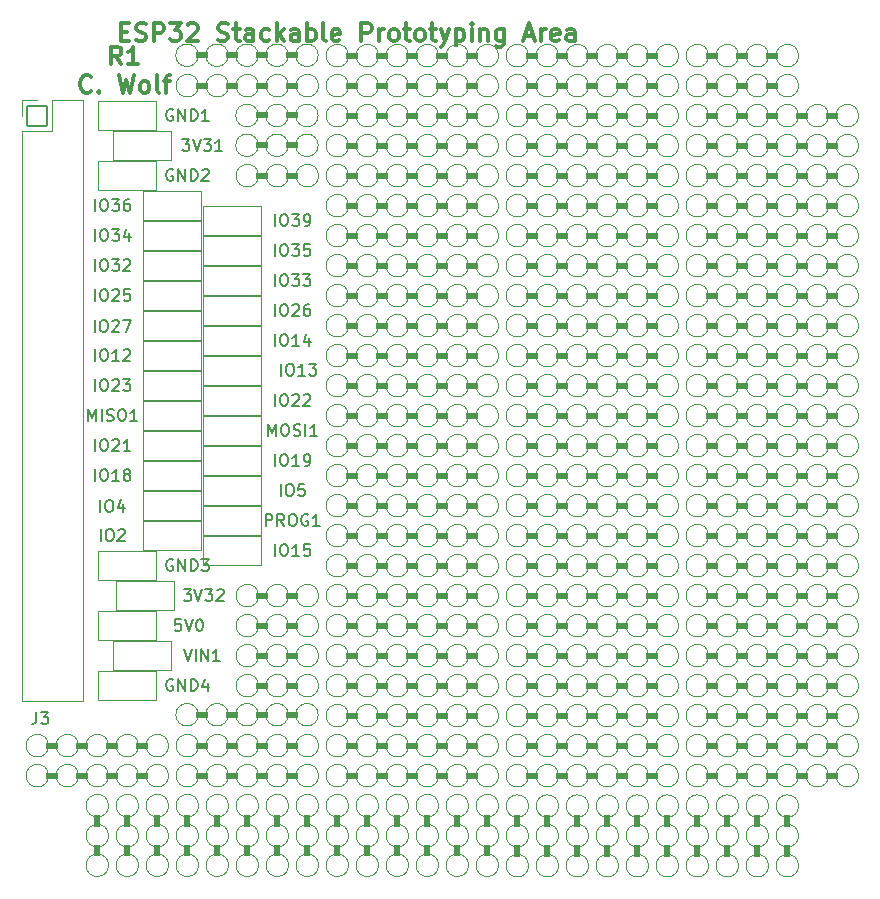
<source format=gbr>
%TF.GenerationSoftware,KiCad,Pcbnew,(6.0.1)*%
%TF.CreationDate,2023-02-05T21:11:55-08:00*%
%TF.ProjectId,ESP32 Carrier Protoboard - R1,45535033-3220-4436-9172-726965722050,rev?*%
%TF.SameCoordinates,Original*%
%TF.FileFunction,Legend,Top*%
%TF.FilePolarity,Positive*%
%FSLAX46Y46*%
G04 Gerber Fmt 4.6, Leading zero omitted, Abs format (unit mm)*
G04 Created by KiCad (PCBNEW (6.0.1)) date 2023-02-05 21:11:55*
%MOMM*%
%LPD*%
G01*
G04 APERTURE LIST*
G04 Aperture macros list*
%AMRoundRect*
0 Rectangle with rounded corners*
0 $1 Rounding radius*
0 $2 $3 $4 $5 $6 $7 $8 $9 X,Y pos of 4 corners*
0 Add a 4 corners polygon primitive as box body*
4,1,4,$2,$3,$4,$5,$6,$7,$8,$9,$2,$3,0*
0 Add four circle primitives for the rounded corners*
1,1,$1+$1,$2,$3*
1,1,$1+$1,$4,$5*
1,1,$1+$1,$6,$7*
1,1,$1+$1,$8,$9*
0 Add four rect primitives between the rounded corners*
20,1,$1+$1,$2,$3,$4,$5,0*
20,1,$1+$1,$4,$5,$6,$7,0*
20,1,$1+$1,$6,$7,$8,$9,0*
20,1,$1+$1,$8,$9,$2,$3,0*%
G04 Aperture macros list end*
%ADD10C,0.300000*%
%ADD11C,0.508000*%
%ADD12C,0.150000*%
%ADD13C,0.120000*%
%ADD14C,1.600000*%
%ADD15C,1.751000*%
%ADD16C,0.900000*%
%ADD17C,5.100000*%
%ADD18RoundRect,0.050000X-0.850000X-0.850000X0.850000X-0.850000X0.850000X0.850000X-0.850000X0.850000X0*%
%ADD19O,1.800000X1.800000*%
G04 APERTURE END LIST*
D10*
X10130988Y-3894171D02*
X9630988Y-3179885D01*
X9273845Y-3894171D02*
X9273845Y-2394171D01*
X9845273Y-2394171D01*
X9988130Y-2465600D01*
X10059559Y-2537028D01*
X10130988Y-2679885D01*
X10130988Y-2894171D01*
X10059559Y-3037028D01*
X9988130Y-3108457D01*
X9845273Y-3179885D01*
X9273845Y-3179885D01*
X11559559Y-3894171D02*
X10702416Y-3894171D01*
X11130988Y-3894171D02*
X11130988Y-2394171D01*
X10988130Y-2608457D01*
X10845273Y-2751314D01*
X10702416Y-2822742D01*
X7559559Y-6166314D02*
X7488130Y-6237742D01*
X7273845Y-6309171D01*
X7130988Y-6309171D01*
X6916702Y-6237742D01*
X6773845Y-6094885D01*
X6702416Y-5952028D01*
X6630988Y-5666314D01*
X6630988Y-5452028D01*
X6702416Y-5166314D01*
X6773845Y-5023457D01*
X6916702Y-4880600D01*
X7130988Y-4809171D01*
X7273845Y-4809171D01*
X7488130Y-4880600D01*
X7559559Y-4952028D01*
X8202416Y-6166314D02*
X8273845Y-6237742D01*
X8202416Y-6309171D01*
X8130988Y-6237742D01*
X8202416Y-6166314D01*
X8202416Y-6309171D01*
X9916702Y-4809171D02*
X10273845Y-6309171D01*
X10559559Y-5237742D01*
X10845273Y-6309171D01*
X11202416Y-4809171D01*
X11988130Y-6309171D02*
X11845273Y-6237742D01*
X11773845Y-6166314D01*
X11702416Y-6023457D01*
X11702416Y-5594885D01*
X11773845Y-5452028D01*
X11845273Y-5380600D01*
X11988130Y-5309171D01*
X12202416Y-5309171D01*
X12345273Y-5380600D01*
X12416702Y-5452028D01*
X12488130Y-5594885D01*
X12488130Y-6023457D01*
X12416702Y-6166314D01*
X12345273Y-6237742D01*
X12202416Y-6309171D01*
X11988130Y-6309171D01*
X13345273Y-6309171D02*
X13202416Y-6237742D01*
X13130988Y-6094885D01*
X13130988Y-4809171D01*
X13702416Y-5309171D02*
X14273845Y-5309171D01*
X13916702Y-6309171D02*
X13916702Y-5023457D01*
X13988130Y-4880600D01*
X14130988Y-4809171D01*
X14273845Y-4809171D01*
X10089702Y-1140957D02*
X10589702Y-1140957D01*
X10803987Y-1926671D02*
X10089702Y-1926671D01*
X10089702Y-426671D01*
X10803987Y-426671D01*
X11375416Y-1855242D02*
X11589702Y-1926671D01*
X11946845Y-1926671D01*
X12089702Y-1855242D01*
X12161130Y-1783814D01*
X12232559Y-1640957D01*
X12232559Y-1498100D01*
X12161130Y-1355242D01*
X12089702Y-1283814D01*
X11946845Y-1212385D01*
X11661130Y-1140957D01*
X11518273Y-1069528D01*
X11446845Y-998100D01*
X11375416Y-855242D01*
X11375416Y-712385D01*
X11446845Y-569528D01*
X11518273Y-498100D01*
X11661130Y-426671D01*
X12018273Y-426671D01*
X12232559Y-498100D01*
X12875416Y-1926671D02*
X12875416Y-426671D01*
X13446845Y-426671D01*
X13589702Y-498100D01*
X13661130Y-569528D01*
X13732559Y-712385D01*
X13732559Y-926671D01*
X13661130Y-1069528D01*
X13589702Y-1140957D01*
X13446845Y-1212385D01*
X12875416Y-1212385D01*
X14232559Y-426671D02*
X15161130Y-426671D01*
X14661130Y-998100D01*
X14875416Y-998100D01*
X15018273Y-1069528D01*
X15089702Y-1140957D01*
X15161130Y-1283814D01*
X15161130Y-1640957D01*
X15089702Y-1783814D01*
X15018273Y-1855242D01*
X14875416Y-1926671D01*
X14446845Y-1926671D01*
X14303987Y-1855242D01*
X14232559Y-1783814D01*
X15732559Y-569528D02*
X15803987Y-498100D01*
X15946845Y-426671D01*
X16303987Y-426671D01*
X16446845Y-498100D01*
X16518273Y-569528D01*
X16589702Y-712385D01*
X16589702Y-855242D01*
X16518273Y-1069528D01*
X15661130Y-1926671D01*
X16589702Y-1926671D01*
X18303987Y-1855242D02*
X18518273Y-1926671D01*
X18875416Y-1926671D01*
X19018273Y-1855242D01*
X19089702Y-1783814D01*
X19161130Y-1640957D01*
X19161130Y-1498100D01*
X19089702Y-1355242D01*
X19018273Y-1283814D01*
X18875416Y-1212385D01*
X18589702Y-1140957D01*
X18446845Y-1069528D01*
X18375416Y-998100D01*
X18303987Y-855242D01*
X18303987Y-712385D01*
X18375416Y-569528D01*
X18446845Y-498100D01*
X18589702Y-426671D01*
X18946845Y-426671D01*
X19161130Y-498100D01*
X19589702Y-926671D02*
X20161130Y-926671D01*
X19803987Y-426671D02*
X19803987Y-1712385D01*
X19875416Y-1855242D01*
X20018273Y-1926671D01*
X20161130Y-1926671D01*
X21303987Y-1926671D02*
X21303987Y-1140957D01*
X21232559Y-998100D01*
X21089702Y-926671D01*
X20803987Y-926671D01*
X20661130Y-998100D01*
X21303987Y-1855242D02*
X21161130Y-1926671D01*
X20803987Y-1926671D01*
X20661130Y-1855242D01*
X20589702Y-1712385D01*
X20589702Y-1569528D01*
X20661130Y-1426671D01*
X20803987Y-1355242D01*
X21161130Y-1355242D01*
X21303987Y-1283814D01*
X22661130Y-1855242D02*
X22518273Y-1926671D01*
X22232559Y-1926671D01*
X22089702Y-1855242D01*
X22018273Y-1783814D01*
X21946845Y-1640957D01*
X21946845Y-1212385D01*
X22018273Y-1069528D01*
X22089702Y-998100D01*
X22232559Y-926671D01*
X22518273Y-926671D01*
X22661130Y-998100D01*
X23303987Y-1926671D02*
X23303987Y-426671D01*
X23446845Y-1355242D02*
X23875416Y-1926671D01*
X23875416Y-926671D02*
X23303987Y-1498100D01*
X25161130Y-1926671D02*
X25161130Y-1140957D01*
X25089702Y-998100D01*
X24946845Y-926671D01*
X24661130Y-926671D01*
X24518273Y-998100D01*
X25161130Y-1855242D02*
X25018273Y-1926671D01*
X24661130Y-1926671D01*
X24518273Y-1855242D01*
X24446845Y-1712385D01*
X24446845Y-1569528D01*
X24518273Y-1426671D01*
X24661130Y-1355242D01*
X25018273Y-1355242D01*
X25161130Y-1283814D01*
X25875416Y-1926671D02*
X25875416Y-426671D01*
X25875416Y-998100D02*
X26018273Y-926671D01*
X26303987Y-926671D01*
X26446845Y-998100D01*
X26518273Y-1069528D01*
X26589702Y-1212385D01*
X26589702Y-1640957D01*
X26518273Y-1783814D01*
X26446845Y-1855242D01*
X26303987Y-1926671D01*
X26018273Y-1926671D01*
X25875416Y-1855242D01*
X27446845Y-1926671D02*
X27303987Y-1855242D01*
X27232559Y-1712385D01*
X27232559Y-426671D01*
X28589702Y-1855242D02*
X28446845Y-1926671D01*
X28161130Y-1926671D01*
X28018273Y-1855242D01*
X27946845Y-1712385D01*
X27946845Y-1140957D01*
X28018273Y-998100D01*
X28161130Y-926671D01*
X28446845Y-926671D01*
X28589702Y-998100D01*
X28661130Y-1140957D01*
X28661130Y-1283814D01*
X27946845Y-1426671D01*
X30446845Y-1926671D02*
X30446845Y-426671D01*
X31018273Y-426671D01*
X31161130Y-498100D01*
X31232559Y-569528D01*
X31303987Y-712385D01*
X31303987Y-926671D01*
X31232559Y-1069528D01*
X31161130Y-1140957D01*
X31018273Y-1212385D01*
X30446845Y-1212385D01*
X31946845Y-1926671D02*
X31946845Y-926671D01*
X31946845Y-1212385D02*
X32018273Y-1069528D01*
X32089702Y-998100D01*
X32232559Y-926671D01*
X32375416Y-926671D01*
X33089702Y-1926671D02*
X32946845Y-1855242D01*
X32875416Y-1783814D01*
X32803987Y-1640957D01*
X32803987Y-1212385D01*
X32875416Y-1069528D01*
X32946845Y-998100D01*
X33089702Y-926671D01*
X33303987Y-926671D01*
X33446845Y-998100D01*
X33518273Y-1069528D01*
X33589702Y-1212385D01*
X33589702Y-1640957D01*
X33518273Y-1783814D01*
X33446845Y-1855242D01*
X33303987Y-1926671D01*
X33089702Y-1926671D01*
X34018273Y-926671D02*
X34589702Y-926671D01*
X34232559Y-426671D02*
X34232559Y-1712385D01*
X34303987Y-1855242D01*
X34446845Y-1926671D01*
X34589702Y-1926671D01*
X35303987Y-1926671D02*
X35161130Y-1855242D01*
X35089702Y-1783814D01*
X35018273Y-1640957D01*
X35018273Y-1212385D01*
X35089702Y-1069528D01*
X35161130Y-998100D01*
X35303987Y-926671D01*
X35518273Y-926671D01*
X35661130Y-998100D01*
X35732559Y-1069528D01*
X35803987Y-1212385D01*
X35803987Y-1640957D01*
X35732559Y-1783814D01*
X35661130Y-1855242D01*
X35518273Y-1926671D01*
X35303987Y-1926671D01*
X36232559Y-926671D02*
X36803987Y-926671D01*
X36446845Y-426671D02*
X36446845Y-1712385D01*
X36518273Y-1855242D01*
X36661130Y-1926671D01*
X36803987Y-1926671D01*
X37161130Y-926671D02*
X37518273Y-1926671D01*
X37875416Y-926671D02*
X37518273Y-1926671D01*
X37375416Y-2283814D01*
X37303988Y-2355242D01*
X37161130Y-2426671D01*
X38446845Y-926671D02*
X38446845Y-2426671D01*
X38446845Y-998100D02*
X38589702Y-926671D01*
X38875416Y-926671D01*
X39018273Y-998100D01*
X39089702Y-1069528D01*
X39161130Y-1212385D01*
X39161130Y-1640957D01*
X39089702Y-1783814D01*
X39018273Y-1855242D01*
X38875416Y-1926671D01*
X38589702Y-1926671D01*
X38446845Y-1855242D01*
X39803988Y-1926671D02*
X39803988Y-926671D01*
X39803988Y-426671D02*
X39732559Y-498100D01*
X39803988Y-569528D01*
X39875416Y-498100D01*
X39803988Y-426671D01*
X39803988Y-569528D01*
X40518273Y-926671D02*
X40518273Y-1926671D01*
X40518273Y-1069528D02*
X40589702Y-998100D01*
X40732559Y-926671D01*
X40946845Y-926671D01*
X41089702Y-998100D01*
X41161130Y-1140957D01*
X41161130Y-1926671D01*
X42518273Y-926671D02*
X42518273Y-2140957D01*
X42446845Y-2283814D01*
X42375416Y-2355242D01*
X42232559Y-2426671D01*
X42018273Y-2426671D01*
X41875416Y-2355242D01*
X42518273Y-1855242D02*
X42375416Y-1926671D01*
X42089702Y-1926671D01*
X41946845Y-1855242D01*
X41875416Y-1783814D01*
X41803988Y-1640957D01*
X41803988Y-1212385D01*
X41875416Y-1069528D01*
X41946845Y-998100D01*
X42089702Y-926671D01*
X42375416Y-926671D01*
X42518273Y-998100D01*
X44303988Y-1498100D02*
X45018273Y-1498100D01*
X44161130Y-1926671D02*
X44661130Y-426671D01*
X45161130Y-1926671D01*
X45661130Y-1926671D02*
X45661130Y-926671D01*
X45661130Y-1212385D02*
X45732559Y-1069528D01*
X45803988Y-998100D01*
X45946845Y-926671D01*
X46089702Y-926671D01*
X47161130Y-1855242D02*
X47018273Y-1926671D01*
X46732559Y-1926671D01*
X46589702Y-1855242D01*
X46518273Y-1712385D01*
X46518273Y-1140957D01*
X46589702Y-998100D01*
X46732559Y-926671D01*
X47018273Y-926671D01*
X47161130Y-998100D01*
X47232559Y-1140957D01*
X47232559Y-1283814D01*
X46518273Y-1426671D01*
X48518273Y-1926671D02*
X48518273Y-1140957D01*
X48446845Y-998100D01*
X48303987Y-926671D01*
X48018273Y-926671D01*
X47875416Y-998100D01*
X48518273Y-1855242D02*
X48375416Y-1926671D01*
X48018273Y-1926671D01*
X47875416Y-1855242D01*
X47803987Y-1712385D01*
X47803987Y-1569528D01*
X47875416Y-1426671D01*
X48018273Y-1355242D01*
X48375416Y-1355242D01*
X48518273Y-1283814D01*
D11*
X66514988Y-3153100D02*
X58894988Y-3153100D01*
X66514988Y-5693100D02*
X58894988Y-5693100D01*
X25838699Y-3121725D02*
X15678699Y-3121725D01*
X25874988Y-5693100D02*
X15714988Y-5693100D01*
X25838699Y-8212925D02*
X20758699Y-8212925D01*
X25838699Y-10745127D02*
X20758699Y-10745127D01*
X25874988Y-13313100D02*
X20794988Y-13313100D01*
X25874988Y-48873100D02*
X20794988Y-48873100D01*
X25874988Y-51413100D02*
X20794988Y-51413100D01*
X25874988Y-53953100D02*
X20794988Y-53953100D01*
X25874988Y-56493100D02*
X20794988Y-56493100D01*
X13174988Y-61573100D02*
X3014988Y-61573100D01*
X13174988Y-64113100D02*
X3014988Y-64113100D01*
X25843165Y-58950754D02*
X15683165Y-58950754D01*
X25874988Y-61573100D02*
X15714988Y-61573100D01*
X25874988Y-64113100D02*
X15714988Y-64113100D01*
X28414988Y-3153100D02*
X41114988Y-3153100D01*
X28414988Y-5693100D02*
X41114988Y-5693100D01*
X43654988Y-3153100D02*
X56354988Y-3153100D01*
X43654988Y-5693100D02*
X56354988Y-5693100D01*
X28414988Y-64113100D02*
X41114988Y-64113100D01*
X43654988Y-64113100D02*
X56354988Y-64113100D01*
X58894988Y-64113100D02*
X71594988Y-64113100D01*
X28414988Y-8233100D02*
X41114988Y-8233100D01*
X28414988Y-10773100D02*
X41114988Y-10773100D01*
X28414988Y-13313100D02*
X41114988Y-13313100D01*
X28414988Y-18393100D02*
X41114988Y-18393100D01*
X28414988Y-23473100D02*
X41114988Y-23473100D01*
X28414988Y-15853100D02*
X41114988Y-15853100D01*
X28414988Y-20933100D02*
X41114988Y-20933100D01*
X28414988Y-43793100D02*
X41114988Y-43793100D01*
X28414988Y-59033100D02*
X41114988Y-59033100D01*
X28414988Y-26013100D02*
X41114988Y-26013100D01*
X28414988Y-61573100D02*
X41114988Y-61573100D01*
X28414988Y-51413100D02*
X41114988Y-51413100D01*
X28414988Y-48873100D02*
X41114988Y-48873100D01*
X28414988Y-31093100D02*
X41114988Y-31093100D01*
X28414988Y-38713100D02*
X41114988Y-38713100D01*
X28414988Y-46333100D02*
X41114988Y-46333100D01*
X28414988Y-41253100D02*
X41114988Y-41253100D01*
X28414988Y-56493100D02*
X41114988Y-56493100D01*
X28414988Y-53953100D02*
X41114988Y-53953100D01*
X28414988Y-28553100D02*
X41114988Y-28553100D01*
X28414988Y-33633100D02*
X41114988Y-33633100D01*
X28414988Y-36173100D02*
X41114988Y-36173100D01*
X43654988Y-8233100D02*
X56354988Y-8233100D01*
X43654988Y-10773100D02*
X56354988Y-10773100D01*
X58894988Y-10773100D02*
X71594988Y-10773100D01*
X58894988Y-8233100D02*
X71594988Y-8233100D01*
X43654988Y-13313100D02*
X56354988Y-13313100D01*
X58894988Y-18393100D02*
X71594988Y-18393100D01*
X58894988Y-20933100D02*
X71594988Y-20933100D01*
X43654988Y-18393100D02*
X56354988Y-18393100D01*
X58894988Y-13313100D02*
X71594988Y-13313100D01*
X43654988Y-15853100D02*
X56354988Y-15853100D01*
X43654988Y-20933100D02*
X56354988Y-20933100D01*
X58894988Y-15853100D02*
X71594988Y-15853100D01*
X58894988Y-23473100D02*
X71594988Y-23473100D01*
X43654988Y-23473100D02*
X56354988Y-23473100D01*
X43654988Y-43793100D02*
X56354988Y-43793100D01*
X43654988Y-59033100D02*
X56354988Y-59033100D01*
X43654988Y-26013100D02*
X56354988Y-26013100D01*
X43654988Y-61573100D02*
X56354988Y-61573100D01*
X58894988Y-31093100D02*
X71594988Y-31093100D01*
X58894988Y-33633100D02*
X71594988Y-33633100D01*
X43654988Y-48873100D02*
X56354988Y-48873100D01*
X58894988Y-46333100D02*
X71594988Y-46333100D01*
X43654988Y-53953100D02*
X56354988Y-53953100D01*
X43654988Y-31093100D02*
X56354988Y-31093100D01*
X58894988Y-41253100D02*
X71594988Y-41253100D01*
X58894988Y-26013100D02*
X71594988Y-26013100D01*
X58894988Y-51413100D02*
X71594988Y-51413100D01*
X43654988Y-28553100D02*
X56354988Y-28553100D01*
X58894988Y-38713100D02*
X71594988Y-38713100D01*
X58894988Y-36173100D02*
X71594988Y-36173100D01*
X43654988Y-51413100D02*
X56354988Y-51413100D01*
X43654988Y-41253100D02*
X56354988Y-41253100D01*
X58894988Y-53953100D02*
X71594988Y-53953100D01*
X58894988Y-56493100D02*
X71594988Y-56493100D01*
X58894988Y-59033100D02*
X71594988Y-59033100D01*
X43654988Y-46333100D02*
X56354988Y-46333100D01*
X58894988Y-48873100D02*
X71594988Y-48873100D01*
X43654988Y-38713100D02*
X56354988Y-38713100D01*
X58894988Y-61573100D02*
X71594988Y-61573100D01*
X58894988Y-28553100D02*
X71594988Y-28553100D01*
X43654988Y-33633100D02*
X56354988Y-33633100D01*
X43654988Y-36173100D02*
X56354988Y-36173100D01*
X43654988Y-56493100D02*
X56354988Y-56493100D01*
X58894988Y-43793100D02*
X71594988Y-43793100D01*
X66514988Y-71733100D02*
X66514988Y-66653100D01*
X61434988Y-71733100D02*
X61434988Y-66653100D01*
X63974988Y-71733100D02*
X63974988Y-66653100D01*
X58894988Y-71733100D02*
X58894988Y-66653100D01*
X56354988Y-71733100D02*
X56354988Y-66653100D01*
X53814988Y-71733100D02*
X53814988Y-66653100D01*
X48734988Y-71733100D02*
X48734988Y-66653100D01*
X51274988Y-71733100D02*
X51274988Y-66653100D01*
X46194988Y-71733100D02*
X46194988Y-66653100D01*
X43654988Y-71733100D02*
X43654988Y-66653100D01*
X8094988Y-66653100D02*
X8094988Y-71733100D01*
X33494988Y-66653100D02*
X33494988Y-71733100D01*
X28414988Y-66653100D02*
X28414988Y-71733100D01*
X20794988Y-66653100D02*
X20794988Y-71733100D01*
X41114988Y-66653100D02*
X41114988Y-71733100D01*
X10634988Y-66653100D02*
X10634988Y-71733100D01*
X30954988Y-66653100D02*
X30954988Y-71733100D01*
X13174988Y-66653100D02*
X13174988Y-71733100D01*
X18254988Y-66653100D02*
X18254988Y-71733100D01*
X25874988Y-66653100D02*
X25874988Y-71733100D01*
X36034988Y-66653100D02*
X36034988Y-71733100D01*
X15714988Y-66653100D02*
X15714988Y-71733100D01*
X23334988Y-66653100D02*
X23334988Y-71733100D01*
X38574988Y-66653100D02*
X38574988Y-71733100D01*
D12*
%TO.C,IO2*%
X8364988Y-44245480D02*
X8364988Y-43245480D01*
X9031654Y-43245480D02*
X9222130Y-43245480D01*
X9317368Y-43293100D01*
X9412607Y-43388338D01*
X9460226Y-43578814D01*
X9460226Y-43912147D01*
X9412607Y-44102623D01*
X9317368Y-44197861D01*
X9222130Y-44245480D01*
X9031654Y-44245480D01*
X8936416Y-44197861D01*
X8841178Y-44102623D01*
X8793559Y-43912147D01*
X8793559Y-43578814D01*
X8841178Y-43388338D01*
X8936416Y-43293100D01*
X9031654Y-43245480D01*
X9841178Y-43340719D02*
X9888797Y-43293100D01*
X9984035Y-43245480D01*
X10222130Y-43245480D01*
X10317368Y-43293100D01*
X10364988Y-43340719D01*
X10412607Y-43435957D01*
X10412607Y-43531195D01*
X10364988Y-43674052D01*
X9793559Y-44245480D01*
X10412607Y-44245480D01*
%TO.C,PROG1*%
X22343083Y-42975480D02*
X22343083Y-41975480D01*
X22724035Y-41975480D01*
X22819273Y-42023100D01*
X22866892Y-42070719D01*
X22914511Y-42165957D01*
X22914511Y-42308814D01*
X22866892Y-42404052D01*
X22819273Y-42451671D01*
X22724035Y-42499290D01*
X22343083Y-42499290D01*
X23914511Y-42975480D02*
X23581178Y-42499290D01*
X23343083Y-42975480D02*
X23343083Y-41975480D01*
X23724035Y-41975480D01*
X23819273Y-42023100D01*
X23866892Y-42070719D01*
X23914511Y-42165957D01*
X23914511Y-42308814D01*
X23866892Y-42404052D01*
X23819273Y-42451671D01*
X23724035Y-42499290D01*
X23343083Y-42499290D01*
X24533559Y-41975480D02*
X24724035Y-41975480D01*
X24819273Y-42023100D01*
X24914511Y-42118338D01*
X24962130Y-42308814D01*
X24962130Y-42642147D01*
X24914511Y-42832623D01*
X24819273Y-42927861D01*
X24724035Y-42975480D01*
X24533559Y-42975480D01*
X24438321Y-42927861D01*
X24343083Y-42832623D01*
X24295464Y-42642147D01*
X24295464Y-42308814D01*
X24343083Y-42118338D01*
X24438321Y-42023100D01*
X24533559Y-41975480D01*
X25914511Y-42023100D02*
X25819273Y-41975480D01*
X25676416Y-41975480D01*
X25533559Y-42023100D01*
X25438321Y-42118338D01*
X25390702Y-42213576D01*
X25343083Y-42404052D01*
X25343083Y-42546909D01*
X25390702Y-42737385D01*
X25438321Y-42832623D01*
X25533559Y-42927861D01*
X25676416Y-42975480D01*
X25771654Y-42975480D01*
X25914511Y-42927861D01*
X25962130Y-42880242D01*
X25962130Y-42546909D01*
X25771654Y-42546909D01*
X26914511Y-42975480D02*
X26343083Y-42975480D01*
X26628797Y-42975480D02*
X26628797Y-41975480D01*
X26533559Y-42118338D01*
X26438321Y-42213576D01*
X26343083Y-42261195D01*
%TO.C,IO39*%
X23128797Y-17575480D02*
X23128797Y-16575480D01*
X23795464Y-16575480D02*
X23985940Y-16575480D01*
X24081178Y-16623100D01*
X24176416Y-16718338D01*
X24224035Y-16908814D01*
X24224035Y-17242147D01*
X24176416Y-17432623D01*
X24081178Y-17527861D01*
X23985940Y-17575480D01*
X23795464Y-17575480D01*
X23700226Y-17527861D01*
X23604988Y-17432623D01*
X23557368Y-17242147D01*
X23557368Y-16908814D01*
X23604988Y-16718338D01*
X23700226Y-16623100D01*
X23795464Y-16575480D01*
X24557368Y-16575480D02*
X25176416Y-16575480D01*
X24843083Y-16956433D01*
X24985940Y-16956433D01*
X25081178Y-17004052D01*
X25128797Y-17051671D01*
X25176416Y-17146909D01*
X25176416Y-17385004D01*
X25128797Y-17480242D01*
X25081178Y-17527861D01*
X24985940Y-17575480D01*
X24700226Y-17575480D01*
X24604988Y-17527861D01*
X24557368Y-17480242D01*
X25652607Y-17575480D02*
X25843083Y-17575480D01*
X25938321Y-17527861D01*
X25985940Y-17480242D01*
X26081178Y-17337385D01*
X26128797Y-17146909D01*
X26128797Y-16765957D01*
X26081178Y-16670719D01*
X26033559Y-16623100D01*
X25938321Y-16575480D01*
X25747845Y-16575480D01*
X25652607Y-16623100D01*
X25604988Y-16670719D01*
X25557368Y-16765957D01*
X25557368Y-17004052D01*
X25604988Y-17099290D01*
X25652607Y-17146909D01*
X25747845Y-17194528D01*
X25938321Y-17194528D01*
X26033559Y-17146909D01*
X26081178Y-17099290D01*
X26128797Y-17004052D01*
%TO.C,VIN1*%
X15413559Y-53405480D02*
X15746892Y-54405480D01*
X16080226Y-53405480D01*
X16413559Y-54405480D02*
X16413559Y-53405480D01*
X16889749Y-54405480D02*
X16889749Y-53405480D01*
X17461178Y-54405480D01*
X17461178Y-53405480D01*
X18461178Y-54405480D02*
X17889749Y-54405480D01*
X18175464Y-54405480D02*
X18175464Y-53405480D01*
X18080226Y-53548338D01*
X17984988Y-53643576D01*
X17889749Y-53691195D01*
%TO.C,GND4*%
X14476892Y-55993100D02*
X14381654Y-55945480D01*
X14238797Y-55945480D01*
X14095940Y-55993100D01*
X14000702Y-56088338D01*
X13953083Y-56183576D01*
X13905464Y-56374052D01*
X13905464Y-56516909D01*
X13953083Y-56707385D01*
X14000702Y-56802623D01*
X14095940Y-56897861D01*
X14238797Y-56945480D01*
X14334035Y-56945480D01*
X14476892Y-56897861D01*
X14524511Y-56850242D01*
X14524511Y-56516909D01*
X14334035Y-56516909D01*
X14953083Y-56945480D02*
X14953083Y-55945480D01*
X15524511Y-56945480D01*
X15524511Y-55945480D01*
X16000702Y-56945480D02*
X16000702Y-55945480D01*
X16238797Y-55945480D01*
X16381654Y-55993100D01*
X16476892Y-56088338D01*
X16524511Y-56183576D01*
X16572130Y-56374052D01*
X16572130Y-56516909D01*
X16524511Y-56707385D01*
X16476892Y-56802623D01*
X16381654Y-56897861D01*
X16238797Y-56945480D01*
X16000702Y-56945480D01*
X17429273Y-56278814D02*
X17429273Y-56945480D01*
X17191178Y-55897861D02*
X16953083Y-56612147D01*
X17572130Y-56612147D01*
%TO.C,GND3*%
X14476892Y-45833100D02*
X14381654Y-45785480D01*
X14238797Y-45785480D01*
X14095940Y-45833100D01*
X14000702Y-45928338D01*
X13953083Y-46023576D01*
X13905464Y-46214052D01*
X13905464Y-46356909D01*
X13953083Y-46547385D01*
X14000702Y-46642623D01*
X14095940Y-46737861D01*
X14238797Y-46785480D01*
X14334035Y-46785480D01*
X14476892Y-46737861D01*
X14524511Y-46690242D01*
X14524511Y-46356909D01*
X14334035Y-46356909D01*
X14953083Y-46785480D02*
X14953083Y-45785480D01*
X15524511Y-46785480D01*
X15524511Y-45785480D01*
X16000702Y-46785480D02*
X16000702Y-45785480D01*
X16238797Y-45785480D01*
X16381654Y-45833100D01*
X16476892Y-45928338D01*
X16524511Y-46023576D01*
X16572130Y-46214052D01*
X16572130Y-46356909D01*
X16524511Y-46547385D01*
X16476892Y-46642623D01*
X16381654Y-46737861D01*
X16238797Y-46785480D01*
X16000702Y-46785480D01*
X16905464Y-45785480D02*
X17524511Y-45785480D01*
X17191178Y-46166433D01*
X17334035Y-46166433D01*
X17429273Y-46214052D01*
X17476892Y-46261671D01*
X17524511Y-46356909D01*
X17524511Y-46595004D01*
X17476892Y-46690242D01*
X17429273Y-46737861D01*
X17334035Y-46785480D01*
X17048321Y-46785480D01*
X16953083Y-46737861D01*
X16905464Y-46690242D01*
%TO.C,GND2*%
X14476892Y-12813100D02*
X14381654Y-12765480D01*
X14238797Y-12765480D01*
X14095940Y-12813100D01*
X14000702Y-12908338D01*
X13953083Y-13003576D01*
X13905464Y-13194052D01*
X13905464Y-13336909D01*
X13953083Y-13527385D01*
X14000702Y-13622623D01*
X14095940Y-13717861D01*
X14238797Y-13765480D01*
X14334035Y-13765480D01*
X14476892Y-13717861D01*
X14524511Y-13670242D01*
X14524511Y-13336909D01*
X14334035Y-13336909D01*
X14953083Y-13765480D02*
X14953083Y-12765480D01*
X15524511Y-13765480D01*
X15524511Y-12765480D01*
X16000702Y-13765480D02*
X16000702Y-12765480D01*
X16238797Y-12765480D01*
X16381654Y-12813100D01*
X16476892Y-12908338D01*
X16524511Y-13003576D01*
X16572130Y-13194052D01*
X16572130Y-13336909D01*
X16524511Y-13527385D01*
X16476892Y-13622623D01*
X16381654Y-13717861D01*
X16238797Y-13765480D01*
X16000702Y-13765480D01*
X16953083Y-12860719D02*
X17000702Y-12813100D01*
X17095940Y-12765480D01*
X17334035Y-12765480D01*
X17429273Y-12813100D01*
X17476892Y-12860719D01*
X17524511Y-12955957D01*
X17524511Y-13051195D01*
X17476892Y-13194052D01*
X16905464Y-13765480D01*
X17524511Y-13765480D01*
%TO.C,GND1*%
X14476892Y-7733100D02*
X14381654Y-7685480D01*
X14238797Y-7685480D01*
X14095940Y-7733100D01*
X14000702Y-7828338D01*
X13953083Y-7923576D01*
X13905464Y-8114052D01*
X13905464Y-8256909D01*
X13953083Y-8447385D01*
X14000702Y-8542623D01*
X14095940Y-8637861D01*
X14238797Y-8685480D01*
X14334035Y-8685480D01*
X14476892Y-8637861D01*
X14524511Y-8590242D01*
X14524511Y-8256909D01*
X14334035Y-8256909D01*
X14953083Y-8685480D02*
X14953083Y-7685480D01*
X15524511Y-8685480D01*
X15524511Y-7685480D01*
X16000702Y-8685480D02*
X16000702Y-7685480D01*
X16238797Y-7685480D01*
X16381654Y-7733100D01*
X16476892Y-7828338D01*
X16524511Y-7923576D01*
X16572130Y-8114052D01*
X16572130Y-8256909D01*
X16524511Y-8447385D01*
X16476892Y-8542623D01*
X16381654Y-8637861D01*
X16238797Y-8685480D01*
X16000702Y-8685480D01*
X17524511Y-8685480D02*
X16953083Y-8685480D01*
X17238797Y-8685480D02*
X17238797Y-7685480D01*
X17143559Y-7828338D01*
X17048321Y-7923576D01*
X16953083Y-7971195D01*
%TO.C,5V0*%
X15156309Y-50865480D02*
X14680118Y-50865480D01*
X14632499Y-51341671D01*
X14680118Y-51294052D01*
X14775356Y-51246433D01*
X15013452Y-51246433D01*
X15108690Y-51294052D01*
X15156309Y-51341671D01*
X15203928Y-51436909D01*
X15203928Y-51675004D01*
X15156309Y-51770242D01*
X15108690Y-51817861D01*
X15013452Y-51865480D01*
X14775356Y-51865480D01*
X14680118Y-51817861D01*
X14632499Y-51770242D01*
X15489642Y-50865480D02*
X15822976Y-51865480D01*
X16156309Y-50865480D01*
X16680118Y-50865480D02*
X16775356Y-50865480D01*
X16870595Y-50913100D01*
X16918214Y-50960719D01*
X16965833Y-51055957D01*
X17013452Y-51246433D01*
X17013452Y-51484528D01*
X16965833Y-51675004D01*
X16918214Y-51770242D01*
X16870595Y-51817861D01*
X16775356Y-51865480D01*
X16680118Y-51865480D01*
X16584880Y-51817861D01*
X16537261Y-51770242D01*
X16489642Y-51675004D01*
X16442023Y-51484528D01*
X16442023Y-51246433D01*
X16489642Y-51055957D01*
X16537261Y-50960719D01*
X16584880Y-50913100D01*
X16680118Y-50865480D01*
%TO.C,3V32*%
X15408690Y-48325480D02*
X16027737Y-48325480D01*
X15694404Y-48706433D01*
X15837261Y-48706433D01*
X15932499Y-48754052D01*
X15980118Y-48801671D01*
X16027737Y-48896909D01*
X16027737Y-49135004D01*
X15980118Y-49230242D01*
X15932499Y-49277861D01*
X15837261Y-49325480D01*
X15551547Y-49325480D01*
X15456309Y-49277861D01*
X15408690Y-49230242D01*
X16313452Y-48325480D02*
X16646785Y-49325480D01*
X16980118Y-48325480D01*
X17218214Y-48325480D02*
X17837261Y-48325480D01*
X17503928Y-48706433D01*
X17646785Y-48706433D01*
X17742023Y-48754052D01*
X17789642Y-48801671D01*
X17837261Y-48896909D01*
X17837261Y-49135004D01*
X17789642Y-49230242D01*
X17742023Y-49277861D01*
X17646785Y-49325480D01*
X17361071Y-49325480D01*
X17265833Y-49277861D01*
X17218214Y-49230242D01*
X18218214Y-48420719D02*
X18265833Y-48373100D01*
X18361071Y-48325480D01*
X18599166Y-48325480D01*
X18694404Y-48373100D01*
X18742023Y-48420719D01*
X18789642Y-48515957D01*
X18789642Y-48611195D01*
X18742023Y-48754052D01*
X18170595Y-49325480D01*
X18789642Y-49325480D01*
%TO.C,3V31*%
X15270702Y-10225480D02*
X15889749Y-10225480D01*
X15556416Y-10606433D01*
X15699273Y-10606433D01*
X15794511Y-10654052D01*
X15842130Y-10701671D01*
X15889749Y-10796909D01*
X15889749Y-11035004D01*
X15842130Y-11130242D01*
X15794511Y-11177861D01*
X15699273Y-11225480D01*
X15413559Y-11225480D01*
X15318321Y-11177861D01*
X15270702Y-11130242D01*
X16175464Y-10225480D02*
X16508797Y-11225480D01*
X16842130Y-10225480D01*
X17080226Y-10225480D02*
X17699273Y-10225480D01*
X17365940Y-10606433D01*
X17508797Y-10606433D01*
X17604035Y-10654052D01*
X17651654Y-10701671D01*
X17699273Y-10796909D01*
X17699273Y-11035004D01*
X17651654Y-11130242D01*
X17604035Y-11177861D01*
X17508797Y-11225480D01*
X17223083Y-11225480D01*
X17127845Y-11177861D01*
X17080226Y-11130242D01*
X18651654Y-11225480D02*
X18080226Y-11225480D01*
X18365940Y-11225480D02*
X18365940Y-10225480D01*
X18270702Y-10368338D01*
X18175464Y-10463576D01*
X18080226Y-10511195D01*
%TO.C,MOSI1*%
X22557368Y-35355480D02*
X22557368Y-34355480D01*
X22890702Y-35069766D01*
X23224035Y-34355480D01*
X23224035Y-35355480D01*
X23890702Y-34355480D02*
X24081178Y-34355480D01*
X24176416Y-34403100D01*
X24271654Y-34498338D01*
X24319273Y-34688814D01*
X24319273Y-35022147D01*
X24271654Y-35212623D01*
X24176416Y-35307861D01*
X24081178Y-35355480D01*
X23890702Y-35355480D01*
X23795464Y-35307861D01*
X23700226Y-35212623D01*
X23652607Y-35022147D01*
X23652607Y-34688814D01*
X23700226Y-34498338D01*
X23795464Y-34403100D01*
X23890702Y-34355480D01*
X24700226Y-35307861D02*
X24843083Y-35355480D01*
X25081178Y-35355480D01*
X25176416Y-35307861D01*
X25224035Y-35260242D01*
X25271654Y-35165004D01*
X25271654Y-35069766D01*
X25224035Y-34974528D01*
X25176416Y-34926909D01*
X25081178Y-34879290D01*
X24890702Y-34831671D01*
X24795464Y-34784052D01*
X24747845Y-34736433D01*
X24700226Y-34641195D01*
X24700226Y-34545957D01*
X24747845Y-34450719D01*
X24795464Y-34403100D01*
X24890702Y-34355480D01*
X25128797Y-34355480D01*
X25271654Y-34403100D01*
X25700226Y-35355480D02*
X25700226Y-34355480D01*
X26700226Y-35355480D02*
X26128797Y-35355480D01*
X26414511Y-35355480D02*
X26414511Y-34355480D01*
X26319273Y-34498338D01*
X26224035Y-34593576D01*
X26128797Y-34641195D01*
%TO.C,MISO1*%
X7317368Y-34085480D02*
X7317368Y-33085480D01*
X7650702Y-33799766D01*
X7984035Y-33085480D01*
X7984035Y-34085480D01*
X8460226Y-34085480D02*
X8460226Y-33085480D01*
X8888797Y-34037861D02*
X9031654Y-34085480D01*
X9269749Y-34085480D01*
X9364988Y-34037861D01*
X9412607Y-33990242D01*
X9460226Y-33895004D01*
X9460226Y-33799766D01*
X9412607Y-33704528D01*
X9364988Y-33656909D01*
X9269749Y-33609290D01*
X9079273Y-33561671D01*
X8984035Y-33514052D01*
X8936416Y-33466433D01*
X8888797Y-33371195D01*
X8888797Y-33275957D01*
X8936416Y-33180719D01*
X8984035Y-33133100D01*
X9079273Y-33085480D01*
X9317368Y-33085480D01*
X9460226Y-33133100D01*
X10079273Y-33085480D02*
X10269749Y-33085480D01*
X10364988Y-33133100D01*
X10460226Y-33228338D01*
X10507845Y-33418814D01*
X10507845Y-33752147D01*
X10460226Y-33942623D01*
X10364988Y-34037861D01*
X10269749Y-34085480D01*
X10079273Y-34085480D01*
X9984035Y-34037861D01*
X9888797Y-33942623D01*
X9841178Y-33752147D01*
X9841178Y-33418814D01*
X9888797Y-33228338D01*
X9984035Y-33133100D01*
X10079273Y-33085480D01*
X11460226Y-34085480D02*
X10888797Y-34085480D01*
X11174511Y-34085480D02*
X11174511Y-33085480D01*
X11079273Y-33228338D01*
X10984035Y-33323576D01*
X10888797Y-33371195D01*
%TO.C,IO36*%
X7888797Y-16305480D02*
X7888797Y-15305480D01*
X8555464Y-15305480D02*
X8745940Y-15305480D01*
X8841178Y-15353100D01*
X8936416Y-15448338D01*
X8984035Y-15638814D01*
X8984035Y-15972147D01*
X8936416Y-16162623D01*
X8841178Y-16257861D01*
X8745940Y-16305480D01*
X8555464Y-16305480D01*
X8460226Y-16257861D01*
X8364988Y-16162623D01*
X8317368Y-15972147D01*
X8317368Y-15638814D01*
X8364988Y-15448338D01*
X8460226Y-15353100D01*
X8555464Y-15305480D01*
X9317368Y-15305480D02*
X9936416Y-15305480D01*
X9603083Y-15686433D01*
X9745940Y-15686433D01*
X9841178Y-15734052D01*
X9888797Y-15781671D01*
X9936416Y-15876909D01*
X9936416Y-16115004D01*
X9888797Y-16210242D01*
X9841178Y-16257861D01*
X9745940Y-16305480D01*
X9460226Y-16305480D01*
X9364988Y-16257861D01*
X9317368Y-16210242D01*
X10793559Y-15305480D02*
X10603083Y-15305480D01*
X10507845Y-15353100D01*
X10460226Y-15400719D01*
X10364988Y-15543576D01*
X10317368Y-15734052D01*
X10317368Y-16115004D01*
X10364988Y-16210242D01*
X10412607Y-16257861D01*
X10507845Y-16305480D01*
X10698321Y-16305480D01*
X10793559Y-16257861D01*
X10841178Y-16210242D01*
X10888797Y-16115004D01*
X10888797Y-15876909D01*
X10841178Y-15781671D01*
X10793559Y-15734052D01*
X10698321Y-15686433D01*
X10507845Y-15686433D01*
X10412607Y-15734052D01*
X10364988Y-15781671D01*
X10317368Y-15876909D01*
%TO.C,IO35*%
X23128797Y-20115480D02*
X23128797Y-19115480D01*
X23795464Y-19115480D02*
X23985940Y-19115480D01*
X24081178Y-19163100D01*
X24176416Y-19258338D01*
X24224035Y-19448814D01*
X24224035Y-19782147D01*
X24176416Y-19972623D01*
X24081178Y-20067861D01*
X23985940Y-20115480D01*
X23795464Y-20115480D01*
X23700226Y-20067861D01*
X23604988Y-19972623D01*
X23557368Y-19782147D01*
X23557368Y-19448814D01*
X23604988Y-19258338D01*
X23700226Y-19163100D01*
X23795464Y-19115480D01*
X24557368Y-19115480D02*
X25176416Y-19115480D01*
X24843083Y-19496433D01*
X24985940Y-19496433D01*
X25081178Y-19544052D01*
X25128797Y-19591671D01*
X25176416Y-19686909D01*
X25176416Y-19925004D01*
X25128797Y-20020242D01*
X25081178Y-20067861D01*
X24985940Y-20115480D01*
X24700226Y-20115480D01*
X24604988Y-20067861D01*
X24557368Y-20020242D01*
X26081178Y-19115480D02*
X25604988Y-19115480D01*
X25557368Y-19591671D01*
X25604988Y-19544052D01*
X25700226Y-19496433D01*
X25938321Y-19496433D01*
X26033559Y-19544052D01*
X26081178Y-19591671D01*
X26128797Y-19686909D01*
X26128797Y-19925004D01*
X26081178Y-20020242D01*
X26033559Y-20067861D01*
X25938321Y-20115480D01*
X25700226Y-20115480D01*
X25604988Y-20067861D01*
X25557368Y-20020242D01*
%TO.C,IO34*%
X7888797Y-18845480D02*
X7888797Y-17845480D01*
X8555464Y-17845480D02*
X8745940Y-17845480D01*
X8841178Y-17893100D01*
X8936416Y-17988338D01*
X8984035Y-18178814D01*
X8984035Y-18512147D01*
X8936416Y-18702623D01*
X8841178Y-18797861D01*
X8745940Y-18845480D01*
X8555464Y-18845480D01*
X8460226Y-18797861D01*
X8364988Y-18702623D01*
X8317368Y-18512147D01*
X8317368Y-18178814D01*
X8364988Y-17988338D01*
X8460226Y-17893100D01*
X8555464Y-17845480D01*
X9317368Y-17845480D02*
X9936416Y-17845480D01*
X9603083Y-18226433D01*
X9745940Y-18226433D01*
X9841178Y-18274052D01*
X9888797Y-18321671D01*
X9936416Y-18416909D01*
X9936416Y-18655004D01*
X9888797Y-18750242D01*
X9841178Y-18797861D01*
X9745940Y-18845480D01*
X9460226Y-18845480D01*
X9364988Y-18797861D01*
X9317368Y-18750242D01*
X10793559Y-18178814D02*
X10793559Y-18845480D01*
X10555464Y-17797861D02*
X10317368Y-18512147D01*
X10936416Y-18512147D01*
%TO.C,IO33*%
X23128797Y-22655480D02*
X23128797Y-21655480D01*
X23795464Y-21655480D02*
X23985940Y-21655480D01*
X24081178Y-21703100D01*
X24176416Y-21798338D01*
X24224035Y-21988814D01*
X24224035Y-22322147D01*
X24176416Y-22512623D01*
X24081178Y-22607861D01*
X23985940Y-22655480D01*
X23795464Y-22655480D01*
X23700226Y-22607861D01*
X23604988Y-22512623D01*
X23557368Y-22322147D01*
X23557368Y-21988814D01*
X23604988Y-21798338D01*
X23700226Y-21703100D01*
X23795464Y-21655480D01*
X24557368Y-21655480D02*
X25176416Y-21655480D01*
X24843083Y-22036433D01*
X24985940Y-22036433D01*
X25081178Y-22084052D01*
X25128797Y-22131671D01*
X25176416Y-22226909D01*
X25176416Y-22465004D01*
X25128797Y-22560242D01*
X25081178Y-22607861D01*
X24985940Y-22655480D01*
X24700226Y-22655480D01*
X24604988Y-22607861D01*
X24557368Y-22560242D01*
X25509749Y-21655480D02*
X26128797Y-21655480D01*
X25795464Y-22036433D01*
X25938321Y-22036433D01*
X26033559Y-22084052D01*
X26081178Y-22131671D01*
X26128797Y-22226909D01*
X26128797Y-22465004D01*
X26081178Y-22560242D01*
X26033559Y-22607861D01*
X25938321Y-22655480D01*
X25652607Y-22655480D01*
X25557368Y-22607861D01*
X25509749Y-22560242D01*
%TO.C,IO32*%
X7888797Y-21385480D02*
X7888797Y-20385480D01*
X8555464Y-20385480D02*
X8745940Y-20385480D01*
X8841178Y-20433100D01*
X8936416Y-20528338D01*
X8984035Y-20718814D01*
X8984035Y-21052147D01*
X8936416Y-21242623D01*
X8841178Y-21337861D01*
X8745940Y-21385480D01*
X8555464Y-21385480D01*
X8460226Y-21337861D01*
X8364988Y-21242623D01*
X8317368Y-21052147D01*
X8317368Y-20718814D01*
X8364988Y-20528338D01*
X8460226Y-20433100D01*
X8555464Y-20385480D01*
X9317368Y-20385480D02*
X9936416Y-20385480D01*
X9603083Y-20766433D01*
X9745940Y-20766433D01*
X9841178Y-20814052D01*
X9888797Y-20861671D01*
X9936416Y-20956909D01*
X9936416Y-21195004D01*
X9888797Y-21290242D01*
X9841178Y-21337861D01*
X9745940Y-21385480D01*
X9460226Y-21385480D01*
X9364988Y-21337861D01*
X9317368Y-21290242D01*
X10317368Y-20480719D02*
X10364988Y-20433100D01*
X10460226Y-20385480D01*
X10698321Y-20385480D01*
X10793559Y-20433100D01*
X10841178Y-20480719D01*
X10888797Y-20575957D01*
X10888797Y-20671195D01*
X10841178Y-20814052D01*
X10269749Y-21385480D01*
X10888797Y-21385480D01*
%TO.C,IO27*%
X7868797Y-26535480D02*
X7868797Y-25535480D01*
X8535464Y-25535480D02*
X8725940Y-25535480D01*
X8821178Y-25583100D01*
X8916416Y-25678338D01*
X8964035Y-25868814D01*
X8964035Y-26202147D01*
X8916416Y-26392623D01*
X8821178Y-26487861D01*
X8725940Y-26535480D01*
X8535464Y-26535480D01*
X8440226Y-26487861D01*
X8344988Y-26392623D01*
X8297368Y-26202147D01*
X8297368Y-25868814D01*
X8344988Y-25678338D01*
X8440226Y-25583100D01*
X8535464Y-25535480D01*
X9344988Y-25630719D02*
X9392607Y-25583100D01*
X9487845Y-25535480D01*
X9725940Y-25535480D01*
X9821178Y-25583100D01*
X9868797Y-25630719D01*
X9916416Y-25725957D01*
X9916416Y-25821195D01*
X9868797Y-25964052D01*
X9297368Y-26535480D01*
X9916416Y-26535480D01*
X10249749Y-25535480D02*
X10916416Y-25535480D01*
X10487845Y-26535480D01*
%TO.C,IO26*%
X23128797Y-25195480D02*
X23128797Y-24195480D01*
X23795464Y-24195480D02*
X23985940Y-24195480D01*
X24081178Y-24243100D01*
X24176416Y-24338338D01*
X24224035Y-24528814D01*
X24224035Y-24862147D01*
X24176416Y-25052623D01*
X24081178Y-25147861D01*
X23985940Y-25195480D01*
X23795464Y-25195480D01*
X23700226Y-25147861D01*
X23604988Y-25052623D01*
X23557368Y-24862147D01*
X23557368Y-24528814D01*
X23604988Y-24338338D01*
X23700226Y-24243100D01*
X23795464Y-24195480D01*
X24604988Y-24290719D02*
X24652607Y-24243100D01*
X24747845Y-24195480D01*
X24985940Y-24195480D01*
X25081178Y-24243100D01*
X25128797Y-24290719D01*
X25176416Y-24385957D01*
X25176416Y-24481195D01*
X25128797Y-24624052D01*
X24557368Y-25195480D01*
X25176416Y-25195480D01*
X26033559Y-24195480D02*
X25843083Y-24195480D01*
X25747845Y-24243100D01*
X25700226Y-24290719D01*
X25604988Y-24433576D01*
X25557368Y-24624052D01*
X25557368Y-25005004D01*
X25604988Y-25100242D01*
X25652607Y-25147861D01*
X25747845Y-25195480D01*
X25938321Y-25195480D01*
X26033559Y-25147861D01*
X26081178Y-25100242D01*
X26128797Y-25005004D01*
X26128797Y-24766909D01*
X26081178Y-24671671D01*
X26033559Y-24624052D01*
X25938321Y-24576433D01*
X25747845Y-24576433D01*
X25652607Y-24624052D01*
X25604988Y-24671671D01*
X25557368Y-24766909D01*
%TO.C,IO25*%
X7888797Y-23925480D02*
X7888797Y-22925480D01*
X8555464Y-22925480D02*
X8745940Y-22925480D01*
X8841178Y-22973100D01*
X8936416Y-23068338D01*
X8984035Y-23258814D01*
X8984035Y-23592147D01*
X8936416Y-23782623D01*
X8841178Y-23877861D01*
X8745940Y-23925480D01*
X8555464Y-23925480D01*
X8460226Y-23877861D01*
X8364988Y-23782623D01*
X8317368Y-23592147D01*
X8317368Y-23258814D01*
X8364988Y-23068338D01*
X8460226Y-22973100D01*
X8555464Y-22925480D01*
X9364988Y-23020719D02*
X9412607Y-22973100D01*
X9507845Y-22925480D01*
X9745940Y-22925480D01*
X9841178Y-22973100D01*
X9888797Y-23020719D01*
X9936416Y-23115957D01*
X9936416Y-23211195D01*
X9888797Y-23354052D01*
X9317368Y-23925480D01*
X9936416Y-23925480D01*
X10841178Y-22925480D02*
X10364988Y-22925480D01*
X10317368Y-23401671D01*
X10364988Y-23354052D01*
X10460226Y-23306433D01*
X10698321Y-23306433D01*
X10793559Y-23354052D01*
X10841178Y-23401671D01*
X10888797Y-23496909D01*
X10888797Y-23735004D01*
X10841178Y-23830242D01*
X10793559Y-23877861D01*
X10698321Y-23925480D01*
X10460226Y-23925480D01*
X10364988Y-23877861D01*
X10317368Y-23830242D01*
%TO.C,IO23*%
X7888797Y-31545480D02*
X7888797Y-30545480D01*
X8555464Y-30545480D02*
X8745940Y-30545480D01*
X8841178Y-30593100D01*
X8936416Y-30688338D01*
X8984035Y-30878814D01*
X8984035Y-31212147D01*
X8936416Y-31402623D01*
X8841178Y-31497861D01*
X8745940Y-31545480D01*
X8555464Y-31545480D01*
X8460226Y-31497861D01*
X8364988Y-31402623D01*
X8317368Y-31212147D01*
X8317368Y-30878814D01*
X8364988Y-30688338D01*
X8460226Y-30593100D01*
X8555464Y-30545480D01*
X9364988Y-30640719D02*
X9412607Y-30593100D01*
X9507845Y-30545480D01*
X9745940Y-30545480D01*
X9841178Y-30593100D01*
X9888797Y-30640719D01*
X9936416Y-30735957D01*
X9936416Y-30831195D01*
X9888797Y-30974052D01*
X9317368Y-31545480D01*
X9936416Y-31545480D01*
X10269749Y-30545480D02*
X10888797Y-30545480D01*
X10555464Y-30926433D01*
X10698321Y-30926433D01*
X10793559Y-30974052D01*
X10841178Y-31021671D01*
X10888797Y-31116909D01*
X10888797Y-31355004D01*
X10841178Y-31450242D01*
X10793559Y-31497861D01*
X10698321Y-31545480D01*
X10412607Y-31545480D01*
X10317368Y-31497861D01*
X10269749Y-31450242D01*
%TO.C,IO22*%
X23128797Y-32815480D02*
X23128797Y-31815480D01*
X23795464Y-31815480D02*
X23985940Y-31815480D01*
X24081178Y-31863100D01*
X24176416Y-31958338D01*
X24224035Y-32148814D01*
X24224035Y-32482147D01*
X24176416Y-32672623D01*
X24081178Y-32767861D01*
X23985940Y-32815480D01*
X23795464Y-32815480D01*
X23700226Y-32767861D01*
X23604988Y-32672623D01*
X23557368Y-32482147D01*
X23557368Y-32148814D01*
X23604988Y-31958338D01*
X23700226Y-31863100D01*
X23795464Y-31815480D01*
X24604988Y-31910719D02*
X24652607Y-31863100D01*
X24747845Y-31815480D01*
X24985940Y-31815480D01*
X25081178Y-31863100D01*
X25128797Y-31910719D01*
X25176416Y-32005957D01*
X25176416Y-32101195D01*
X25128797Y-32244052D01*
X24557368Y-32815480D01*
X25176416Y-32815480D01*
X25557368Y-31910719D02*
X25604988Y-31863100D01*
X25700226Y-31815480D01*
X25938321Y-31815480D01*
X26033559Y-31863100D01*
X26081178Y-31910719D01*
X26128797Y-32005957D01*
X26128797Y-32101195D01*
X26081178Y-32244052D01*
X25509749Y-32815480D01*
X26128797Y-32815480D01*
%TO.C,IO21*%
X7888797Y-36625480D02*
X7888797Y-35625480D01*
X8555464Y-35625480D02*
X8745940Y-35625480D01*
X8841178Y-35673100D01*
X8936416Y-35768338D01*
X8984035Y-35958814D01*
X8984035Y-36292147D01*
X8936416Y-36482623D01*
X8841178Y-36577861D01*
X8745940Y-36625480D01*
X8555464Y-36625480D01*
X8460226Y-36577861D01*
X8364988Y-36482623D01*
X8317368Y-36292147D01*
X8317368Y-35958814D01*
X8364988Y-35768338D01*
X8460226Y-35673100D01*
X8555464Y-35625480D01*
X9364988Y-35720719D02*
X9412607Y-35673100D01*
X9507845Y-35625480D01*
X9745940Y-35625480D01*
X9841178Y-35673100D01*
X9888797Y-35720719D01*
X9936416Y-35815957D01*
X9936416Y-35911195D01*
X9888797Y-36054052D01*
X9317368Y-36625480D01*
X9936416Y-36625480D01*
X10888797Y-36625480D02*
X10317368Y-36625480D01*
X10603083Y-36625480D02*
X10603083Y-35625480D01*
X10507845Y-35768338D01*
X10412607Y-35863576D01*
X10317368Y-35911195D01*
%TO.C,IO19*%
X23128797Y-37895480D02*
X23128797Y-36895480D01*
X23795464Y-36895480D02*
X23985940Y-36895480D01*
X24081178Y-36943100D01*
X24176416Y-37038338D01*
X24224035Y-37228814D01*
X24224035Y-37562147D01*
X24176416Y-37752623D01*
X24081178Y-37847861D01*
X23985940Y-37895480D01*
X23795464Y-37895480D01*
X23700226Y-37847861D01*
X23604988Y-37752623D01*
X23557368Y-37562147D01*
X23557368Y-37228814D01*
X23604988Y-37038338D01*
X23700226Y-36943100D01*
X23795464Y-36895480D01*
X25176416Y-37895480D02*
X24604988Y-37895480D01*
X24890702Y-37895480D02*
X24890702Y-36895480D01*
X24795464Y-37038338D01*
X24700226Y-37133576D01*
X24604988Y-37181195D01*
X25652607Y-37895480D02*
X25843083Y-37895480D01*
X25938321Y-37847861D01*
X25985940Y-37800242D01*
X26081178Y-37657385D01*
X26128797Y-37466909D01*
X26128797Y-37085957D01*
X26081178Y-36990719D01*
X26033559Y-36943100D01*
X25938321Y-36895480D01*
X25747845Y-36895480D01*
X25652607Y-36943100D01*
X25604988Y-36990719D01*
X25557368Y-37085957D01*
X25557368Y-37324052D01*
X25604988Y-37419290D01*
X25652607Y-37466909D01*
X25747845Y-37514528D01*
X25938321Y-37514528D01*
X26033559Y-37466909D01*
X26081178Y-37419290D01*
X26128797Y-37324052D01*
%TO.C,IO18*%
X7888797Y-39165480D02*
X7888797Y-38165480D01*
X8555464Y-38165480D02*
X8745940Y-38165480D01*
X8841178Y-38213100D01*
X8936416Y-38308338D01*
X8984035Y-38498814D01*
X8984035Y-38832147D01*
X8936416Y-39022623D01*
X8841178Y-39117861D01*
X8745940Y-39165480D01*
X8555464Y-39165480D01*
X8460226Y-39117861D01*
X8364988Y-39022623D01*
X8317368Y-38832147D01*
X8317368Y-38498814D01*
X8364988Y-38308338D01*
X8460226Y-38213100D01*
X8555464Y-38165480D01*
X9936416Y-39165480D02*
X9364988Y-39165480D01*
X9650702Y-39165480D02*
X9650702Y-38165480D01*
X9555464Y-38308338D01*
X9460226Y-38403576D01*
X9364988Y-38451195D01*
X10507845Y-38594052D02*
X10412607Y-38546433D01*
X10364988Y-38498814D01*
X10317368Y-38403576D01*
X10317368Y-38355957D01*
X10364988Y-38260719D01*
X10412607Y-38213100D01*
X10507845Y-38165480D01*
X10698321Y-38165480D01*
X10793559Y-38213100D01*
X10841178Y-38260719D01*
X10888797Y-38355957D01*
X10888797Y-38403576D01*
X10841178Y-38498814D01*
X10793559Y-38546433D01*
X10698321Y-38594052D01*
X10507845Y-38594052D01*
X10412607Y-38641671D01*
X10364988Y-38689290D01*
X10317368Y-38784528D01*
X10317368Y-38975004D01*
X10364988Y-39070242D01*
X10412607Y-39117861D01*
X10507845Y-39165480D01*
X10698321Y-39165480D01*
X10793559Y-39117861D01*
X10841178Y-39070242D01*
X10888797Y-38975004D01*
X10888797Y-38784528D01*
X10841178Y-38689290D01*
X10793559Y-38641671D01*
X10698321Y-38594052D01*
%TO.C,IO15*%
X23128797Y-45515480D02*
X23128797Y-44515480D01*
X23795464Y-44515480D02*
X23985940Y-44515480D01*
X24081178Y-44563100D01*
X24176416Y-44658338D01*
X24224035Y-44848814D01*
X24224035Y-45182147D01*
X24176416Y-45372623D01*
X24081178Y-45467861D01*
X23985940Y-45515480D01*
X23795464Y-45515480D01*
X23700226Y-45467861D01*
X23604988Y-45372623D01*
X23557368Y-45182147D01*
X23557368Y-44848814D01*
X23604988Y-44658338D01*
X23700226Y-44563100D01*
X23795464Y-44515480D01*
X25176416Y-45515480D02*
X24604988Y-45515480D01*
X24890702Y-45515480D02*
X24890702Y-44515480D01*
X24795464Y-44658338D01*
X24700226Y-44753576D01*
X24604988Y-44801195D01*
X26081178Y-44515480D02*
X25604988Y-44515480D01*
X25557368Y-44991671D01*
X25604988Y-44944052D01*
X25700226Y-44896433D01*
X25938321Y-44896433D01*
X26033559Y-44944052D01*
X26081178Y-44991671D01*
X26128797Y-45086909D01*
X26128797Y-45325004D01*
X26081178Y-45420242D01*
X26033559Y-45467861D01*
X25938321Y-45515480D01*
X25700226Y-45515480D01*
X25604988Y-45467861D01*
X25557368Y-45420242D01*
%TO.C,IO14*%
X23128797Y-27735480D02*
X23128797Y-26735480D01*
X23795464Y-26735480D02*
X23985940Y-26735480D01*
X24081178Y-26783100D01*
X24176416Y-26878338D01*
X24224035Y-27068814D01*
X24224035Y-27402147D01*
X24176416Y-27592623D01*
X24081178Y-27687861D01*
X23985940Y-27735480D01*
X23795464Y-27735480D01*
X23700226Y-27687861D01*
X23604988Y-27592623D01*
X23557368Y-27402147D01*
X23557368Y-27068814D01*
X23604988Y-26878338D01*
X23700226Y-26783100D01*
X23795464Y-26735480D01*
X25176416Y-27735480D02*
X24604988Y-27735480D01*
X24890702Y-27735480D02*
X24890702Y-26735480D01*
X24795464Y-26878338D01*
X24700226Y-26973576D01*
X24604988Y-27021195D01*
X26033559Y-27068814D02*
X26033559Y-27735480D01*
X25795464Y-26687861D02*
X25557368Y-27402147D01*
X26176416Y-27402147D01*
%TO.C,IO13*%
X23645785Y-30239580D02*
X23645785Y-29239580D01*
X24312452Y-29239580D02*
X24502928Y-29239580D01*
X24598166Y-29287200D01*
X24693404Y-29382438D01*
X24741023Y-29572914D01*
X24741023Y-29906247D01*
X24693404Y-30096723D01*
X24598166Y-30191961D01*
X24502928Y-30239580D01*
X24312452Y-30239580D01*
X24217214Y-30191961D01*
X24121976Y-30096723D01*
X24074356Y-29906247D01*
X24074356Y-29572914D01*
X24121976Y-29382438D01*
X24217214Y-29287200D01*
X24312452Y-29239580D01*
X25693404Y-30239580D02*
X25121976Y-30239580D01*
X25407690Y-30239580D02*
X25407690Y-29239580D01*
X25312452Y-29382438D01*
X25217214Y-29477676D01*
X25121976Y-29525295D01*
X26026737Y-29239580D02*
X26645785Y-29239580D01*
X26312452Y-29620533D01*
X26455309Y-29620533D01*
X26550547Y-29668152D01*
X26598166Y-29715771D01*
X26645785Y-29811009D01*
X26645785Y-30049104D01*
X26598166Y-30144342D01*
X26550547Y-30191961D01*
X26455309Y-30239580D01*
X26169595Y-30239580D01*
X26074356Y-30191961D01*
X26026737Y-30144342D01*
%TO.C,IO12*%
X7888797Y-29005480D02*
X7888797Y-28005480D01*
X8555464Y-28005480D02*
X8745940Y-28005480D01*
X8841178Y-28053100D01*
X8936416Y-28148338D01*
X8984035Y-28338814D01*
X8984035Y-28672147D01*
X8936416Y-28862623D01*
X8841178Y-28957861D01*
X8745940Y-29005480D01*
X8555464Y-29005480D01*
X8460226Y-28957861D01*
X8364988Y-28862623D01*
X8317368Y-28672147D01*
X8317368Y-28338814D01*
X8364988Y-28148338D01*
X8460226Y-28053100D01*
X8555464Y-28005480D01*
X9936416Y-29005480D02*
X9364988Y-29005480D01*
X9650702Y-29005480D02*
X9650702Y-28005480D01*
X9555464Y-28148338D01*
X9460226Y-28243576D01*
X9364988Y-28291195D01*
X10317368Y-28100719D02*
X10364988Y-28053100D01*
X10460226Y-28005480D01*
X10698321Y-28005480D01*
X10793559Y-28053100D01*
X10841178Y-28100719D01*
X10888797Y-28195957D01*
X10888797Y-28291195D01*
X10841178Y-28434052D01*
X10269749Y-29005480D01*
X10888797Y-29005480D01*
%TO.C,IO5*%
X23604988Y-40435480D02*
X23604988Y-39435480D01*
X24271654Y-39435480D02*
X24462130Y-39435480D01*
X24557368Y-39483100D01*
X24652607Y-39578338D01*
X24700226Y-39768814D01*
X24700226Y-40102147D01*
X24652607Y-40292623D01*
X24557368Y-40387861D01*
X24462130Y-40435480D01*
X24271654Y-40435480D01*
X24176416Y-40387861D01*
X24081178Y-40292623D01*
X24033559Y-40102147D01*
X24033559Y-39768814D01*
X24081178Y-39578338D01*
X24176416Y-39483100D01*
X24271654Y-39435480D01*
X25604988Y-39435480D02*
X25128797Y-39435480D01*
X25081178Y-39911671D01*
X25128797Y-39864052D01*
X25224035Y-39816433D01*
X25462130Y-39816433D01*
X25557368Y-39864052D01*
X25604988Y-39911671D01*
X25652607Y-40006909D01*
X25652607Y-40245004D01*
X25604988Y-40340242D01*
X25557368Y-40387861D01*
X25462130Y-40435480D01*
X25224035Y-40435480D01*
X25128797Y-40387861D01*
X25081178Y-40340242D01*
%TO.C,IO4*%
X8344988Y-41775480D02*
X8344988Y-40775480D01*
X9011654Y-40775480D02*
X9202130Y-40775480D01*
X9297368Y-40823100D01*
X9392607Y-40918338D01*
X9440226Y-41108814D01*
X9440226Y-41442147D01*
X9392607Y-41632623D01*
X9297368Y-41727861D01*
X9202130Y-41775480D01*
X9011654Y-41775480D01*
X8916416Y-41727861D01*
X8821178Y-41632623D01*
X8773559Y-41442147D01*
X8773559Y-41108814D01*
X8821178Y-40918338D01*
X8916416Y-40823100D01*
X9011654Y-40775480D01*
X10297368Y-41108814D02*
X10297368Y-41775480D01*
X10059273Y-40727861D02*
X9821178Y-41442147D01*
X10440226Y-41442147D01*
%TO.C,J3*%
X2935654Y-58739480D02*
X2935654Y-59453766D01*
X2888035Y-59596623D01*
X2792797Y-59691861D01*
X2649940Y-59739480D01*
X2554702Y-59739480D01*
X3316607Y-58739480D02*
X3935654Y-58739480D01*
X3602321Y-59120433D01*
X3745178Y-59120433D01*
X3840416Y-59168052D01*
X3888035Y-59215671D01*
X3935654Y-59310909D01*
X3935654Y-59549004D01*
X3888035Y-59644242D01*
X3840416Y-59691861D01*
X3745178Y-59739480D01*
X3459464Y-59739480D01*
X3364226Y-59691861D01*
X3316607Y-59644242D01*
D13*
%TO.C,REF\u002A\u002A*%
X64924988Y-3153100D02*
G75*
G03*
X64924988Y-3153100I-950000J0D01*
G01*
X59844988Y-3153100D02*
G75*
G03*
X59844988Y-3153100I-950000J0D01*
G01*
X67464988Y-3153100D02*
G75*
G03*
X67464988Y-3153100I-950000J0D01*
G01*
X62384988Y-3153100D02*
G75*
G03*
X62384988Y-3153100I-950000J0D01*
G01*
X64924988Y-5693100D02*
G75*
G03*
X64924988Y-5693100I-950000J0D01*
G01*
X59844988Y-5693100D02*
G75*
G03*
X59844988Y-5693100I-950000J0D01*
G01*
X67464988Y-5693100D02*
G75*
G03*
X67464988Y-5693100I-950000J0D01*
G01*
X62384988Y-5693100D02*
G75*
G03*
X62384988Y-5693100I-950000J0D01*
G01*
X19168699Y-3121725D02*
G75*
G03*
X19168699Y-3121725I-950000J0D01*
G01*
X24248699Y-3121725D02*
G75*
G03*
X24248699Y-3121725I-950000J0D01*
G01*
X16628699Y-3121725D02*
G75*
G03*
X16628699Y-3121725I-950000J0D01*
G01*
X21708699Y-3121725D02*
G75*
G03*
X21708699Y-3121725I-950000J0D01*
G01*
X26788699Y-3121725D02*
G75*
G03*
X26788699Y-3121725I-950000J0D01*
G01*
X19204988Y-5693100D02*
G75*
G03*
X19204988Y-5693100I-950000J0D01*
G01*
X24284988Y-5693100D02*
G75*
G03*
X24284988Y-5693100I-950000J0D01*
G01*
X16664988Y-5693100D02*
G75*
G03*
X16664988Y-5693100I-950000J0D01*
G01*
X21744988Y-5693100D02*
G75*
G03*
X21744988Y-5693100I-950000J0D01*
G01*
X26824988Y-5693100D02*
G75*
G03*
X26824988Y-5693100I-950000J0D01*
G01*
X21708699Y-8212925D02*
G75*
G03*
X21708699Y-8212925I-950000J0D01*
G01*
X24248699Y-8212925D02*
G75*
G03*
X24248699Y-8212925I-950000J0D01*
G01*
X26788699Y-8212925D02*
G75*
G03*
X26788699Y-8212925I-950000J0D01*
G01*
X21708699Y-10745127D02*
G75*
G03*
X21708699Y-10745127I-950000J0D01*
G01*
X24248699Y-10745127D02*
G75*
G03*
X24248699Y-10745127I-950000J0D01*
G01*
X26788699Y-10745127D02*
G75*
G03*
X26788699Y-10745127I-950000J0D01*
G01*
X21744988Y-13313100D02*
G75*
G03*
X21744988Y-13313100I-950000J0D01*
G01*
X24284988Y-13313100D02*
G75*
G03*
X24284988Y-13313100I-950000J0D01*
G01*
X26824988Y-13313100D02*
G75*
G03*
X26824988Y-13313100I-950000J0D01*
G01*
X21744988Y-48873100D02*
G75*
G03*
X21744988Y-48873100I-950000J0D01*
G01*
X24284988Y-48873100D02*
G75*
G03*
X24284988Y-48873100I-950000J0D01*
G01*
X26824988Y-48873100D02*
G75*
G03*
X26824988Y-48873100I-950000J0D01*
G01*
X21744988Y-51413100D02*
G75*
G03*
X21744988Y-51413100I-950000J0D01*
G01*
X24284988Y-51413100D02*
G75*
G03*
X24284988Y-51413100I-950000J0D01*
G01*
X26824988Y-51413100D02*
G75*
G03*
X26824988Y-51413100I-950000J0D01*
G01*
X21744988Y-53953100D02*
G75*
G03*
X21744988Y-53953100I-950000J0D01*
G01*
X24284988Y-53953100D02*
G75*
G03*
X24284988Y-53953100I-950000J0D01*
G01*
X26824988Y-53953100D02*
G75*
G03*
X26824988Y-53953100I-950000J0D01*
G01*
X21744988Y-56493100D02*
G75*
G03*
X21744988Y-56493100I-950000J0D01*
G01*
X24284988Y-56493100D02*
G75*
G03*
X24284988Y-56493100I-950000J0D01*
G01*
X26824988Y-56493100D02*
G75*
G03*
X26824988Y-56493100I-950000J0D01*
G01*
X11584988Y-61573100D02*
G75*
G03*
X11584988Y-61573100I-950000J0D01*
G01*
X9044988Y-61573100D02*
G75*
G03*
X9044988Y-61573100I-950000J0D01*
G01*
X6504988Y-61573100D02*
G75*
G03*
X6504988Y-61573100I-950000J0D01*
G01*
X3964988Y-61573100D02*
G75*
G03*
X3964988Y-61573100I-950000J0D01*
G01*
X14124988Y-61573100D02*
G75*
G03*
X14124988Y-61573100I-950000J0D01*
G01*
X11584988Y-64113100D02*
G75*
G03*
X11584988Y-64113100I-950000J0D01*
G01*
X9044988Y-64113100D02*
G75*
G03*
X9044988Y-64113100I-950000J0D01*
G01*
X6504988Y-64113100D02*
G75*
G03*
X6504988Y-64113100I-950000J0D01*
G01*
X3964988Y-64113100D02*
G75*
G03*
X3964988Y-64113100I-950000J0D01*
G01*
X14124988Y-64113100D02*
G75*
G03*
X14124988Y-64113100I-950000J0D01*
G01*
X24253165Y-58950754D02*
G75*
G03*
X24253165Y-58950754I-950000J0D01*
G01*
X21713165Y-58950754D02*
G75*
G03*
X21713165Y-58950754I-950000J0D01*
G01*
X19173165Y-58950754D02*
G75*
G03*
X19173165Y-58950754I-950000J0D01*
G01*
X16633165Y-58950754D02*
G75*
G03*
X16633165Y-58950754I-950000J0D01*
G01*
X26793165Y-58950754D02*
G75*
G03*
X26793165Y-58950754I-950000J0D01*
G01*
X24284988Y-61573100D02*
G75*
G03*
X24284988Y-61573100I-950000J0D01*
G01*
X21744988Y-61573100D02*
G75*
G03*
X21744988Y-61573100I-950000J0D01*
G01*
X19204988Y-61573100D02*
G75*
G03*
X19204988Y-61573100I-950000J0D01*
G01*
X16664988Y-61573100D02*
G75*
G03*
X16664988Y-61573100I-950000J0D01*
G01*
X26824988Y-61573100D02*
G75*
G03*
X26824988Y-61573100I-950000J0D01*
G01*
X24284988Y-64113100D02*
G75*
G03*
X24284988Y-64113100I-950000J0D01*
G01*
X21744988Y-64113100D02*
G75*
G03*
X21744988Y-64113100I-950000J0D01*
G01*
X19204988Y-64113100D02*
G75*
G03*
X19204988Y-64113100I-950000J0D01*
G01*
X16664988Y-64113100D02*
G75*
G03*
X16664988Y-64113100I-950000J0D01*
G01*
X26824988Y-64113100D02*
G75*
G03*
X26824988Y-64113100I-950000J0D01*
G01*
X57304988Y-3153100D02*
G75*
G03*
X57304988Y-3153100I-950000J0D01*
G01*
X44604988Y-3153100D02*
G75*
G03*
X44604988Y-3153100I-950000J0D01*
G01*
X47144988Y-5693100D02*
G75*
G03*
X47144988Y-5693100I-950000J0D01*
G01*
X44604988Y-5693100D02*
G75*
G03*
X44604988Y-5693100I-950000J0D01*
G01*
X47144988Y-3153100D02*
G75*
G03*
X47144988Y-3153100I-950000J0D01*
G01*
X49684988Y-5693100D02*
G75*
G03*
X49684988Y-5693100I-950000J0D01*
G01*
X52224988Y-3153100D02*
G75*
G03*
X52224988Y-3153100I-950000J0D01*
G01*
X49684988Y-3153100D02*
G75*
G03*
X49684988Y-3153100I-950000J0D01*
G01*
X54764988Y-5693100D02*
G75*
G03*
X54764988Y-5693100I-950000J0D01*
G01*
X52224988Y-5693100D02*
G75*
G03*
X52224988Y-5693100I-950000J0D01*
G01*
X57304988Y-5693100D02*
G75*
G03*
X57304988Y-5693100I-950000J0D01*
G01*
X54764988Y-3153100D02*
G75*
G03*
X54764988Y-3153100I-950000J0D01*
G01*
X31904988Y-3153100D02*
G75*
G03*
X31904988Y-3153100I-950000J0D01*
G01*
X34444988Y-5693100D02*
G75*
G03*
X34444988Y-5693100I-950000J0D01*
G01*
X42064988Y-3153100D02*
G75*
G03*
X42064988Y-3153100I-950000J0D01*
G01*
X31904988Y-5693100D02*
G75*
G03*
X31904988Y-5693100I-950000J0D01*
G01*
X39524988Y-5693100D02*
G75*
G03*
X39524988Y-5693100I-950000J0D01*
G01*
X34444988Y-3153100D02*
G75*
G03*
X34444988Y-3153100I-950000J0D01*
G01*
X29364988Y-3153100D02*
G75*
G03*
X29364988Y-3153100I-950000J0D01*
G01*
X29364988Y-5693100D02*
G75*
G03*
X29364988Y-5693100I-950000J0D01*
G01*
X36984988Y-3153100D02*
G75*
G03*
X36984988Y-3153100I-950000J0D01*
G01*
X42064988Y-5693100D02*
G75*
G03*
X42064988Y-5693100I-950000J0D01*
G01*
X39524988Y-3153100D02*
G75*
G03*
X39524988Y-3153100I-950000J0D01*
G01*
X36984988Y-5693100D02*
G75*
G03*
X36984988Y-5693100I-950000J0D01*
G01*
X34444988Y-64113100D02*
G75*
G03*
X34444988Y-64113100I-950000J0D01*
G01*
X36984988Y-64113100D02*
G75*
G03*
X36984988Y-64113100I-950000J0D01*
G01*
X39524988Y-64113100D02*
G75*
G03*
X39524988Y-64113100I-950000J0D01*
G01*
X29364988Y-64113100D02*
G75*
G03*
X29364988Y-64113100I-950000J0D01*
G01*
X31904988Y-64113100D02*
G75*
G03*
X31904988Y-64113100I-950000J0D01*
G01*
X42064988Y-64113100D02*
G75*
G03*
X42064988Y-64113100I-950000J0D01*
G01*
X70004988Y-64113100D02*
G75*
G03*
X70004988Y-64113100I-950000J0D01*
G01*
X52224988Y-64113100D02*
G75*
G03*
X52224988Y-64113100I-950000J0D01*
G01*
X49684988Y-64113100D02*
G75*
G03*
X49684988Y-64113100I-950000J0D01*
G01*
X59844988Y-64113100D02*
G75*
G03*
X59844988Y-64113100I-950000J0D01*
G01*
X54764988Y-64113100D02*
G75*
G03*
X54764988Y-64113100I-950000J0D01*
G01*
X72544988Y-64113100D02*
G75*
G03*
X72544988Y-64113100I-950000J0D01*
G01*
X67464988Y-64113100D02*
G75*
G03*
X67464988Y-64113100I-950000J0D01*
G01*
X47144988Y-64113100D02*
G75*
G03*
X47144988Y-64113100I-950000J0D01*
G01*
X62384988Y-64113100D02*
G75*
G03*
X62384988Y-64113100I-950000J0D01*
G01*
X64924988Y-64113100D02*
G75*
G03*
X64924988Y-64113100I-950000J0D01*
G01*
X44604988Y-64113100D02*
G75*
G03*
X44604988Y-64113100I-950000J0D01*
G01*
X57304988Y-64113100D02*
G75*
G03*
X57304988Y-64113100I-950000J0D01*
G01*
X42064988Y-8233100D02*
G75*
G03*
X42064988Y-8233100I-950000J0D01*
G01*
X29364988Y-8233100D02*
G75*
G03*
X29364988Y-8233100I-950000J0D01*
G01*
X31904988Y-10773100D02*
G75*
G03*
X31904988Y-10773100I-950000J0D01*
G01*
X29364988Y-10773100D02*
G75*
G03*
X29364988Y-10773100I-950000J0D01*
G01*
X31904988Y-8233100D02*
G75*
G03*
X31904988Y-8233100I-950000J0D01*
G01*
X34444988Y-10773100D02*
G75*
G03*
X34444988Y-10773100I-950000J0D01*
G01*
X36984988Y-8233100D02*
G75*
G03*
X36984988Y-8233100I-950000J0D01*
G01*
X34444988Y-8233100D02*
G75*
G03*
X34444988Y-8233100I-950000J0D01*
G01*
X39524988Y-10773100D02*
G75*
G03*
X39524988Y-10773100I-950000J0D01*
G01*
X34444988Y-23473100D02*
G75*
G03*
X34444988Y-23473100I-950000J0D01*
G01*
X42064988Y-23473100D02*
G75*
G03*
X42064988Y-23473100I-950000J0D01*
G01*
X31904988Y-18393100D02*
G75*
G03*
X31904988Y-18393100I-950000J0D01*
G01*
X34444988Y-20933100D02*
G75*
G03*
X34444988Y-20933100I-950000J0D01*
G01*
X39524988Y-23473100D02*
G75*
G03*
X39524988Y-23473100I-950000J0D01*
G01*
X42064988Y-13313100D02*
G75*
G03*
X42064988Y-13313100I-950000J0D01*
G01*
X36984988Y-10773100D02*
G75*
G03*
X36984988Y-10773100I-950000J0D01*
G01*
X42064988Y-10773100D02*
G75*
G03*
X42064988Y-10773100I-950000J0D01*
G01*
X39524988Y-8233100D02*
G75*
G03*
X39524988Y-8233100I-950000J0D01*
G01*
X39524988Y-18393100D02*
G75*
G03*
X39524988Y-18393100I-950000J0D01*
G01*
X42064988Y-20933100D02*
G75*
G03*
X42064988Y-20933100I-950000J0D01*
G01*
X36984988Y-23473100D02*
G75*
G03*
X36984988Y-23473100I-950000J0D01*
G01*
X31904988Y-15853100D02*
G75*
G03*
X31904988Y-15853100I-950000J0D01*
G01*
X29364988Y-13313100D02*
G75*
G03*
X29364988Y-13313100I-950000J0D01*
G01*
X31904988Y-20933100D02*
G75*
G03*
X31904988Y-20933100I-950000J0D01*
G01*
X36984988Y-15853100D02*
G75*
G03*
X36984988Y-15853100I-950000J0D01*
G01*
X29364988Y-20933100D02*
G75*
G03*
X29364988Y-20933100I-950000J0D01*
G01*
X34444988Y-18393100D02*
G75*
G03*
X34444988Y-18393100I-950000J0D01*
G01*
X29364988Y-15853100D02*
G75*
G03*
X29364988Y-15853100I-950000J0D01*
G01*
X36984988Y-20933100D02*
G75*
G03*
X36984988Y-20933100I-950000J0D01*
G01*
X31904988Y-13313100D02*
G75*
G03*
X31904988Y-13313100I-950000J0D01*
G01*
X39524988Y-20933100D02*
G75*
G03*
X39524988Y-20933100I-950000J0D01*
G01*
X29364988Y-23473100D02*
G75*
G03*
X29364988Y-23473100I-950000J0D01*
G01*
X42064988Y-15853100D02*
G75*
G03*
X42064988Y-15853100I-950000J0D01*
G01*
X31904988Y-23473100D02*
G75*
G03*
X31904988Y-23473100I-950000J0D01*
G01*
X34444988Y-15853100D02*
G75*
G03*
X34444988Y-15853100I-950000J0D01*
G01*
X42064988Y-18393100D02*
G75*
G03*
X42064988Y-18393100I-950000J0D01*
G01*
X39524988Y-13313100D02*
G75*
G03*
X39524988Y-13313100I-950000J0D01*
G01*
X34444988Y-13313100D02*
G75*
G03*
X34444988Y-13313100I-950000J0D01*
G01*
X36984988Y-13313100D02*
G75*
G03*
X36984988Y-13313100I-950000J0D01*
G01*
X29364988Y-18393100D02*
G75*
G03*
X29364988Y-18393100I-950000J0D01*
G01*
X39524988Y-15853100D02*
G75*
G03*
X39524988Y-15853100I-950000J0D01*
G01*
X36984988Y-18393100D02*
G75*
G03*
X36984988Y-18393100I-950000J0D01*
G01*
X34444988Y-36173100D02*
G75*
G03*
X34444988Y-36173100I-950000J0D01*
G01*
X31904988Y-31093100D02*
G75*
G03*
X31904988Y-31093100I-950000J0D01*
G01*
X34444988Y-46333100D02*
G75*
G03*
X34444988Y-46333100I-950000J0D01*
G01*
X39524988Y-41253100D02*
G75*
G03*
X39524988Y-41253100I-950000J0D01*
G01*
X42064988Y-48873100D02*
G75*
G03*
X42064988Y-48873100I-950000J0D01*
G01*
X39524988Y-36173100D02*
G75*
G03*
X39524988Y-36173100I-950000J0D01*
G01*
X42064988Y-36173100D02*
G75*
G03*
X42064988Y-36173100I-950000J0D01*
G01*
X31904988Y-43793100D02*
G75*
G03*
X31904988Y-43793100I-950000J0D01*
G01*
X42064988Y-53953100D02*
G75*
G03*
X42064988Y-53953100I-950000J0D01*
G01*
X34444988Y-33633100D02*
G75*
G03*
X34444988Y-33633100I-950000J0D01*
G01*
X36984988Y-46333100D02*
G75*
G03*
X36984988Y-46333100I-950000J0D01*
G01*
X29364988Y-43793100D02*
G75*
G03*
X29364988Y-43793100I-950000J0D01*
G01*
X42064988Y-26013100D02*
G75*
G03*
X42064988Y-26013100I-950000J0D01*
G01*
X36984988Y-43793100D02*
G75*
G03*
X36984988Y-43793100I-950000J0D01*
G01*
X36984988Y-51413100D02*
G75*
G03*
X36984988Y-51413100I-950000J0D01*
G01*
X31904988Y-46333100D02*
G75*
G03*
X31904988Y-46333100I-950000J0D01*
G01*
X42064988Y-38713100D02*
G75*
G03*
X42064988Y-38713100I-950000J0D01*
G01*
X36984988Y-48873100D02*
G75*
G03*
X36984988Y-48873100I-950000J0D01*
G01*
X31904988Y-51413100D02*
G75*
G03*
X31904988Y-51413100I-950000J0D01*
G01*
X42064988Y-46333100D02*
G75*
G03*
X42064988Y-46333100I-950000J0D01*
G01*
X34444988Y-43793100D02*
G75*
G03*
X34444988Y-43793100I-950000J0D01*
G01*
X34444988Y-59033100D02*
G75*
G03*
X34444988Y-59033100I-950000J0D01*
G01*
X34444988Y-53953100D02*
G75*
G03*
X34444988Y-53953100I-950000J0D01*
G01*
X29364988Y-51413100D02*
G75*
G03*
X29364988Y-51413100I-950000J0D01*
G01*
X39524988Y-31093100D02*
G75*
G03*
X39524988Y-31093100I-950000J0D01*
G01*
X39524988Y-51413100D02*
G75*
G03*
X39524988Y-51413100I-950000J0D01*
G01*
X36984988Y-61573100D02*
G75*
G03*
X36984988Y-61573100I-950000J0D01*
G01*
X34444988Y-61573100D02*
G75*
G03*
X34444988Y-61573100I-950000J0D01*
G01*
X31904988Y-36173100D02*
G75*
G03*
X31904988Y-36173100I-950000J0D01*
G01*
X42064988Y-33633100D02*
G75*
G03*
X42064988Y-33633100I-950000J0D01*
G01*
X29364988Y-41253100D02*
G75*
G03*
X29364988Y-41253100I-950000J0D01*
G01*
X29364988Y-28553100D02*
G75*
G03*
X29364988Y-28553100I-950000J0D01*
G01*
X29364988Y-36173100D02*
G75*
G03*
X29364988Y-36173100I-950000J0D01*
G01*
X42064988Y-28553100D02*
G75*
G03*
X42064988Y-28553100I-950000J0D01*
G01*
X31904988Y-33633100D02*
G75*
G03*
X31904988Y-33633100I-950000J0D01*
G01*
X31904988Y-59033100D02*
G75*
G03*
X31904988Y-59033100I-950000J0D01*
G01*
X36984988Y-36173100D02*
G75*
G03*
X36984988Y-36173100I-950000J0D01*
G01*
X31904988Y-56493100D02*
G75*
G03*
X31904988Y-56493100I-950000J0D01*
G01*
X31904988Y-53953100D02*
G75*
G03*
X31904988Y-53953100I-950000J0D01*
G01*
X42064988Y-51413100D02*
G75*
G03*
X42064988Y-51413100I-950000J0D01*
G01*
X31904988Y-38713100D02*
G75*
G03*
X31904988Y-38713100I-950000J0D01*
G01*
X39524988Y-46333100D02*
G75*
G03*
X39524988Y-46333100I-950000J0D01*
G01*
X36984988Y-33633100D02*
G75*
G03*
X36984988Y-33633100I-950000J0D01*
G01*
X31904988Y-26013100D02*
G75*
G03*
X31904988Y-26013100I-950000J0D01*
G01*
X36984988Y-59033100D02*
G75*
G03*
X36984988Y-59033100I-950000J0D01*
G01*
X39524988Y-48873100D02*
G75*
G03*
X39524988Y-48873100I-950000J0D01*
G01*
X31904988Y-41253100D02*
G75*
G03*
X31904988Y-41253100I-950000J0D01*
G01*
X36984988Y-28553100D02*
G75*
G03*
X36984988Y-28553100I-950000J0D01*
G01*
X39524988Y-61573100D02*
G75*
G03*
X39524988Y-61573100I-950000J0D01*
G01*
X34444988Y-28553100D02*
G75*
G03*
X34444988Y-28553100I-950000J0D01*
G01*
X29364988Y-59033100D02*
G75*
G03*
X29364988Y-59033100I-950000J0D01*
G01*
X39524988Y-59033100D02*
G75*
G03*
X39524988Y-59033100I-950000J0D01*
G01*
X34444988Y-48873100D02*
G75*
G03*
X34444988Y-48873100I-950000J0D01*
G01*
X31904988Y-28553100D02*
G75*
G03*
X31904988Y-28553100I-950000J0D01*
G01*
X36984988Y-56493100D02*
G75*
G03*
X36984988Y-56493100I-950000J0D01*
G01*
X42064988Y-41253100D02*
G75*
G03*
X42064988Y-41253100I-950000J0D01*
G01*
X36984988Y-41253100D02*
G75*
G03*
X36984988Y-41253100I-950000J0D01*
G01*
X42064988Y-43793100D02*
G75*
G03*
X42064988Y-43793100I-950000J0D01*
G01*
X29364988Y-56493100D02*
G75*
G03*
X29364988Y-56493100I-950000J0D01*
G01*
X34444988Y-31093100D02*
G75*
G03*
X34444988Y-31093100I-950000J0D01*
G01*
X34444988Y-51413100D02*
G75*
G03*
X34444988Y-51413100I-950000J0D01*
G01*
X39524988Y-56493100D02*
G75*
G03*
X39524988Y-56493100I-950000J0D01*
G01*
X34444988Y-41253100D02*
G75*
G03*
X34444988Y-41253100I-950000J0D01*
G01*
X39524988Y-33633100D02*
G75*
G03*
X39524988Y-33633100I-950000J0D01*
G01*
X29364988Y-33633100D02*
G75*
G03*
X29364988Y-33633100I-950000J0D01*
G01*
X34444988Y-38713100D02*
G75*
G03*
X34444988Y-38713100I-950000J0D01*
G01*
X29364988Y-38713100D02*
G75*
G03*
X29364988Y-38713100I-950000J0D01*
G01*
X29364988Y-46333100D02*
G75*
G03*
X29364988Y-46333100I-950000J0D01*
G01*
X29364988Y-26013100D02*
G75*
G03*
X29364988Y-26013100I-950000J0D01*
G01*
X31904988Y-61573100D02*
G75*
G03*
X31904988Y-61573100I-950000J0D01*
G01*
X29364988Y-48873100D02*
G75*
G03*
X29364988Y-48873100I-950000J0D01*
G01*
X34444988Y-56493100D02*
G75*
G03*
X34444988Y-56493100I-950000J0D01*
G01*
X29364988Y-53953100D02*
G75*
G03*
X29364988Y-53953100I-950000J0D01*
G01*
X42064988Y-31093100D02*
G75*
G03*
X42064988Y-31093100I-950000J0D01*
G01*
X39524988Y-28553100D02*
G75*
G03*
X39524988Y-28553100I-950000J0D01*
G01*
X42064988Y-56493100D02*
G75*
G03*
X42064988Y-56493100I-950000J0D01*
G01*
X39524988Y-43793100D02*
G75*
G03*
X39524988Y-43793100I-950000J0D01*
G01*
X36984988Y-26013100D02*
G75*
G03*
X36984988Y-26013100I-950000J0D01*
G01*
X36984988Y-38713100D02*
G75*
G03*
X36984988Y-38713100I-950000J0D01*
G01*
X39524988Y-38713100D02*
G75*
G03*
X39524988Y-38713100I-950000J0D01*
G01*
X29364988Y-31093100D02*
G75*
G03*
X29364988Y-31093100I-950000J0D01*
G01*
X29364988Y-61573100D02*
G75*
G03*
X29364988Y-61573100I-950000J0D01*
G01*
X31904988Y-48873100D02*
G75*
G03*
X31904988Y-48873100I-950000J0D01*
G01*
X42064988Y-61573100D02*
G75*
G03*
X42064988Y-61573100I-950000J0D01*
G01*
X36984988Y-53953100D02*
G75*
G03*
X36984988Y-53953100I-950000J0D01*
G01*
X39524988Y-26013100D02*
G75*
G03*
X39524988Y-26013100I-950000J0D01*
G01*
X42064988Y-59033100D02*
G75*
G03*
X42064988Y-59033100I-950000J0D01*
G01*
X34444988Y-26013100D02*
G75*
G03*
X34444988Y-26013100I-950000J0D01*
G01*
X36984988Y-31093100D02*
G75*
G03*
X36984988Y-31093100I-950000J0D01*
G01*
X39524988Y-53953100D02*
G75*
G03*
X39524988Y-53953100I-950000J0D01*
G01*
X64924988Y-8233100D02*
G75*
G03*
X64924988Y-8233100I-950000J0D01*
G01*
X57304988Y-8233100D02*
G75*
G03*
X57304988Y-8233100I-950000J0D01*
G01*
X70004988Y-8233100D02*
G75*
G03*
X70004988Y-8233100I-950000J0D01*
G01*
X70004988Y-10773100D02*
G75*
G03*
X70004988Y-10773100I-950000J0D01*
G01*
X72544988Y-10773100D02*
G75*
G03*
X72544988Y-10773100I-950000J0D01*
G01*
X62384988Y-10773100D02*
G75*
G03*
X62384988Y-10773100I-950000J0D01*
G01*
X62384988Y-8233100D02*
G75*
G03*
X62384988Y-8233100I-950000J0D01*
G01*
X59844988Y-8233100D02*
G75*
G03*
X59844988Y-8233100I-950000J0D01*
G01*
X47144988Y-10773100D02*
G75*
G03*
X47144988Y-10773100I-950000J0D01*
G01*
X44604988Y-8233100D02*
G75*
G03*
X44604988Y-8233100I-950000J0D01*
G01*
X67464988Y-8233100D02*
G75*
G03*
X67464988Y-8233100I-950000J0D01*
G01*
X59844988Y-10773100D02*
G75*
G03*
X59844988Y-10773100I-950000J0D01*
G01*
X52224988Y-10773100D02*
G75*
G03*
X52224988Y-10773100I-950000J0D01*
G01*
X64924988Y-10773100D02*
G75*
G03*
X64924988Y-10773100I-950000J0D01*
G01*
X44604988Y-10773100D02*
G75*
G03*
X44604988Y-10773100I-950000J0D01*
G01*
X47144988Y-8233100D02*
G75*
G03*
X47144988Y-8233100I-950000J0D01*
G01*
X57304988Y-10773100D02*
G75*
G03*
X57304988Y-10773100I-950000J0D01*
G01*
X49684988Y-10773100D02*
G75*
G03*
X49684988Y-10773100I-950000J0D01*
G01*
X54764988Y-8233100D02*
G75*
G03*
X54764988Y-8233100I-950000J0D01*
G01*
X49684988Y-8233100D02*
G75*
G03*
X49684988Y-8233100I-950000J0D01*
G01*
X52224988Y-8233100D02*
G75*
G03*
X52224988Y-8233100I-950000J0D01*
G01*
X72544988Y-8233100D02*
G75*
G03*
X72544988Y-8233100I-950000J0D01*
G01*
X67464988Y-10773100D02*
G75*
G03*
X67464988Y-10773100I-950000J0D01*
G01*
X54764988Y-10773100D02*
G75*
G03*
X54764988Y-10773100I-950000J0D01*
G01*
X67464988Y-18393100D02*
G75*
G03*
X67464988Y-18393100I-950000J0D01*
G01*
X49684988Y-23473100D02*
G75*
G03*
X49684988Y-23473100I-950000J0D01*
G01*
X47144988Y-18393100D02*
G75*
G03*
X47144988Y-18393100I-950000J0D01*
G01*
X64924988Y-13313100D02*
G75*
G03*
X64924988Y-13313100I-950000J0D01*
G01*
X54764988Y-23473100D02*
G75*
G03*
X54764988Y-23473100I-950000J0D01*
G01*
X57304988Y-23473100D02*
G75*
G03*
X57304988Y-23473100I-950000J0D01*
G01*
X67464988Y-23473100D02*
G75*
G03*
X67464988Y-23473100I-950000J0D01*
G01*
X64924988Y-18393100D02*
G75*
G03*
X64924988Y-18393100I-950000J0D01*
G01*
X70004988Y-15853100D02*
G75*
G03*
X70004988Y-15853100I-950000J0D01*
G01*
X62384988Y-18393100D02*
G75*
G03*
X62384988Y-18393100I-950000J0D01*
G01*
X49684988Y-20933100D02*
G75*
G03*
X49684988Y-20933100I-950000J0D01*
G01*
X72544988Y-18393100D02*
G75*
G03*
X72544988Y-18393100I-950000J0D01*
G01*
X57304988Y-13313100D02*
G75*
G03*
X57304988Y-13313100I-950000J0D01*
G01*
X62384988Y-23473100D02*
G75*
G03*
X62384988Y-23473100I-950000J0D01*
G01*
X70004988Y-13313100D02*
G75*
G03*
X70004988Y-13313100I-950000J0D01*
G01*
X59844988Y-18393100D02*
G75*
G03*
X59844988Y-18393100I-950000J0D01*
G01*
X54764988Y-18393100D02*
G75*
G03*
X54764988Y-18393100I-950000J0D01*
G01*
X64924988Y-20933100D02*
G75*
G03*
X64924988Y-20933100I-950000J0D01*
G01*
X72544988Y-15853100D02*
G75*
G03*
X72544988Y-15853100I-950000J0D01*
G01*
X67464988Y-20933100D02*
G75*
G03*
X67464988Y-20933100I-950000J0D01*
G01*
X62384988Y-15853100D02*
G75*
G03*
X62384988Y-15853100I-950000J0D01*
G01*
X47144988Y-23473100D02*
G75*
G03*
X47144988Y-23473100I-950000J0D01*
G01*
X62384988Y-13313100D02*
G75*
G03*
X62384988Y-13313100I-950000J0D01*
G01*
X57304988Y-20933100D02*
G75*
G03*
X57304988Y-20933100I-950000J0D01*
G01*
X44604988Y-15853100D02*
G75*
G03*
X44604988Y-15853100I-950000J0D01*
G01*
X59844988Y-15853100D02*
G75*
G03*
X59844988Y-15853100I-950000J0D01*
G01*
X44604988Y-23473100D02*
G75*
G03*
X44604988Y-23473100I-950000J0D01*
G01*
X57304988Y-15853100D02*
G75*
G03*
X57304988Y-15853100I-950000J0D01*
G01*
X47144988Y-20933100D02*
G75*
G03*
X47144988Y-20933100I-950000J0D01*
G01*
X59844988Y-20933100D02*
G75*
G03*
X59844988Y-20933100I-950000J0D01*
G01*
X52224988Y-23473100D02*
G75*
G03*
X52224988Y-23473100I-950000J0D01*
G01*
X70004988Y-23473100D02*
G75*
G03*
X70004988Y-23473100I-950000J0D01*
G01*
X52224988Y-20933100D02*
G75*
G03*
X52224988Y-20933100I-950000J0D01*
G01*
X47144988Y-13313100D02*
G75*
G03*
X47144988Y-13313100I-950000J0D01*
G01*
X52224988Y-15853100D02*
G75*
G03*
X52224988Y-15853100I-950000J0D01*
G01*
X72544988Y-23473100D02*
G75*
G03*
X72544988Y-23473100I-950000J0D01*
G01*
X72544988Y-20933100D02*
G75*
G03*
X72544988Y-20933100I-950000J0D01*
G01*
X49684988Y-15853100D02*
G75*
G03*
X49684988Y-15853100I-950000J0D01*
G01*
X59844988Y-13313100D02*
G75*
G03*
X59844988Y-13313100I-950000J0D01*
G01*
X47144988Y-15853100D02*
G75*
G03*
X47144988Y-15853100I-950000J0D01*
G01*
X67464988Y-13313100D02*
G75*
G03*
X67464988Y-13313100I-950000J0D01*
G01*
X49684988Y-18393100D02*
G75*
G03*
X49684988Y-18393100I-950000J0D01*
G01*
X54764988Y-20933100D02*
G75*
G03*
X54764988Y-20933100I-950000J0D01*
G01*
X44604988Y-20933100D02*
G75*
G03*
X44604988Y-20933100I-950000J0D01*
G01*
X44604988Y-13313100D02*
G75*
G03*
X44604988Y-13313100I-950000J0D01*
G01*
X64924988Y-15853100D02*
G75*
G03*
X64924988Y-15853100I-950000J0D01*
G01*
X62384988Y-20933100D02*
G75*
G03*
X62384988Y-20933100I-950000J0D01*
G01*
X57304988Y-18393100D02*
G75*
G03*
X57304988Y-18393100I-950000J0D01*
G01*
X54764988Y-15853100D02*
G75*
G03*
X54764988Y-15853100I-950000J0D01*
G01*
X59844988Y-23473100D02*
G75*
G03*
X59844988Y-23473100I-950000J0D01*
G01*
X70004988Y-20933100D02*
G75*
G03*
X70004988Y-20933100I-950000J0D01*
G01*
X52224988Y-13313100D02*
G75*
G03*
X52224988Y-13313100I-950000J0D01*
G01*
X44604988Y-18393100D02*
G75*
G03*
X44604988Y-18393100I-950000J0D01*
G01*
X72544988Y-13313100D02*
G75*
G03*
X72544988Y-13313100I-950000J0D01*
G01*
X54764988Y-13313100D02*
G75*
G03*
X54764988Y-13313100I-950000J0D01*
G01*
X67464988Y-15853100D02*
G75*
G03*
X67464988Y-15853100I-950000J0D01*
G01*
X64924988Y-23473100D02*
G75*
G03*
X64924988Y-23473100I-950000J0D01*
G01*
X49684988Y-13313100D02*
G75*
G03*
X49684988Y-13313100I-950000J0D01*
G01*
X52224988Y-18393100D02*
G75*
G03*
X52224988Y-18393100I-950000J0D01*
G01*
X70004988Y-18393100D02*
G75*
G03*
X70004988Y-18393100I-950000J0D01*
G01*
X67464988Y-31093100D02*
G75*
G03*
X67464988Y-31093100I-950000J0D01*
G01*
X49684988Y-36173100D02*
G75*
G03*
X49684988Y-36173100I-950000J0D01*
G01*
X47144988Y-31093100D02*
G75*
G03*
X47144988Y-31093100I-950000J0D01*
G01*
X49684988Y-46333100D02*
G75*
G03*
X49684988Y-46333100I-950000J0D01*
G01*
X64924988Y-26013100D02*
G75*
G03*
X64924988Y-26013100I-950000J0D01*
G01*
X54764988Y-36173100D02*
G75*
G03*
X54764988Y-36173100I-950000J0D01*
G01*
X64924988Y-56493100D02*
G75*
G03*
X64924988Y-56493100I-950000J0D01*
G01*
X57304988Y-26013100D02*
G75*
G03*
X57304988Y-26013100I-950000J0D01*
G01*
X64924988Y-31093100D02*
G75*
G03*
X64924988Y-31093100I-950000J0D01*
G01*
X57304988Y-48873100D02*
G75*
G03*
X57304988Y-48873100I-950000J0D01*
G01*
X70004988Y-28553100D02*
G75*
G03*
X70004988Y-28553100I-950000J0D01*
G01*
X64924988Y-38713100D02*
G75*
G03*
X64924988Y-38713100I-950000J0D01*
G01*
X57304988Y-36173100D02*
G75*
G03*
X57304988Y-36173100I-950000J0D01*
G01*
X67464988Y-36173100D02*
G75*
G03*
X67464988Y-36173100I-950000J0D01*
G01*
X72544988Y-53953100D02*
G75*
G03*
X72544988Y-53953100I-950000J0D01*
G01*
X47144988Y-43793100D02*
G75*
G03*
X47144988Y-43793100I-950000J0D01*
G01*
X44604988Y-43793100D02*
G75*
G03*
X44604988Y-43793100I-950000J0D01*
G01*
X57304988Y-53953100D02*
G75*
G03*
X57304988Y-53953100I-950000J0D01*
G01*
X49684988Y-33633100D02*
G75*
G03*
X49684988Y-33633100I-950000J0D01*
G01*
X54764988Y-41253100D02*
G75*
G03*
X54764988Y-41253100I-950000J0D01*
G01*
X72544988Y-31093100D02*
G75*
G03*
X72544988Y-31093100I-950000J0D01*
G01*
X64924988Y-41253100D02*
G75*
G03*
X64924988Y-41253100I-950000J0D01*
G01*
X52224988Y-43793100D02*
G75*
G03*
X52224988Y-43793100I-950000J0D01*
G01*
X67464988Y-59033100D02*
G75*
G03*
X67464988Y-59033100I-950000J0D01*
G01*
X52224988Y-46333100D02*
G75*
G03*
X52224988Y-46333100I-950000J0D01*
G01*
X62384988Y-31093100D02*
G75*
G03*
X62384988Y-31093100I-950000J0D01*
G01*
X64924988Y-33633100D02*
G75*
G03*
X64924988Y-33633100I-950000J0D01*
G01*
X52224988Y-51413100D02*
G75*
G03*
X52224988Y-51413100I-950000J0D01*
G01*
X54764988Y-51413100D02*
G75*
G03*
X54764988Y-51413100I-950000J0D01*
G01*
X64924988Y-51413100D02*
G75*
G03*
X64924988Y-51413100I-950000J0D01*
G01*
X72544988Y-28553100D02*
G75*
G03*
X72544988Y-28553100I-950000J0D01*
G01*
X57304988Y-46333100D02*
G75*
G03*
X57304988Y-46333100I-950000J0D01*
G01*
X62384988Y-36173100D02*
G75*
G03*
X62384988Y-36173100I-950000J0D01*
G01*
X44604988Y-51413100D02*
G75*
G03*
X44604988Y-51413100I-950000J0D01*
G01*
X49684988Y-43793100D02*
G75*
G03*
X49684988Y-43793100I-950000J0D01*
G01*
X72544988Y-48873100D02*
G75*
G03*
X72544988Y-48873100I-950000J0D01*
G01*
X59844988Y-38713100D02*
G75*
G03*
X59844988Y-38713100I-950000J0D01*
G01*
X70004988Y-61573100D02*
G75*
G03*
X70004988Y-61573100I-950000J0D01*
G01*
X52224988Y-48873100D02*
G75*
G03*
X52224988Y-48873100I-950000J0D01*
G01*
X59844988Y-31093100D02*
G75*
G03*
X59844988Y-31093100I-950000J0D01*
G01*
X49684988Y-53953100D02*
G75*
G03*
X49684988Y-53953100I-950000J0D01*
G01*
X59844988Y-48873100D02*
G75*
G03*
X59844988Y-48873100I-950000J0D01*
G01*
X70004988Y-26013100D02*
G75*
G03*
X70004988Y-26013100I-950000J0D01*
G01*
X57304988Y-38713100D02*
G75*
G03*
X57304988Y-38713100I-950000J0D01*
G01*
X47144988Y-46333100D02*
G75*
G03*
X47144988Y-46333100I-950000J0D01*
G01*
X52224988Y-61573100D02*
G75*
G03*
X52224988Y-61573100I-950000J0D01*
G01*
X70004988Y-53953100D02*
G75*
G03*
X70004988Y-53953100I-950000J0D01*
G01*
X49684988Y-59033100D02*
G75*
G03*
X49684988Y-59033100I-950000J0D01*
G01*
X47144988Y-51413100D02*
G75*
G03*
X47144988Y-51413100I-950000J0D01*
G01*
X59844988Y-53953100D02*
G75*
G03*
X59844988Y-53953100I-950000J0D01*
G01*
X72544988Y-41253100D02*
G75*
G03*
X72544988Y-41253100I-950000J0D01*
G01*
X54764988Y-31093100D02*
G75*
G03*
X54764988Y-31093100I-950000J0D01*
G01*
X49684988Y-61573100D02*
G75*
G03*
X49684988Y-61573100I-950000J0D01*
G01*
X62384988Y-28553100D02*
G75*
G03*
X62384988Y-28553100I-950000J0D01*
G01*
X47144988Y-36173100D02*
G75*
G03*
X47144988Y-36173100I-950000J0D01*
G01*
X62384988Y-48873100D02*
G75*
G03*
X62384988Y-48873100I-950000J0D01*
G01*
X67464988Y-33633100D02*
G75*
G03*
X67464988Y-33633100I-950000J0D01*
G01*
X47144988Y-56493100D02*
G75*
G03*
X47144988Y-56493100I-950000J0D01*
G01*
X52224988Y-36173100D02*
G75*
G03*
X52224988Y-36173100I-950000J0D01*
G01*
X62384988Y-26013100D02*
G75*
G03*
X62384988Y-26013100I-950000J0D01*
G01*
X72544988Y-56493100D02*
G75*
G03*
X72544988Y-56493100I-950000J0D01*
G01*
X70004988Y-56493100D02*
G75*
G03*
X70004988Y-56493100I-950000J0D01*
G01*
X67464988Y-38713100D02*
G75*
G03*
X67464988Y-38713100I-950000J0D01*
G01*
X47144988Y-38713100D02*
G75*
G03*
X47144988Y-38713100I-950000J0D01*
G01*
X57304988Y-28553100D02*
G75*
G03*
X57304988Y-28553100I-950000J0D01*
G01*
X67464988Y-41253100D02*
G75*
G03*
X67464988Y-41253100I-950000J0D01*
G01*
X62384988Y-53953100D02*
G75*
G03*
X62384988Y-53953100I-950000J0D01*
G01*
X47144988Y-33633100D02*
G75*
G03*
X47144988Y-33633100I-950000J0D01*
G01*
X57304988Y-33633100D02*
G75*
G03*
X57304988Y-33633100I-950000J0D01*
G01*
X70004988Y-36173100D02*
G75*
G03*
X70004988Y-36173100I-950000J0D01*
G01*
X44604988Y-36173100D02*
G75*
G03*
X44604988Y-36173100I-950000J0D01*
G01*
X54764988Y-46333100D02*
G75*
G03*
X54764988Y-46333100I-950000J0D01*
G01*
X67464988Y-56493100D02*
G75*
G03*
X67464988Y-56493100I-950000J0D01*
G01*
X47144988Y-59033100D02*
G75*
G03*
X47144988Y-59033100I-950000J0D01*
G01*
X62384988Y-51413100D02*
G75*
G03*
X62384988Y-51413100I-950000J0D01*
G01*
X52224988Y-33633100D02*
G75*
G03*
X52224988Y-33633100I-950000J0D01*
G01*
X59844988Y-33633100D02*
G75*
G03*
X59844988Y-33633100I-950000J0D01*
G01*
X62384988Y-38713100D02*
G75*
G03*
X62384988Y-38713100I-950000J0D01*
G01*
X47144988Y-53953100D02*
G75*
G03*
X47144988Y-53953100I-950000J0D01*
G01*
X62384988Y-43793100D02*
G75*
G03*
X62384988Y-43793100I-950000J0D01*
G01*
X59844988Y-61573100D02*
G75*
G03*
X59844988Y-61573100I-950000J0D01*
G01*
X44604988Y-41253100D02*
G75*
G03*
X44604988Y-41253100I-950000J0D01*
G01*
X57304988Y-51413100D02*
G75*
G03*
X57304988Y-51413100I-950000J0D01*
G01*
X70004988Y-41253100D02*
G75*
G03*
X70004988Y-41253100I-950000J0D01*
G01*
X59844988Y-28553100D02*
G75*
G03*
X59844988Y-28553100I-950000J0D01*
G01*
X44604988Y-28553100D02*
G75*
G03*
X44604988Y-28553100I-950000J0D01*
G01*
X72544988Y-61573100D02*
G75*
G03*
X72544988Y-61573100I-950000J0D01*
G01*
X47144988Y-26013100D02*
G75*
G03*
X47144988Y-26013100I-950000J0D01*
G01*
X59844988Y-56493100D02*
G75*
G03*
X59844988Y-56493100I-950000J0D01*
G01*
X52224988Y-59033100D02*
G75*
G03*
X52224988Y-59033100I-950000J0D01*
G01*
X54764988Y-48873100D02*
G75*
G03*
X54764988Y-48873100I-950000J0D01*
G01*
X52224988Y-28553100D02*
G75*
G03*
X52224988Y-28553100I-950000J0D01*
G01*
X72544988Y-43793100D02*
G75*
G03*
X72544988Y-43793100I-950000J0D01*
G01*
X49684988Y-48873100D02*
G75*
G03*
X49684988Y-48873100I-950000J0D01*
G01*
X70004988Y-38713100D02*
G75*
G03*
X70004988Y-38713100I-950000J0D01*
G01*
X54764988Y-59033100D02*
G75*
G03*
X54764988Y-59033100I-950000J0D01*
G01*
X47144988Y-28553100D02*
G75*
G03*
X47144988Y-28553100I-950000J0D01*
G01*
X70004988Y-46333100D02*
G75*
G03*
X70004988Y-46333100I-950000J0D01*
G01*
X47144988Y-41253100D02*
G75*
G03*
X47144988Y-41253100I-950000J0D01*
G01*
X67464988Y-51413100D02*
G75*
G03*
X67464988Y-51413100I-950000J0D01*
G01*
X54764988Y-61573100D02*
G75*
G03*
X54764988Y-61573100I-950000J0D01*
G01*
X64924988Y-43793100D02*
G75*
G03*
X64924988Y-43793100I-950000J0D01*
G01*
X49684988Y-28553100D02*
G75*
G03*
X49684988Y-28553100I-950000J0D01*
G01*
X72544988Y-36173100D02*
G75*
G03*
X72544988Y-36173100I-950000J0D01*
G01*
X59844988Y-26013100D02*
G75*
G03*
X59844988Y-26013100I-950000J0D01*
G01*
X70004988Y-51413100D02*
G75*
G03*
X70004988Y-51413100I-950000J0D01*
G01*
X44604988Y-59033100D02*
G75*
G03*
X44604988Y-59033100I-950000J0D01*
G01*
X59844988Y-59033100D02*
G75*
G03*
X59844988Y-59033100I-950000J0D01*
G01*
X72544988Y-33633100D02*
G75*
G03*
X72544988Y-33633100I-950000J0D01*
G01*
X52224988Y-53953100D02*
G75*
G03*
X52224988Y-53953100I-950000J0D01*
G01*
X70004988Y-31093100D02*
G75*
G03*
X70004988Y-31093100I-950000J0D01*
G01*
X52224988Y-31093100D02*
G75*
G03*
X52224988Y-31093100I-950000J0D01*
G01*
X54764988Y-53953100D02*
G75*
G03*
X54764988Y-53953100I-950000J0D01*
G01*
X49684988Y-26013100D02*
G75*
G03*
X49684988Y-26013100I-950000J0D01*
G01*
X64924988Y-46333100D02*
G75*
G03*
X64924988Y-46333100I-950000J0D01*
G01*
X54764988Y-26013100D02*
G75*
G03*
X54764988Y-26013100I-950000J0D01*
G01*
X62384988Y-41253100D02*
G75*
G03*
X62384988Y-41253100I-950000J0D01*
G01*
X67464988Y-28553100D02*
G75*
G03*
X67464988Y-28553100I-950000J0D01*
G01*
X57304988Y-59033100D02*
G75*
G03*
X57304988Y-59033100I-950000J0D01*
G01*
X72544988Y-26013100D02*
G75*
G03*
X72544988Y-26013100I-950000J0D01*
G01*
X62384988Y-46333100D02*
G75*
G03*
X62384988Y-46333100I-950000J0D01*
G01*
X64924988Y-36173100D02*
G75*
G03*
X64924988Y-36173100I-950000J0D01*
G01*
X52224988Y-56493100D02*
G75*
G03*
X52224988Y-56493100I-950000J0D01*
G01*
X57304988Y-41253100D02*
G75*
G03*
X57304988Y-41253100I-950000J0D01*
G01*
X52224988Y-41253100D02*
G75*
G03*
X52224988Y-41253100I-950000J0D01*
G01*
X57304988Y-43793100D02*
G75*
G03*
X57304988Y-43793100I-950000J0D01*
G01*
X44604988Y-46333100D02*
G75*
G03*
X44604988Y-46333100I-950000J0D01*
G01*
X67464988Y-43793100D02*
G75*
G03*
X67464988Y-43793100I-950000J0D01*
G01*
X67464988Y-48873100D02*
G75*
G03*
X67464988Y-48873100I-950000J0D01*
G01*
X67464988Y-26013100D02*
G75*
G03*
X67464988Y-26013100I-950000J0D01*
G01*
X49684988Y-51413100D02*
G75*
G03*
X49684988Y-51413100I-950000J0D01*
G01*
X54764988Y-33633100D02*
G75*
G03*
X54764988Y-33633100I-950000J0D01*
G01*
X44604988Y-38713100D02*
G75*
G03*
X44604988Y-38713100I-950000J0D01*
G01*
X67464988Y-53953100D02*
G75*
G03*
X67464988Y-53953100I-950000J0D01*
G01*
X59844988Y-43793100D02*
G75*
G03*
X59844988Y-43793100I-950000J0D01*
G01*
X54764988Y-56493100D02*
G75*
G03*
X54764988Y-56493100I-950000J0D01*
G01*
X72544988Y-38713100D02*
G75*
G03*
X72544988Y-38713100I-950000J0D01*
G01*
X49684988Y-41253100D02*
G75*
G03*
X49684988Y-41253100I-950000J0D01*
G01*
X44604988Y-26013100D02*
G75*
G03*
X44604988Y-26013100I-950000J0D01*
G01*
X64924988Y-53953100D02*
G75*
G03*
X64924988Y-53953100I-950000J0D01*
G01*
X44604988Y-56493100D02*
G75*
G03*
X44604988Y-56493100I-950000J0D01*
G01*
X72544988Y-51413100D02*
G75*
G03*
X72544988Y-51413100I-950000J0D01*
G01*
X70004988Y-48873100D02*
G75*
G03*
X70004988Y-48873100I-950000J0D01*
G01*
X49684988Y-38713100D02*
G75*
G03*
X49684988Y-38713100I-950000J0D01*
G01*
X67464988Y-61573100D02*
G75*
G03*
X67464988Y-61573100I-950000J0D01*
G01*
X64924988Y-28553100D02*
G75*
G03*
X64924988Y-28553100I-950000J0D01*
G01*
X59844988Y-51413100D02*
G75*
G03*
X59844988Y-51413100I-950000J0D01*
G01*
X44604988Y-33633100D02*
G75*
G03*
X44604988Y-33633100I-950000J0D01*
G01*
X49684988Y-31093100D02*
G75*
G03*
X49684988Y-31093100I-950000J0D01*
G01*
X47144988Y-61573100D02*
G75*
G03*
X47144988Y-61573100I-950000J0D01*
G01*
X59844988Y-46333100D02*
G75*
G03*
X59844988Y-46333100I-950000J0D01*
G01*
X64924988Y-59033100D02*
G75*
G03*
X64924988Y-59033100I-950000J0D01*
G01*
X44604988Y-48873100D02*
G75*
G03*
X44604988Y-48873100I-950000J0D01*
G01*
X62384988Y-61573100D02*
G75*
G03*
X62384988Y-61573100I-950000J0D01*
G01*
X62384988Y-59033100D02*
G75*
G03*
X62384988Y-59033100I-950000J0D01*
G01*
X49684988Y-56493100D02*
G75*
G03*
X49684988Y-56493100I-950000J0D01*
G01*
X70004988Y-43793100D02*
G75*
G03*
X70004988Y-43793100I-950000J0D01*
G01*
X62384988Y-33633100D02*
G75*
G03*
X62384988Y-33633100I-950000J0D01*
G01*
X72544988Y-46333100D02*
G75*
G03*
X72544988Y-46333100I-950000J0D01*
G01*
X70004988Y-59033100D02*
G75*
G03*
X70004988Y-59033100I-950000J0D01*
G01*
X44604988Y-53953100D02*
G75*
G03*
X44604988Y-53953100I-950000J0D01*
G01*
X59844988Y-36173100D02*
G75*
G03*
X59844988Y-36173100I-950000J0D01*
G01*
X59844988Y-41253100D02*
G75*
G03*
X59844988Y-41253100I-950000J0D01*
G01*
X52224988Y-38713100D02*
G75*
G03*
X52224988Y-38713100I-950000J0D01*
G01*
X64924988Y-61573100D02*
G75*
G03*
X64924988Y-61573100I-950000J0D01*
G01*
X54764988Y-43793100D02*
G75*
G03*
X54764988Y-43793100I-950000J0D01*
G01*
X70004988Y-33633100D02*
G75*
G03*
X70004988Y-33633100I-950000J0D01*
G01*
X54764988Y-38713100D02*
G75*
G03*
X54764988Y-38713100I-950000J0D01*
G01*
X67464988Y-46333100D02*
G75*
G03*
X67464988Y-46333100I-950000J0D01*
G01*
X52224988Y-26013100D02*
G75*
G03*
X52224988Y-26013100I-950000J0D01*
G01*
X62384988Y-56493100D02*
G75*
G03*
X62384988Y-56493100I-950000J0D01*
G01*
X57304988Y-31093100D02*
G75*
G03*
X57304988Y-31093100I-950000J0D01*
G01*
X72544988Y-59033100D02*
G75*
G03*
X72544988Y-59033100I-950000J0D01*
G01*
X44604988Y-31093100D02*
G75*
G03*
X44604988Y-31093100I-950000J0D01*
G01*
X64924988Y-48873100D02*
G75*
G03*
X64924988Y-48873100I-950000J0D01*
G01*
X54764988Y-28553100D02*
G75*
G03*
X54764988Y-28553100I-950000J0D01*
G01*
X57304988Y-56493100D02*
G75*
G03*
X57304988Y-56493100I-950000J0D01*
G01*
X44604988Y-61573100D02*
G75*
G03*
X44604988Y-61573100I-950000J0D01*
G01*
X47144988Y-48873100D02*
G75*
G03*
X47144988Y-48873100I-950000J0D01*
G01*
X57304988Y-61573100D02*
G75*
G03*
X57304988Y-61573100I-950000J0D01*
G01*
X67464988Y-69193100D02*
G75*
G03*
X67464988Y-69193100I-950000J0D01*
G01*
X57304988Y-66685790D02*
G75*
G03*
X57304988Y-66685790I-950000J0D01*
G01*
X59844988Y-66685790D02*
G75*
G03*
X59844988Y-66685790I-950000J0D01*
G01*
X64924988Y-69193100D02*
G75*
G03*
X64924988Y-69193100I-950000J0D01*
G01*
X62384988Y-66685790D02*
G75*
G03*
X62384988Y-66685790I-950000J0D01*
G01*
X59844988Y-71733100D02*
G75*
G03*
X59844988Y-71733100I-950000J0D01*
G01*
X57304988Y-71733100D02*
G75*
G03*
X57304988Y-71733100I-950000J0D01*
G01*
X67464988Y-71733100D02*
G75*
G03*
X67464988Y-71733100I-950000J0D01*
G01*
X59844988Y-69193100D02*
G75*
G03*
X59844988Y-69193100I-950000J0D01*
G01*
X62384988Y-69193100D02*
G75*
G03*
X62384988Y-69193100I-950000J0D01*
G01*
X57304988Y-69193100D02*
G75*
G03*
X57304988Y-69193100I-950000J0D01*
G01*
X67464988Y-66685790D02*
G75*
G03*
X67464988Y-66685790I-950000J0D01*
G01*
X62384988Y-71733100D02*
G75*
G03*
X62384988Y-71733100I-950000J0D01*
G01*
X64924988Y-71733100D02*
G75*
G03*
X64924988Y-71733100I-950000J0D01*
G01*
X64924988Y-66685790D02*
G75*
G03*
X64924988Y-66685790I-950000J0D01*
G01*
X54764988Y-69193100D02*
G75*
G03*
X54764988Y-69193100I-950000J0D01*
G01*
X44604988Y-66685790D02*
G75*
G03*
X44604988Y-66685790I-950000J0D01*
G01*
X47144988Y-66685790D02*
G75*
G03*
X47144988Y-66685790I-950000J0D01*
G01*
X52224988Y-69193100D02*
G75*
G03*
X52224988Y-69193100I-950000J0D01*
G01*
X49684988Y-66685790D02*
G75*
G03*
X49684988Y-66685790I-950000J0D01*
G01*
X47144988Y-71733100D02*
G75*
G03*
X47144988Y-71733100I-950000J0D01*
G01*
X44604988Y-71733100D02*
G75*
G03*
X44604988Y-71733100I-950000J0D01*
G01*
X54764988Y-71733100D02*
G75*
G03*
X54764988Y-71733100I-950000J0D01*
G01*
X47144988Y-69193100D02*
G75*
G03*
X47144988Y-69193100I-950000J0D01*
G01*
X49684988Y-69193100D02*
G75*
G03*
X49684988Y-69193100I-950000J0D01*
G01*
X44604988Y-69193100D02*
G75*
G03*
X44604988Y-69193100I-950000J0D01*
G01*
X54764988Y-66685790D02*
G75*
G03*
X54764988Y-66685790I-950000J0D01*
G01*
X49684988Y-71733100D02*
G75*
G03*
X49684988Y-71733100I-950000J0D01*
G01*
X52224988Y-71733100D02*
G75*
G03*
X52224988Y-71733100I-950000J0D01*
G01*
X52224988Y-66685790D02*
G75*
G03*
X52224988Y-66685790I-950000J0D01*
G01*
X39524988Y-69193100D02*
G75*
G03*
X39524988Y-69193100I-950000J0D01*
G01*
X19204988Y-66653100D02*
G75*
G03*
X19204988Y-66653100I-950000J0D01*
G01*
X31904988Y-66653100D02*
G75*
G03*
X31904988Y-66653100I-950000J0D01*
G01*
X11584988Y-69193100D02*
G75*
G03*
X11584988Y-69193100I-950000J0D01*
G01*
X31904988Y-69193100D02*
G75*
G03*
X31904988Y-69193100I-950000J0D01*
G01*
X11584988Y-66653100D02*
G75*
G03*
X11584988Y-66653100I-950000J0D01*
G01*
X36984988Y-69193100D02*
G75*
G03*
X36984988Y-69193100I-950000J0D01*
G01*
X16664988Y-71700410D02*
G75*
G03*
X16664988Y-71700410I-950000J0D01*
G01*
X42064988Y-66653100D02*
G75*
G03*
X42064988Y-66653100I-950000J0D01*
G01*
X14124988Y-71700410D02*
G75*
G03*
X14124988Y-71700410I-950000J0D01*
G01*
X39524988Y-71700410D02*
G75*
G03*
X39524988Y-71700410I-950000J0D01*
G01*
X26824988Y-66653100D02*
G75*
G03*
X26824988Y-66653100I-950000J0D01*
G01*
X42064988Y-71700410D02*
G75*
G03*
X42064988Y-71700410I-950000J0D01*
G01*
X34444988Y-69193100D02*
G75*
G03*
X34444988Y-69193100I-950000J0D01*
G01*
X36984988Y-71700410D02*
G75*
G03*
X36984988Y-71700410I-950000J0D01*
G01*
X39524988Y-66653100D02*
G75*
G03*
X39524988Y-66653100I-950000J0D01*
G01*
X16664988Y-69193100D02*
G75*
G03*
X16664988Y-69193100I-950000J0D01*
G01*
X42064988Y-69193100D02*
G75*
G03*
X42064988Y-69193100I-950000J0D01*
G01*
X19204988Y-69193100D02*
G75*
G03*
X19204988Y-69193100I-950000J0D01*
G01*
X16664988Y-66653100D02*
G75*
G03*
X16664988Y-66653100I-950000J0D01*
G01*
X14124988Y-69193100D02*
G75*
G03*
X14124988Y-69193100I-950000J0D01*
G01*
X19204988Y-71700410D02*
G75*
G03*
X19204988Y-71700410I-950000J0D01*
G01*
X24284988Y-66653100D02*
G75*
G03*
X24284988Y-66653100I-950000J0D01*
G01*
X29364988Y-71700410D02*
G75*
G03*
X29364988Y-71700410I-950000J0D01*
G01*
X31904988Y-71700410D02*
G75*
G03*
X31904988Y-71700410I-950000J0D01*
G01*
X26824988Y-69193100D02*
G75*
G03*
X26824988Y-69193100I-950000J0D01*
G01*
X36984988Y-66653100D02*
G75*
G03*
X36984988Y-66653100I-950000J0D01*
G01*
X9044988Y-66653100D02*
G75*
G03*
X9044988Y-66653100I-950000J0D01*
G01*
X9044988Y-69193100D02*
G75*
G03*
X9044988Y-69193100I-950000J0D01*
G01*
X21744988Y-71700410D02*
G75*
G03*
X21744988Y-71700410I-950000J0D01*
G01*
X14124988Y-66653100D02*
G75*
G03*
X14124988Y-66653100I-950000J0D01*
G01*
X9044988Y-71700410D02*
G75*
G03*
X9044988Y-71700410I-950000J0D01*
G01*
X26824988Y-71700410D02*
G75*
G03*
X26824988Y-71700410I-950000J0D01*
G01*
X29364988Y-69193100D02*
G75*
G03*
X29364988Y-69193100I-950000J0D01*
G01*
X29364988Y-66653100D02*
G75*
G03*
X29364988Y-66653100I-950000J0D01*
G01*
X34444988Y-71700410D02*
G75*
G03*
X34444988Y-71700410I-950000J0D01*
G01*
X11584988Y-71700410D02*
G75*
G03*
X11584988Y-71700410I-950000J0D01*
G01*
X24284988Y-71700410D02*
G75*
G03*
X24284988Y-71700410I-950000J0D01*
G01*
X21744988Y-66653100D02*
G75*
G03*
X21744988Y-66653100I-950000J0D01*
G01*
X21744988Y-69193100D02*
G75*
G03*
X21744988Y-69193100I-950000J0D01*
G01*
X34444988Y-66653100D02*
G75*
G03*
X34444988Y-66653100I-950000J0D01*
G01*
X24284988Y-69193100D02*
G75*
G03*
X24284988Y-69193100I-950000J0D01*
G01*
%TO.C,IO2*%
X11974988Y-44993100D02*
X16874988Y-44993100D01*
X11974988Y-42593100D02*
X11974988Y-44993100D01*
X16874988Y-42593100D02*
X11974988Y-42593100D01*
X16874988Y-44993100D02*
X16874988Y-42593100D01*
%TO.C,PROG1*%
X17054988Y-43723100D02*
X21954988Y-43723100D01*
X17054988Y-41323100D02*
X17054988Y-43723100D01*
X21954988Y-41323100D02*
X17054988Y-41323100D01*
X21954988Y-43723100D02*
X21954988Y-41323100D01*
%TO.C,IO39*%
X17054988Y-18323100D02*
X21954988Y-18323100D01*
X17054988Y-15923100D02*
X17054988Y-18323100D01*
X21954988Y-15923100D02*
X17054988Y-15923100D01*
X21954988Y-18323100D02*
X21954988Y-15923100D01*
%TO.C,VIN1*%
X9434988Y-55153100D02*
X14334988Y-55153100D01*
X9434988Y-52753100D02*
X9434988Y-55153100D01*
X14334988Y-52753100D02*
X9434988Y-52753100D01*
X14334988Y-55153100D02*
X14334988Y-52753100D01*
%TO.C,GND4*%
X8164988Y-57693100D02*
X13064988Y-57693100D01*
X8164988Y-55293100D02*
X8164988Y-57693100D01*
X13064988Y-55293100D02*
X8164988Y-55293100D01*
X13064988Y-57693100D02*
X13064988Y-55293100D01*
%TO.C,GND3*%
X8164988Y-47533100D02*
X13064988Y-47533100D01*
X8164988Y-45133100D02*
X8164988Y-47533100D01*
X13064988Y-45133100D02*
X8164988Y-45133100D01*
X13064988Y-47533100D02*
X13064988Y-45133100D01*
%TO.C,GND2*%
X8164988Y-14513100D02*
X13064988Y-14513100D01*
X8164988Y-12113100D02*
X8164988Y-14513100D01*
X13064988Y-12113100D02*
X8164988Y-12113100D01*
X13064988Y-14513100D02*
X13064988Y-12113100D01*
%TO.C,GND1*%
X8164988Y-9433100D02*
X13064988Y-9433100D01*
X8164988Y-7033100D02*
X8164988Y-9433100D01*
X13064988Y-7033100D02*
X8164988Y-7033100D01*
X13064988Y-9433100D02*
X13064988Y-7033100D01*
%TO.C,5V0*%
X8164988Y-52613100D02*
X13064988Y-52613100D01*
X8164988Y-50213100D02*
X8164988Y-52613100D01*
X13064988Y-50213100D02*
X8164988Y-50213100D01*
X13064988Y-52613100D02*
X13064988Y-50213100D01*
%TO.C,3V32*%
X9704988Y-50073100D02*
X14604988Y-50073100D01*
X9704988Y-47673100D02*
X9704988Y-50073100D01*
X14604988Y-47673100D02*
X9704988Y-47673100D01*
X14604988Y-50073100D02*
X14604988Y-47673100D01*
%TO.C,3V31*%
X9434988Y-11973100D02*
X14334988Y-11973100D01*
X9434988Y-9573100D02*
X9434988Y-11973100D01*
X14334988Y-9573100D02*
X9434988Y-9573100D01*
X14334988Y-11973100D02*
X14334988Y-9573100D01*
%TO.C,MOSI1*%
X17054988Y-36103100D02*
X21954988Y-36103100D01*
X17054988Y-33703100D02*
X17054988Y-36103100D01*
X21954988Y-33703100D02*
X17054988Y-33703100D01*
X21954988Y-36103100D02*
X21954988Y-33703100D01*
%TO.C,MISO1*%
X11974988Y-34833100D02*
X16874988Y-34833100D01*
X11974988Y-32433100D02*
X11974988Y-34833100D01*
X16874988Y-32433100D02*
X11974988Y-32433100D01*
X16874988Y-34833100D02*
X16874988Y-32433100D01*
%TO.C,IO36*%
X11974988Y-17053100D02*
X16874988Y-17053100D01*
X11974988Y-14653100D02*
X11974988Y-17053100D01*
X16874988Y-14653100D02*
X11974988Y-14653100D01*
X16874988Y-17053100D02*
X16874988Y-14653100D01*
%TO.C,IO35*%
X17054988Y-20863100D02*
X21954988Y-20863100D01*
X17054988Y-18463100D02*
X17054988Y-20863100D01*
X21954988Y-18463100D02*
X17054988Y-18463100D01*
X21954988Y-20863100D02*
X21954988Y-18463100D01*
%TO.C,IO34*%
X11974988Y-19593100D02*
X16874988Y-19593100D01*
X11974988Y-17193100D02*
X11974988Y-19593100D01*
X16874988Y-17193100D02*
X11974988Y-17193100D01*
X16874988Y-19593100D02*
X16874988Y-17193100D01*
%TO.C,IO33*%
X17054988Y-23403100D02*
X21954988Y-23403100D01*
X17054988Y-21003100D02*
X17054988Y-23403100D01*
X21954988Y-21003100D02*
X17054988Y-21003100D01*
X21954988Y-23403100D02*
X21954988Y-21003100D01*
%TO.C,IO32*%
X11974988Y-22133100D02*
X16874988Y-22133100D01*
X11974988Y-19733100D02*
X11974988Y-22133100D01*
X16874988Y-19733100D02*
X11974988Y-19733100D01*
X16874988Y-22133100D02*
X16874988Y-19733100D01*
%TO.C,IO27*%
X11974988Y-27213100D02*
X16874988Y-27213100D01*
X11974988Y-24813100D02*
X11974988Y-27213100D01*
X16874988Y-24813100D02*
X11974988Y-24813100D01*
X16874988Y-27213100D02*
X16874988Y-24813100D01*
%TO.C,IO26*%
X17054988Y-25943100D02*
X21954988Y-25943100D01*
X17054988Y-23543100D02*
X17054988Y-25943100D01*
X21954988Y-23543100D02*
X17054988Y-23543100D01*
X21954988Y-25943100D02*
X21954988Y-23543100D01*
%TO.C,IO25*%
X11974988Y-24673100D02*
X16874988Y-24673100D01*
X11974988Y-22273100D02*
X11974988Y-24673100D01*
X16874988Y-22273100D02*
X11974988Y-22273100D01*
X16874988Y-24673100D02*
X16874988Y-22273100D01*
%TO.C,IO23*%
X11974988Y-32293100D02*
X16874988Y-32293100D01*
X11974988Y-29893100D02*
X11974988Y-32293100D01*
X16874988Y-29893100D02*
X11974988Y-29893100D01*
X16874988Y-32293100D02*
X16874988Y-29893100D01*
%TO.C,IO22*%
X17054988Y-33563100D02*
X21954988Y-33563100D01*
X17054988Y-31163100D02*
X17054988Y-33563100D01*
X21954988Y-31163100D02*
X17054988Y-31163100D01*
X21954988Y-33563100D02*
X21954988Y-31163100D01*
%TO.C,IO21*%
X11974988Y-37373100D02*
X16874988Y-37373100D01*
X11974988Y-34973100D02*
X11974988Y-37373100D01*
X16874988Y-34973100D02*
X11974988Y-34973100D01*
X16874988Y-37373100D02*
X16874988Y-34973100D01*
%TO.C,IO19*%
X17054988Y-38643100D02*
X21954988Y-38643100D01*
X17054988Y-36243100D02*
X17054988Y-38643100D01*
X21954988Y-36243100D02*
X17054988Y-36243100D01*
X21954988Y-38643100D02*
X21954988Y-36243100D01*
%TO.C,IO18*%
X11974988Y-39913100D02*
X16874988Y-39913100D01*
X11974988Y-37513100D02*
X11974988Y-39913100D01*
X16874988Y-37513100D02*
X11974988Y-37513100D01*
X16874988Y-39913100D02*
X16874988Y-37513100D01*
%TO.C,IO15*%
X17054988Y-46263100D02*
X21954988Y-46263100D01*
X17054988Y-43863100D02*
X17054988Y-46263100D01*
X21954988Y-43863100D02*
X17054988Y-43863100D01*
X21954988Y-46263100D02*
X21954988Y-43863100D01*
%TO.C,IO14*%
X21954988Y-28483100D02*
X21954988Y-26083100D01*
X21954988Y-26083100D02*
X17054988Y-26083100D01*
X17054988Y-26083100D02*
X17054988Y-28483100D01*
X17054988Y-28483100D02*
X21954988Y-28483100D01*
%TO.C,IO13*%
X17054988Y-31023100D02*
X21954988Y-31023100D01*
X17054988Y-28623100D02*
X17054988Y-31023100D01*
X21954988Y-28623100D02*
X17054988Y-28623100D01*
X21954988Y-31023100D02*
X21954988Y-28623100D01*
%TO.C,IO12*%
X11974988Y-29753100D02*
X16874988Y-29753100D01*
X11974988Y-27353100D02*
X11974988Y-29753100D01*
X16874988Y-27353100D02*
X11974988Y-27353100D01*
X16874988Y-29753100D02*
X16874988Y-27353100D01*
%TO.C,IO5*%
X17054988Y-41183100D02*
X21954988Y-41183100D01*
X17054988Y-38783100D02*
X17054988Y-41183100D01*
X21954988Y-38783100D02*
X17054988Y-38783100D01*
X21954988Y-41183100D02*
X21954988Y-38783100D01*
%TO.C,IO4*%
X11974988Y-42453100D02*
X16874988Y-42453100D01*
X11974988Y-40053100D02*
X11974988Y-42453100D01*
X16874988Y-40053100D02*
X11974988Y-40053100D01*
X16874988Y-42453100D02*
X16874988Y-40053100D01*
%TO.C,J3*%
X4284988Y-6903100D02*
X6884988Y-6903100D01*
X1684988Y-6903100D02*
X3014988Y-6903100D01*
X1684988Y-9503100D02*
X1684988Y-57823100D01*
X1684988Y-8233100D02*
X1684988Y-6903100D01*
X1684988Y-9503100D02*
X4284988Y-9503100D01*
X1684988Y-57823100D02*
X6884988Y-57823100D01*
X6884988Y-6903100D02*
X6884988Y-57823100D01*
X4284988Y-9503100D02*
X4284988Y-6903100D01*
%TD*%
%LPC*%
D14*
%TO.C,REF\u002A\u002A*%
X63974988Y-3153100D03*
%TD*%
%TO.C,REF\u002A\u002A*%
X58894988Y-3153100D03*
%TD*%
%TO.C,REF\u002A\u002A*%
X66514988Y-3153100D03*
%TD*%
%TO.C,REF\u002A\u002A*%
X61434988Y-3153100D03*
%TD*%
%TO.C,REF\u002A\u002A*%
X63974988Y-5693100D03*
%TD*%
%TO.C,REF\u002A\u002A*%
X58894988Y-5693100D03*
%TD*%
%TO.C,REF\u002A\u002A*%
X66514988Y-5693100D03*
%TD*%
%TO.C,REF\u002A\u002A*%
X61434988Y-5693100D03*
%TD*%
%TO.C,REF\u002A\u002A*%
X18218699Y-3121725D03*
%TD*%
%TO.C,REF\u002A\u002A*%
X23298699Y-3121725D03*
%TD*%
%TO.C,REF\u002A\u002A*%
X15678699Y-3121725D03*
%TD*%
%TO.C,REF\u002A\u002A*%
X20758699Y-3121725D03*
%TD*%
%TO.C,REF\u002A\u002A*%
X25838699Y-3121725D03*
%TD*%
%TO.C,REF\u002A\u002A*%
X18254988Y-5693100D03*
%TD*%
%TO.C,REF\u002A\u002A*%
X23334988Y-5693100D03*
%TD*%
%TO.C,REF\u002A\u002A*%
X15714988Y-5693100D03*
%TD*%
%TO.C,REF\u002A\u002A*%
X20794988Y-5693100D03*
%TD*%
%TO.C,REF\u002A\u002A*%
X25874988Y-5693100D03*
%TD*%
%TO.C,REF\u002A\u002A*%
X20758699Y-8212925D03*
%TD*%
%TO.C,REF\u002A\u002A*%
X23298699Y-8212925D03*
%TD*%
%TO.C,REF\u002A\u002A*%
X25838699Y-8212925D03*
%TD*%
%TO.C,REF\u002A\u002A*%
X20758699Y-10745127D03*
%TD*%
%TO.C,REF\u002A\u002A*%
X23298699Y-10745127D03*
%TD*%
%TO.C,REF\u002A\u002A*%
X25838699Y-10745127D03*
%TD*%
%TO.C,REF\u002A\u002A*%
X20794988Y-13313100D03*
%TD*%
%TO.C,REF\u002A\u002A*%
X23334988Y-13313100D03*
%TD*%
%TO.C,REF\u002A\u002A*%
X25874988Y-13313100D03*
%TD*%
%TO.C,REF\u002A\u002A*%
X20794988Y-48873100D03*
%TD*%
%TO.C,REF\u002A\u002A*%
X23334988Y-48873100D03*
%TD*%
%TO.C,REF\u002A\u002A*%
X25874988Y-48873100D03*
%TD*%
%TO.C,REF\u002A\u002A*%
X20794988Y-51413100D03*
%TD*%
%TO.C,REF\u002A\u002A*%
X23334988Y-51413100D03*
%TD*%
%TO.C,REF\u002A\u002A*%
X25874988Y-51413100D03*
%TD*%
%TO.C,REF\u002A\u002A*%
X20794988Y-53953100D03*
%TD*%
%TO.C,REF\u002A\u002A*%
X23334988Y-53953100D03*
%TD*%
%TO.C,REF\u002A\u002A*%
X25874988Y-53953100D03*
%TD*%
%TO.C,REF\u002A\u002A*%
X20794988Y-56493100D03*
%TD*%
%TO.C,REF\u002A\u002A*%
X23334988Y-56493100D03*
%TD*%
%TO.C,REF\u002A\u002A*%
X25874988Y-56493100D03*
%TD*%
%TO.C,REF\u002A\u002A*%
X10634988Y-61573100D03*
%TD*%
%TO.C,REF\u002A\u002A*%
X8094988Y-61573100D03*
%TD*%
%TO.C,REF\u002A\u002A*%
X5554988Y-61573100D03*
%TD*%
%TO.C,REF\u002A\u002A*%
X3014988Y-61573100D03*
%TD*%
%TO.C,REF\u002A\u002A*%
X13174988Y-61573100D03*
%TD*%
%TO.C,REF\u002A\u002A*%
X10634988Y-64113100D03*
%TD*%
%TO.C,REF\u002A\u002A*%
X8094988Y-64113100D03*
%TD*%
%TO.C,REF\u002A\u002A*%
X5554988Y-64113100D03*
%TD*%
%TO.C,REF\u002A\u002A*%
X3014988Y-64113100D03*
%TD*%
%TO.C,REF\u002A\u002A*%
X13174988Y-64113100D03*
%TD*%
%TO.C,REF\u002A\u002A*%
X23303165Y-58950754D03*
%TD*%
%TO.C,REF\u002A\u002A*%
X20763165Y-58950754D03*
%TD*%
%TO.C,REF\u002A\u002A*%
X18223165Y-58950754D03*
%TD*%
%TO.C,REF\u002A\u002A*%
X15683165Y-58950754D03*
%TD*%
%TO.C,REF\u002A\u002A*%
X25843165Y-58950754D03*
%TD*%
%TO.C,REF\u002A\u002A*%
X23334988Y-61573100D03*
%TD*%
%TO.C,REF\u002A\u002A*%
X20794988Y-61573100D03*
%TD*%
%TO.C,REF\u002A\u002A*%
X18254988Y-61573100D03*
%TD*%
%TO.C,REF\u002A\u002A*%
X15714988Y-61573100D03*
%TD*%
%TO.C,REF\u002A\u002A*%
X25874988Y-61573100D03*
%TD*%
%TO.C,REF\u002A\u002A*%
X23334988Y-64113100D03*
%TD*%
%TO.C,REF\u002A\u002A*%
X20794988Y-64113100D03*
%TD*%
%TO.C,REF\u002A\u002A*%
X18254988Y-64113100D03*
%TD*%
%TO.C,REF\u002A\u002A*%
X15714988Y-64113100D03*
%TD*%
%TO.C,REF\u002A\u002A*%
X25874988Y-64113100D03*
%TD*%
%TO.C,REF\u002A\u002A*%
X56354988Y-3153100D03*
%TD*%
%TO.C,REF\u002A\u002A*%
X43654988Y-3153100D03*
%TD*%
%TO.C,REF\u002A\u002A*%
X46194988Y-5693100D03*
%TD*%
%TO.C,REF\u002A\u002A*%
X43654988Y-5693100D03*
%TD*%
%TO.C,REF\u002A\u002A*%
X46194988Y-3153100D03*
%TD*%
%TO.C,REF\u002A\u002A*%
X48734988Y-5693100D03*
%TD*%
%TO.C,REF\u002A\u002A*%
X51274988Y-3153100D03*
%TD*%
%TO.C,REF\u002A\u002A*%
X48734988Y-3153100D03*
%TD*%
%TO.C,REF\u002A\u002A*%
X53814988Y-5693100D03*
%TD*%
%TO.C,REF\u002A\u002A*%
X51274988Y-5693100D03*
%TD*%
%TO.C,REF\u002A\u002A*%
X56354988Y-5693100D03*
%TD*%
%TO.C,REF\u002A\u002A*%
X53814988Y-3153100D03*
%TD*%
%TO.C,REF\u002A\u002A*%
X30954988Y-3153100D03*
%TD*%
%TO.C,REF\u002A\u002A*%
X33494988Y-5693100D03*
%TD*%
%TO.C,REF\u002A\u002A*%
X41114988Y-3153100D03*
%TD*%
%TO.C,REF\u002A\u002A*%
X30954988Y-5693100D03*
%TD*%
%TO.C,REF\u002A\u002A*%
X38574988Y-5693100D03*
%TD*%
%TO.C,REF\u002A\u002A*%
X33494988Y-3153100D03*
%TD*%
%TO.C,REF\u002A\u002A*%
X28414988Y-3153100D03*
%TD*%
%TO.C,REF\u002A\u002A*%
X28414988Y-5693100D03*
%TD*%
%TO.C,REF\u002A\u002A*%
X36034988Y-3153100D03*
%TD*%
%TO.C,REF\u002A\u002A*%
X41114988Y-5693100D03*
%TD*%
%TO.C,REF\u002A\u002A*%
X38574988Y-3153100D03*
%TD*%
%TO.C,REF\u002A\u002A*%
X36034988Y-5693100D03*
%TD*%
%TO.C,REF\u002A\u002A*%
X33494988Y-64113100D03*
%TD*%
%TO.C,REF\u002A\u002A*%
X36034988Y-64113100D03*
%TD*%
%TO.C,REF\u002A\u002A*%
X38574988Y-64113100D03*
%TD*%
%TO.C,REF\u002A\u002A*%
X28414988Y-64113100D03*
%TD*%
%TO.C,REF\u002A\u002A*%
X30954988Y-64113100D03*
%TD*%
%TO.C,REF\u002A\u002A*%
X41114988Y-64113100D03*
%TD*%
%TO.C,REF\u002A\u002A*%
X69054988Y-64113100D03*
%TD*%
%TO.C,REF\u002A\u002A*%
X51274988Y-64113100D03*
%TD*%
%TO.C,REF\u002A\u002A*%
X48734988Y-64113100D03*
%TD*%
%TO.C,REF\u002A\u002A*%
X58894988Y-64113100D03*
%TD*%
%TO.C,REF\u002A\u002A*%
X53814988Y-64113100D03*
%TD*%
%TO.C,REF\u002A\u002A*%
X71594988Y-64113100D03*
%TD*%
%TO.C,REF\u002A\u002A*%
X66514988Y-64113100D03*
%TD*%
%TO.C,REF\u002A\u002A*%
X46194988Y-64113100D03*
%TD*%
%TO.C,REF\u002A\u002A*%
X61434988Y-64113100D03*
%TD*%
%TO.C,REF\u002A\u002A*%
X63974988Y-64113100D03*
%TD*%
%TO.C,REF\u002A\u002A*%
X43654988Y-64113100D03*
%TD*%
%TO.C,REF\u002A\u002A*%
X56354988Y-64113100D03*
%TD*%
%TO.C,REF\u002A\u002A*%
X41114988Y-8233100D03*
%TD*%
%TO.C,REF\u002A\u002A*%
X28414988Y-8233100D03*
%TD*%
%TO.C,REF\u002A\u002A*%
X30954988Y-10773100D03*
%TD*%
%TO.C,REF\u002A\u002A*%
X28414988Y-10773100D03*
%TD*%
%TO.C,REF\u002A\u002A*%
X30954988Y-8233100D03*
%TD*%
%TO.C,REF\u002A\u002A*%
X33494988Y-10773100D03*
%TD*%
%TO.C,REF\u002A\u002A*%
X36034988Y-8233100D03*
%TD*%
%TO.C,REF\u002A\u002A*%
X33494988Y-8233100D03*
%TD*%
%TO.C,REF\u002A\u002A*%
X38574988Y-10773100D03*
%TD*%
%TO.C,REF\u002A\u002A*%
X33494988Y-23473100D03*
%TD*%
%TO.C,REF\u002A\u002A*%
X41114988Y-23473100D03*
%TD*%
%TO.C,REF\u002A\u002A*%
X30954988Y-18393100D03*
%TD*%
%TO.C,REF\u002A\u002A*%
X33494988Y-20933100D03*
%TD*%
%TO.C,REF\u002A\u002A*%
X38574988Y-23473100D03*
%TD*%
%TO.C,REF\u002A\u002A*%
X41114988Y-13313100D03*
%TD*%
%TO.C,REF\u002A\u002A*%
X36034988Y-10773100D03*
%TD*%
%TO.C,REF\u002A\u002A*%
X41114988Y-10773100D03*
%TD*%
%TO.C,REF\u002A\u002A*%
X38574988Y-8233100D03*
%TD*%
%TO.C,REF\u002A\u002A*%
X38574988Y-18393100D03*
%TD*%
%TO.C,REF\u002A\u002A*%
X41114988Y-20933100D03*
%TD*%
%TO.C,REF\u002A\u002A*%
X36034988Y-23473100D03*
%TD*%
%TO.C,REF\u002A\u002A*%
X30954988Y-15853100D03*
%TD*%
%TO.C,REF\u002A\u002A*%
X28414988Y-13313100D03*
%TD*%
%TO.C,REF\u002A\u002A*%
X30954988Y-20933100D03*
%TD*%
%TO.C,REF\u002A\u002A*%
X36034988Y-15853100D03*
%TD*%
%TO.C,REF\u002A\u002A*%
X28414988Y-20933100D03*
%TD*%
%TO.C,REF\u002A\u002A*%
X33494988Y-18393100D03*
%TD*%
%TO.C,REF\u002A\u002A*%
X28414988Y-15853100D03*
%TD*%
%TO.C,REF\u002A\u002A*%
X36034988Y-20933100D03*
%TD*%
%TO.C,REF\u002A\u002A*%
X30954988Y-13313100D03*
%TD*%
%TO.C,REF\u002A\u002A*%
X38574988Y-20933100D03*
%TD*%
%TO.C,REF\u002A\u002A*%
X28414988Y-23473100D03*
%TD*%
%TO.C,REF\u002A\u002A*%
X41114988Y-15853100D03*
%TD*%
%TO.C,REF\u002A\u002A*%
X30954988Y-23473100D03*
%TD*%
%TO.C,REF\u002A\u002A*%
X33494988Y-15853100D03*
%TD*%
%TO.C,REF\u002A\u002A*%
X41114988Y-18393100D03*
%TD*%
%TO.C,REF\u002A\u002A*%
X38574988Y-13313100D03*
%TD*%
%TO.C,REF\u002A\u002A*%
X33494988Y-13313100D03*
%TD*%
%TO.C,REF\u002A\u002A*%
X36034988Y-13313100D03*
%TD*%
%TO.C,REF\u002A\u002A*%
X28414988Y-18393100D03*
%TD*%
%TO.C,REF\u002A\u002A*%
X38574988Y-15853100D03*
%TD*%
%TO.C,REF\u002A\u002A*%
X36034988Y-18393100D03*
%TD*%
%TO.C,REF\u002A\u002A*%
X33494988Y-36173100D03*
%TD*%
%TO.C,REF\u002A\u002A*%
X30954988Y-31093100D03*
%TD*%
%TO.C,REF\u002A\u002A*%
X33494988Y-46333100D03*
%TD*%
%TO.C,REF\u002A\u002A*%
X38574988Y-41253100D03*
%TD*%
%TO.C,REF\u002A\u002A*%
X41114988Y-48873100D03*
%TD*%
%TO.C,REF\u002A\u002A*%
X38574988Y-36173100D03*
%TD*%
%TO.C,REF\u002A\u002A*%
X41114988Y-36173100D03*
%TD*%
%TO.C,REF\u002A\u002A*%
X30954988Y-43793100D03*
%TD*%
%TO.C,REF\u002A\u002A*%
X41114988Y-53953100D03*
%TD*%
%TO.C,REF\u002A\u002A*%
X33494988Y-33633100D03*
%TD*%
%TO.C,REF\u002A\u002A*%
X36034988Y-46333100D03*
%TD*%
%TO.C,REF\u002A\u002A*%
X28414988Y-43793100D03*
%TD*%
%TO.C,REF\u002A\u002A*%
X41114988Y-26013100D03*
%TD*%
%TO.C,REF\u002A\u002A*%
X36034988Y-43793100D03*
%TD*%
%TO.C,REF\u002A\u002A*%
X36034988Y-51413100D03*
%TD*%
%TO.C,REF\u002A\u002A*%
X30954988Y-46333100D03*
%TD*%
%TO.C,REF\u002A\u002A*%
X41114988Y-38713100D03*
%TD*%
%TO.C,REF\u002A\u002A*%
X36034988Y-48873100D03*
%TD*%
%TO.C,REF\u002A\u002A*%
X30954988Y-51413100D03*
%TD*%
%TO.C,REF\u002A\u002A*%
X41114988Y-46333100D03*
%TD*%
%TO.C,REF\u002A\u002A*%
X33494988Y-43793100D03*
%TD*%
%TO.C,REF\u002A\u002A*%
X33494988Y-59033100D03*
%TD*%
%TO.C,REF\u002A\u002A*%
X33494988Y-53953100D03*
%TD*%
%TO.C,REF\u002A\u002A*%
X28414988Y-51413100D03*
%TD*%
%TO.C,REF\u002A\u002A*%
X38574988Y-31093100D03*
%TD*%
%TO.C,REF\u002A\u002A*%
X38574988Y-51413100D03*
%TD*%
%TO.C,REF\u002A\u002A*%
X36034988Y-61573100D03*
%TD*%
%TO.C,REF\u002A\u002A*%
X33494988Y-61573100D03*
%TD*%
%TO.C,REF\u002A\u002A*%
X30954988Y-36173100D03*
%TD*%
%TO.C,REF\u002A\u002A*%
X41114988Y-33633100D03*
%TD*%
%TO.C,REF\u002A\u002A*%
X28414988Y-41253100D03*
%TD*%
%TO.C,REF\u002A\u002A*%
X28414988Y-28553100D03*
%TD*%
%TO.C,REF\u002A\u002A*%
X28414988Y-36173100D03*
%TD*%
%TO.C,REF\u002A\u002A*%
X41114988Y-28553100D03*
%TD*%
%TO.C,REF\u002A\u002A*%
X30954988Y-33633100D03*
%TD*%
%TO.C,REF\u002A\u002A*%
X30954988Y-59033100D03*
%TD*%
%TO.C,REF\u002A\u002A*%
X36034988Y-36173100D03*
%TD*%
%TO.C,REF\u002A\u002A*%
X30954988Y-56493100D03*
%TD*%
%TO.C,REF\u002A\u002A*%
X30954988Y-53953100D03*
%TD*%
%TO.C,REF\u002A\u002A*%
X41114988Y-51413100D03*
%TD*%
%TO.C,REF\u002A\u002A*%
X30954988Y-38713100D03*
%TD*%
%TO.C,REF\u002A\u002A*%
X38574988Y-46333100D03*
%TD*%
%TO.C,REF\u002A\u002A*%
X36034988Y-33633100D03*
%TD*%
%TO.C,REF\u002A\u002A*%
X30954988Y-26013100D03*
%TD*%
%TO.C,REF\u002A\u002A*%
X36034988Y-59033100D03*
%TD*%
%TO.C,REF\u002A\u002A*%
X38574988Y-48873100D03*
%TD*%
%TO.C,REF\u002A\u002A*%
X30954988Y-41253100D03*
%TD*%
%TO.C,REF\u002A\u002A*%
X36034988Y-28553100D03*
%TD*%
%TO.C,REF\u002A\u002A*%
X38574988Y-61573100D03*
%TD*%
%TO.C,REF\u002A\u002A*%
X33494988Y-28553100D03*
%TD*%
%TO.C,REF\u002A\u002A*%
X28414988Y-59033100D03*
%TD*%
%TO.C,REF\u002A\u002A*%
X38574988Y-59033100D03*
%TD*%
%TO.C,REF\u002A\u002A*%
X33494988Y-48873100D03*
%TD*%
%TO.C,REF\u002A\u002A*%
X30954988Y-28553100D03*
%TD*%
%TO.C,REF\u002A\u002A*%
X36034988Y-56493100D03*
%TD*%
%TO.C,REF\u002A\u002A*%
X41114988Y-41253100D03*
%TD*%
%TO.C,REF\u002A\u002A*%
X36034988Y-41253100D03*
%TD*%
%TO.C,REF\u002A\u002A*%
X41114988Y-43793100D03*
%TD*%
%TO.C,REF\u002A\u002A*%
X28414988Y-56493100D03*
%TD*%
%TO.C,REF\u002A\u002A*%
X33494988Y-31093100D03*
%TD*%
%TO.C,REF\u002A\u002A*%
X33494988Y-51413100D03*
%TD*%
%TO.C,REF\u002A\u002A*%
X38574988Y-56493100D03*
%TD*%
%TO.C,REF\u002A\u002A*%
X33494988Y-41253100D03*
%TD*%
%TO.C,REF\u002A\u002A*%
X38574988Y-33633100D03*
%TD*%
%TO.C,REF\u002A\u002A*%
X28414988Y-33633100D03*
%TD*%
%TO.C,REF\u002A\u002A*%
X33494988Y-38713100D03*
%TD*%
%TO.C,REF\u002A\u002A*%
X28414988Y-38713100D03*
%TD*%
%TO.C,REF\u002A\u002A*%
X28414988Y-46333100D03*
%TD*%
%TO.C,REF\u002A\u002A*%
X28414988Y-26013100D03*
%TD*%
%TO.C,REF\u002A\u002A*%
X30954988Y-61573100D03*
%TD*%
%TO.C,REF\u002A\u002A*%
X28414988Y-48873100D03*
%TD*%
%TO.C,REF\u002A\u002A*%
X33494988Y-56493100D03*
%TD*%
%TO.C,REF\u002A\u002A*%
X28414988Y-53953100D03*
%TD*%
%TO.C,REF\u002A\u002A*%
X41114988Y-31093100D03*
%TD*%
%TO.C,REF\u002A\u002A*%
X38574988Y-28553100D03*
%TD*%
%TO.C,REF\u002A\u002A*%
X41114988Y-56493100D03*
%TD*%
%TO.C,REF\u002A\u002A*%
X38574988Y-43793100D03*
%TD*%
%TO.C,REF\u002A\u002A*%
X36034988Y-26013100D03*
%TD*%
%TO.C,REF\u002A\u002A*%
X36034988Y-38713100D03*
%TD*%
%TO.C,REF\u002A\u002A*%
X38574988Y-38713100D03*
%TD*%
%TO.C,REF\u002A\u002A*%
X28414988Y-31093100D03*
%TD*%
%TO.C,REF\u002A\u002A*%
X28414988Y-61573100D03*
%TD*%
%TO.C,REF\u002A\u002A*%
X30954988Y-48873100D03*
%TD*%
%TO.C,REF\u002A\u002A*%
X41114988Y-61573100D03*
%TD*%
%TO.C,REF\u002A\u002A*%
X36034988Y-53953100D03*
%TD*%
%TO.C,REF\u002A\u002A*%
X38574988Y-26013100D03*
%TD*%
%TO.C,REF\u002A\u002A*%
X41114988Y-59033100D03*
%TD*%
%TO.C,REF\u002A\u002A*%
X33494988Y-26013100D03*
%TD*%
%TO.C,REF\u002A\u002A*%
X36034988Y-31093100D03*
%TD*%
%TO.C,REF\u002A\u002A*%
X38574988Y-53953100D03*
%TD*%
%TO.C,REF\u002A\u002A*%
X63974988Y-8233100D03*
%TD*%
%TO.C,REF\u002A\u002A*%
X56354988Y-8233100D03*
%TD*%
%TO.C,REF\u002A\u002A*%
X69054988Y-8233100D03*
%TD*%
%TO.C,REF\u002A\u002A*%
X69054988Y-10773100D03*
%TD*%
%TO.C,REF\u002A\u002A*%
X71594988Y-10773100D03*
%TD*%
%TO.C,REF\u002A\u002A*%
X61434988Y-10773100D03*
%TD*%
%TO.C,REF\u002A\u002A*%
X61434988Y-8233100D03*
%TD*%
%TO.C,REF\u002A\u002A*%
X58894988Y-8233100D03*
%TD*%
%TO.C,REF\u002A\u002A*%
X46194988Y-10773100D03*
%TD*%
%TO.C,REF\u002A\u002A*%
X43654988Y-8233100D03*
%TD*%
%TO.C,REF\u002A\u002A*%
X66514988Y-8233100D03*
%TD*%
%TO.C,REF\u002A\u002A*%
X58894988Y-10773100D03*
%TD*%
%TO.C,REF\u002A\u002A*%
X51274988Y-10773100D03*
%TD*%
%TO.C,REF\u002A\u002A*%
X63974988Y-10773100D03*
%TD*%
%TO.C,REF\u002A\u002A*%
X43654988Y-10773100D03*
%TD*%
%TO.C,REF\u002A\u002A*%
X46194988Y-8233100D03*
%TD*%
%TO.C,REF\u002A\u002A*%
X56354988Y-10773100D03*
%TD*%
%TO.C,REF\u002A\u002A*%
X48734988Y-10773100D03*
%TD*%
%TO.C,REF\u002A\u002A*%
X53814988Y-8233100D03*
%TD*%
%TO.C,REF\u002A\u002A*%
X48734988Y-8233100D03*
%TD*%
%TO.C,REF\u002A\u002A*%
X51274988Y-8233100D03*
%TD*%
%TO.C,REF\u002A\u002A*%
X71594988Y-8233100D03*
%TD*%
%TO.C,REF\u002A\u002A*%
X66514988Y-10773100D03*
%TD*%
%TO.C,REF\u002A\u002A*%
X53814988Y-10773100D03*
%TD*%
%TO.C,REF\u002A\u002A*%
X66514988Y-18393100D03*
%TD*%
%TO.C,REF\u002A\u002A*%
X48734988Y-23473100D03*
%TD*%
%TO.C,REF\u002A\u002A*%
X46194988Y-18393100D03*
%TD*%
%TO.C,REF\u002A\u002A*%
X63974988Y-13313100D03*
%TD*%
%TO.C,REF\u002A\u002A*%
X53814988Y-23473100D03*
%TD*%
%TO.C,REF\u002A\u002A*%
X56354988Y-23473100D03*
%TD*%
%TO.C,REF\u002A\u002A*%
X66514988Y-23473100D03*
%TD*%
%TO.C,REF\u002A\u002A*%
X63974988Y-18393100D03*
%TD*%
%TO.C,REF\u002A\u002A*%
X69054988Y-15853100D03*
%TD*%
%TO.C,REF\u002A\u002A*%
X61434988Y-18393100D03*
%TD*%
%TO.C,REF\u002A\u002A*%
X48734988Y-20933100D03*
%TD*%
%TO.C,REF\u002A\u002A*%
X71594988Y-18393100D03*
%TD*%
%TO.C,REF\u002A\u002A*%
X56354988Y-13313100D03*
%TD*%
%TO.C,REF\u002A\u002A*%
X61434988Y-23473100D03*
%TD*%
%TO.C,REF\u002A\u002A*%
X69054988Y-13313100D03*
%TD*%
%TO.C,REF\u002A\u002A*%
X58894988Y-18393100D03*
%TD*%
%TO.C,REF\u002A\u002A*%
X53814988Y-18393100D03*
%TD*%
%TO.C,REF\u002A\u002A*%
X63974988Y-20933100D03*
%TD*%
%TO.C,REF\u002A\u002A*%
X71594988Y-15853100D03*
%TD*%
%TO.C,REF\u002A\u002A*%
X66514988Y-20933100D03*
%TD*%
%TO.C,REF\u002A\u002A*%
X61434988Y-15853100D03*
%TD*%
%TO.C,REF\u002A\u002A*%
X46194988Y-23473100D03*
%TD*%
%TO.C,REF\u002A\u002A*%
X61434988Y-13313100D03*
%TD*%
%TO.C,REF\u002A\u002A*%
X56354988Y-20933100D03*
%TD*%
%TO.C,REF\u002A\u002A*%
X43654988Y-15853100D03*
%TD*%
%TO.C,REF\u002A\u002A*%
X58894988Y-15853100D03*
%TD*%
%TO.C,REF\u002A\u002A*%
X43654988Y-23473100D03*
%TD*%
%TO.C,REF\u002A\u002A*%
X56354988Y-15853100D03*
%TD*%
%TO.C,REF\u002A\u002A*%
X46194988Y-20933100D03*
%TD*%
%TO.C,REF\u002A\u002A*%
X58894988Y-20933100D03*
%TD*%
%TO.C,REF\u002A\u002A*%
X51274988Y-23473100D03*
%TD*%
%TO.C,REF\u002A\u002A*%
X69054988Y-23473100D03*
%TD*%
%TO.C,REF\u002A\u002A*%
X51274988Y-20933100D03*
%TD*%
%TO.C,REF\u002A\u002A*%
X46194988Y-13313100D03*
%TD*%
%TO.C,REF\u002A\u002A*%
X51274988Y-15853100D03*
%TD*%
%TO.C,REF\u002A\u002A*%
X71594988Y-23473100D03*
%TD*%
%TO.C,REF\u002A\u002A*%
X71594988Y-20933100D03*
%TD*%
%TO.C,REF\u002A\u002A*%
X48734988Y-15853100D03*
%TD*%
%TO.C,REF\u002A\u002A*%
X58894988Y-13313100D03*
%TD*%
%TO.C,REF\u002A\u002A*%
X46194988Y-15853100D03*
%TD*%
%TO.C,REF\u002A\u002A*%
X66514988Y-13313100D03*
%TD*%
%TO.C,REF\u002A\u002A*%
X48734988Y-18393100D03*
%TD*%
%TO.C,REF\u002A\u002A*%
X53814988Y-20933100D03*
%TD*%
%TO.C,REF\u002A\u002A*%
X43654988Y-20933100D03*
%TD*%
%TO.C,REF\u002A\u002A*%
X43654988Y-13313100D03*
%TD*%
%TO.C,REF\u002A\u002A*%
X63974988Y-15853100D03*
%TD*%
%TO.C,REF\u002A\u002A*%
X61434988Y-20933100D03*
%TD*%
%TO.C,REF\u002A\u002A*%
X56354988Y-18393100D03*
%TD*%
%TO.C,REF\u002A\u002A*%
X53814988Y-15853100D03*
%TD*%
%TO.C,REF\u002A\u002A*%
X58894988Y-23473100D03*
%TD*%
%TO.C,REF\u002A\u002A*%
X69054988Y-20933100D03*
%TD*%
%TO.C,REF\u002A\u002A*%
X51274988Y-13313100D03*
%TD*%
%TO.C,REF\u002A\u002A*%
X43654988Y-18393100D03*
%TD*%
%TO.C,REF\u002A\u002A*%
X71594988Y-13313100D03*
%TD*%
%TO.C,REF\u002A\u002A*%
X53814988Y-13313100D03*
%TD*%
%TO.C,REF\u002A\u002A*%
X66514988Y-15853100D03*
%TD*%
%TO.C,REF\u002A\u002A*%
X63974988Y-23473100D03*
%TD*%
%TO.C,REF\u002A\u002A*%
X48734988Y-13313100D03*
%TD*%
%TO.C,REF\u002A\u002A*%
X51274988Y-18393100D03*
%TD*%
%TO.C,REF\u002A\u002A*%
X69054988Y-18393100D03*
%TD*%
%TO.C,REF\u002A\u002A*%
X66514988Y-31093100D03*
%TD*%
%TO.C,REF\u002A\u002A*%
X48734988Y-36173100D03*
%TD*%
%TO.C,REF\u002A\u002A*%
X46194988Y-31093100D03*
%TD*%
%TO.C,REF\u002A\u002A*%
X48734988Y-46333100D03*
%TD*%
%TO.C,REF\u002A\u002A*%
X63974988Y-26013100D03*
%TD*%
%TO.C,REF\u002A\u002A*%
X53814988Y-36173100D03*
%TD*%
%TO.C,REF\u002A\u002A*%
X63974988Y-56493100D03*
%TD*%
%TO.C,REF\u002A\u002A*%
X56354988Y-26013100D03*
%TD*%
%TO.C,REF\u002A\u002A*%
X63974988Y-31093100D03*
%TD*%
%TO.C,REF\u002A\u002A*%
X56354988Y-48873100D03*
%TD*%
%TO.C,REF\u002A\u002A*%
X69054988Y-28553100D03*
%TD*%
%TO.C,REF\u002A\u002A*%
X63974988Y-38713100D03*
%TD*%
%TO.C,REF\u002A\u002A*%
X56354988Y-36173100D03*
%TD*%
%TO.C,REF\u002A\u002A*%
X66514988Y-36173100D03*
%TD*%
%TO.C,REF\u002A\u002A*%
X71594988Y-53953100D03*
%TD*%
%TO.C,REF\u002A\u002A*%
X46194988Y-43793100D03*
%TD*%
%TO.C,REF\u002A\u002A*%
X43654988Y-43793100D03*
%TD*%
%TO.C,REF\u002A\u002A*%
X56354988Y-53953100D03*
%TD*%
%TO.C,REF\u002A\u002A*%
X48734988Y-33633100D03*
%TD*%
%TO.C,REF\u002A\u002A*%
X53814988Y-41253100D03*
%TD*%
%TO.C,REF\u002A\u002A*%
X71594988Y-31093100D03*
%TD*%
%TO.C,REF\u002A\u002A*%
X63974988Y-41253100D03*
%TD*%
%TO.C,REF\u002A\u002A*%
X51274988Y-43793100D03*
%TD*%
%TO.C,REF\u002A\u002A*%
X66514988Y-59033100D03*
%TD*%
%TO.C,REF\u002A\u002A*%
X51274988Y-46333100D03*
%TD*%
%TO.C,REF\u002A\u002A*%
X61434988Y-31093100D03*
%TD*%
%TO.C,REF\u002A\u002A*%
X63974988Y-33633100D03*
%TD*%
%TO.C,REF\u002A\u002A*%
X51274988Y-51413100D03*
%TD*%
%TO.C,REF\u002A\u002A*%
X53814988Y-51413100D03*
%TD*%
%TO.C,REF\u002A\u002A*%
X63974988Y-51413100D03*
%TD*%
%TO.C,REF\u002A\u002A*%
X71594988Y-28553100D03*
%TD*%
%TO.C,REF\u002A\u002A*%
X56354988Y-46333100D03*
%TD*%
%TO.C,REF\u002A\u002A*%
X61434988Y-36173100D03*
%TD*%
%TO.C,REF\u002A\u002A*%
X43654988Y-51413100D03*
%TD*%
%TO.C,REF\u002A\u002A*%
X48734988Y-43793100D03*
%TD*%
%TO.C,REF\u002A\u002A*%
X71594988Y-48873100D03*
%TD*%
%TO.C,REF\u002A\u002A*%
X58894988Y-38713100D03*
%TD*%
%TO.C,REF\u002A\u002A*%
X69054988Y-61573100D03*
%TD*%
%TO.C,REF\u002A\u002A*%
X51274988Y-48873100D03*
%TD*%
%TO.C,REF\u002A\u002A*%
X58894988Y-31093100D03*
%TD*%
%TO.C,REF\u002A\u002A*%
X48734988Y-53953100D03*
%TD*%
%TO.C,REF\u002A\u002A*%
X58894988Y-48873100D03*
%TD*%
%TO.C,REF\u002A\u002A*%
X69054988Y-26013100D03*
%TD*%
%TO.C,REF\u002A\u002A*%
X56354988Y-38713100D03*
%TD*%
%TO.C,REF\u002A\u002A*%
X46194988Y-46333100D03*
%TD*%
%TO.C,REF\u002A\u002A*%
X51274988Y-61573100D03*
%TD*%
%TO.C,REF\u002A\u002A*%
X69054988Y-53953100D03*
%TD*%
%TO.C,REF\u002A\u002A*%
X48734988Y-59033100D03*
%TD*%
%TO.C,REF\u002A\u002A*%
X46194988Y-51413100D03*
%TD*%
%TO.C,REF\u002A\u002A*%
X58894988Y-53953100D03*
%TD*%
%TO.C,REF\u002A\u002A*%
X71594988Y-41253100D03*
%TD*%
%TO.C,REF\u002A\u002A*%
X53814988Y-31093100D03*
%TD*%
%TO.C,REF\u002A\u002A*%
X48734988Y-61573100D03*
%TD*%
%TO.C,REF\u002A\u002A*%
X61434988Y-28553100D03*
%TD*%
%TO.C,REF\u002A\u002A*%
X46194988Y-36173100D03*
%TD*%
%TO.C,REF\u002A\u002A*%
X61434988Y-48873100D03*
%TD*%
%TO.C,REF\u002A\u002A*%
X66514988Y-33633100D03*
%TD*%
%TO.C,REF\u002A\u002A*%
X46194988Y-56493100D03*
%TD*%
%TO.C,REF\u002A\u002A*%
X51274988Y-36173100D03*
%TD*%
%TO.C,REF\u002A\u002A*%
X61434988Y-26013100D03*
%TD*%
%TO.C,REF\u002A\u002A*%
X71594988Y-56493100D03*
%TD*%
%TO.C,REF\u002A\u002A*%
X69054988Y-56493100D03*
%TD*%
%TO.C,REF\u002A\u002A*%
X66514988Y-38713100D03*
%TD*%
%TO.C,REF\u002A\u002A*%
X46194988Y-38713100D03*
%TD*%
%TO.C,REF\u002A\u002A*%
X56354988Y-28553100D03*
%TD*%
%TO.C,REF\u002A\u002A*%
X66514988Y-41253100D03*
%TD*%
%TO.C,REF\u002A\u002A*%
X61434988Y-53953100D03*
%TD*%
%TO.C,REF\u002A\u002A*%
X46194988Y-33633100D03*
%TD*%
%TO.C,REF\u002A\u002A*%
X56354988Y-33633100D03*
%TD*%
%TO.C,REF\u002A\u002A*%
X69054988Y-36173100D03*
%TD*%
%TO.C,REF\u002A\u002A*%
X43654988Y-36173100D03*
%TD*%
%TO.C,REF\u002A\u002A*%
X53814988Y-46333100D03*
%TD*%
%TO.C,REF\u002A\u002A*%
X66514988Y-56493100D03*
%TD*%
%TO.C,REF\u002A\u002A*%
X46194988Y-59033100D03*
%TD*%
%TO.C,REF\u002A\u002A*%
X61434988Y-51413100D03*
%TD*%
%TO.C,REF\u002A\u002A*%
X51274988Y-33633100D03*
%TD*%
%TO.C,REF\u002A\u002A*%
X58894988Y-33633100D03*
%TD*%
%TO.C,REF\u002A\u002A*%
X61434988Y-38713100D03*
%TD*%
%TO.C,REF\u002A\u002A*%
X46194988Y-53953100D03*
%TD*%
%TO.C,REF\u002A\u002A*%
X61434988Y-43793100D03*
%TD*%
%TO.C,REF\u002A\u002A*%
X58894988Y-61573100D03*
%TD*%
%TO.C,REF\u002A\u002A*%
X43654988Y-41253100D03*
%TD*%
%TO.C,REF\u002A\u002A*%
X56354988Y-51413100D03*
%TD*%
%TO.C,REF\u002A\u002A*%
X69054988Y-41253100D03*
%TD*%
%TO.C,REF\u002A\u002A*%
X58894988Y-28553100D03*
%TD*%
%TO.C,REF\u002A\u002A*%
X43654988Y-28553100D03*
%TD*%
%TO.C,REF\u002A\u002A*%
X71594988Y-61573100D03*
%TD*%
%TO.C,REF\u002A\u002A*%
X46194988Y-26013100D03*
%TD*%
%TO.C,REF\u002A\u002A*%
X58894988Y-56493100D03*
%TD*%
%TO.C,REF\u002A\u002A*%
X51274988Y-59033100D03*
%TD*%
%TO.C,REF\u002A\u002A*%
X53814988Y-48873100D03*
%TD*%
%TO.C,REF\u002A\u002A*%
X51274988Y-28553100D03*
%TD*%
%TO.C,REF\u002A\u002A*%
X71594988Y-43793100D03*
%TD*%
%TO.C,REF\u002A\u002A*%
X48734988Y-48873100D03*
%TD*%
%TO.C,REF\u002A\u002A*%
X69054988Y-38713100D03*
%TD*%
%TO.C,REF\u002A\u002A*%
X53814988Y-59033100D03*
%TD*%
%TO.C,REF\u002A\u002A*%
X46194988Y-28553100D03*
%TD*%
%TO.C,REF\u002A\u002A*%
X69054988Y-46333100D03*
%TD*%
%TO.C,REF\u002A\u002A*%
X46194988Y-41253100D03*
%TD*%
%TO.C,REF\u002A\u002A*%
X66514988Y-51413100D03*
%TD*%
%TO.C,REF\u002A\u002A*%
X53814988Y-61573100D03*
%TD*%
%TO.C,REF\u002A\u002A*%
X63974988Y-43793100D03*
%TD*%
%TO.C,REF\u002A\u002A*%
X48734988Y-28553100D03*
%TD*%
%TO.C,REF\u002A\u002A*%
X71594988Y-36173100D03*
%TD*%
%TO.C,REF\u002A\u002A*%
X58894988Y-26013100D03*
%TD*%
%TO.C,REF\u002A\u002A*%
X69054988Y-51413100D03*
%TD*%
%TO.C,REF\u002A\u002A*%
X43654988Y-59033100D03*
%TD*%
%TO.C,REF\u002A\u002A*%
X58894988Y-59033100D03*
%TD*%
%TO.C,REF\u002A\u002A*%
X71594988Y-33633100D03*
%TD*%
%TO.C,REF\u002A\u002A*%
X51274988Y-53953100D03*
%TD*%
%TO.C,REF\u002A\u002A*%
X69054988Y-31093100D03*
%TD*%
%TO.C,REF\u002A\u002A*%
X51274988Y-31093100D03*
%TD*%
%TO.C,REF\u002A\u002A*%
X53814988Y-53953100D03*
%TD*%
%TO.C,REF\u002A\u002A*%
X48734988Y-26013100D03*
%TD*%
%TO.C,REF\u002A\u002A*%
X63974988Y-46333100D03*
%TD*%
%TO.C,REF\u002A\u002A*%
X53814988Y-26013100D03*
%TD*%
%TO.C,REF\u002A\u002A*%
X61434988Y-41253100D03*
%TD*%
%TO.C,REF\u002A\u002A*%
X66514988Y-28553100D03*
%TD*%
%TO.C,REF\u002A\u002A*%
X56354988Y-59033100D03*
%TD*%
%TO.C,REF\u002A\u002A*%
X71594988Y-26013100D03*
%TD*%
%TO.C,REF\u002A\u002A*%
X61434988Y-46333100D03*
%TD*%
%TO.C,REF\u002A\u002A*%
X63974988Y-36173100D03*
%TD*%
%TO.C,REF\u002A\u002A*%
X51274988Y-56493100D03*
%TD*%
%TO.C,REF\u002A\u002A*%
X56354988Y-41253100D03*
%TD*%
%TO.C,REF\u002A\u002A*%
X51274988Y-41253100D03*
%TD*%
%TO.C,REF\u002A\u002A*%
X56354988Y-43793100D03*
%TD*%
%TO.C,REF\u002A\u002A*%
X43654988Y-46333100D03*
%TD*%
%TO.C,REF\u002A\u002A*%
X66514988Y-43793100D03*
%TD*%
%TO.C,REF\u002A\u002A*%
X66514988Y-48873100D03*
%TD*%
%TO.C,REF\u002A\u002A*%
X66514988Y-26013100D03*
%TD*%
%TO.C,REF\u002A\u002A*%
X48734988Y-51413100D03*
%TD*%
%TO.C,REF\u002A\u002A*%
X53814988Y-33633100D03*
%TD*%
%TO.C,REF\u002A\u002A*%
X43654988Y-38713100D03*
%TD*%
%TO.C,REF\u002A\u002A*%
X66514988Y-53953100D03*
%TD*%
%TO.C,REF\u002A\u002A*%
X58894988Y-43793100D03*
%TD*%
%TO.C,REF\u002A\u002A*%
X53814988Y-56493100D03*
%TD*%
%TO.C,REF\u002A\u002A*%
X71594988Y-38713100D03*
%TD*%
%TO.C,REF\u002A\u002A*%
X48734988Y-41253100D03*
%TD*%
%TO.C,REF\u002A\u002A*%
X43654988Y-26013100D03*
%TD*%
%TO.C,REF\u002A\u002A*%
X63974988Y-53953100D03*
%TD*%
%TO.C,REF\u002A\u002A*%
X43654988Y-56493100D03*
%TD*%
%TO.C,REF\u002A\u002A*%
X71594988Y-51413100D03*
%TD*%
%TO.C,REF\u002A\u002A*%
X69054988Y-48873100D03*
%TD*%
%TO.C,REF\u002A\u002A*%
X48734988Y-38713100D03*
%TD*%
%TO.C,REF\u002A\u002A*%
X66514988Y-61573100D03*
%TD*%
%TO.C,REF\u002A\u002A*%
X63974988Y-28553100D03*
%TD*%
%TO.C,REF\u002A\u002A*%
X58894988Y-51413100D03*
%TD*%
%TO.C,REF\u002A\u002A*%
X43654988Y-33633100D03*
%TD*%
%TO.C,REF\u002A\u002A*%
X48734988Y-31093100D03*
%TD*%
%TO.C,REF\u002A\u002A*%
X46194988Y-61573100D03*
%TD*%
%TO.C,REF\u002A\u002A*%
X58894988Y-46333100D03*
%TD*%
%TO.C,REF\u002A\u002A*%
X63974988Y-59033100D03*
%TD*%
%TO.C,REF\u002A\u002A*%
X43654988Y-48873100D03*
%TD*%
%TO.C,REF\u002A\u002A*%
X61434988Y-61573100D03*
%TD*%
%TO.C,REF\u002A\u002A*%
X61434988Y-59033100D03*
%TD*%
%TO.C,REF\u002A\u002A*%
X48734988Y-56493100D03*
%TD*%
%TO.C,REF\u002A\u002A*%
X69054988Y-43793100D03*
%TD*%
%TO.C,REF\u002A\u002A*%
X61434988Y-33633100D03*
%TD*%
%TO.C,REF\u002A\u002A*%
X71594988Y-46333100D03*
%TD*%
%TO.C,REF\u002A\u002A*%
X69054988Y-59033100D03*
%TD*%
%TO.C,REF\u002A\u002A*%
X43654988Y-53953100D03*
%TD*%
%TO.C,REF\u002A\u002A*%
X58894988Y-36173100D03*
%TD*%
%TO.C,REF\u002A\u002A*%
X58894988Y-41253100D03*
%TD*%
%TO.C,REF\u002A\u002A*%
X51274988Y-38713100D03*
%TD*%
%TO.C,REF\u002A\u002A*%
X63974988Y-61573100D03*
%TD*%
%TO.C,REF\u002A\u002A*%
X53814988Y-43793100D03*
%TD*%
%TO.C,REF\u002A\u002A*%
X69054988Y-33633100D03*
%TD*%
%TO.C,REF\u002A\u002A*%
X53814988Y-38713100D03*
%TD*%
%TO.C,REF\u002A\u002A*%
X66514988Y-46333100D03*
%TD*%
%TO.C,REF\u002A\u002A*%
X51274988Y-26013100D03*
%TD*%
%TO.C,REF\u002A\u002A*%
X61434988Y-56493100D03*
%TD*%
%TO.C,REF\u002A\u002A*%
X56354988Y-31093100D03*
%TD*%
%TO.C,REF\u002A\u002A*%
X71594988Y-59033100D03*
%TD*%
%TO.C,REF\u002A\u002A*%
X43654988Y-31093100D03*
%TD*%
%TO.C,REF\u002A\u002A*%
X63974988Y-48873100D03*
%TD*%
%TO.C,REF\u002A\u002A*%
X53814988Y-28553100D03*
%TD*%
%TO.C,REF\u002A\u002A*%
X56354988Y-56493100D03*
%TD*%
%TO.C,REF\u002A\u002A*%
X43654988Y-61573100D03*
%TD*%
%TO.C,REF\u002A\u002A*%
X46194988Y-48873100D03*
%TD*%
%TO.C,REF\u002A\u002A*%
X56354988Y-61573100D03*
%TD*%
%TO.C,REF\u002A\u002A*%
X66514988Y-69193100D03*
%TD*%
%TO.C,REF\u002A\u002A*%
X56354988Y-66685790D03*
%TD*%
%TO.C,REF\u002A\u002A*%
X58894988Y-66685790D03*
%TD*%
%TO.C,REF\u002A\u002A*%
X63974988Y-69193100D03*
%TD*%
%TO.C,REF\u002A\u002A*%
X61434988Y-66685790D03*
%TD*%
%TO.C,REF\u002A\u002A*%
X58894988Y-71733100D03*
%TD*%
%TO.C,REF\u002A\u002A*%
X56354988Y-71733100D03*
%TD*%
%TO.C,REF\u002A\u002A*%
X66514988Y-71733100D03*
%TD*%
%TO.C,REF\u002A\u002A*%
X58894988Y-69193100D03*
%TD*%
%TO.C,REF\u002A\u002A*%
X61434988Y-69193100D03*
%TD*%
%TO.C,REF\u002A\u002A*%
X56354988Y-69193100D03*
%TD*%
%TO.C,REF\u002A\u002A*%
X66514988Y-66685790D03*
%TD*%
%TO.C,REF\u002A\u002A*%
X61434988Y-71733100D03*
%TD*%
%TO.C,REF\u002A\u002A*%
X63974988Y-71733100D03*
%TD*%
%TO.C,REF\u002A\u002A*%
X63974988Y-66685790D03*
%TD*%
%TO.C,REF\u002A\u002A*%
X53814988Y-69193100D03*
%TD*%
%TO.C,REF\u002A\u002A*%
X43654988Y-66685790D03*
%TD*%
%TO.C,REF\u002A\u002A*%
X46194988Y-66685790D03*
%TD*%
%TO.C,REF\u002A\u002A*%
X51274988Y-69193100D03*
%TD*%
%TO.C,REF\u002A\u002A*%
X48734988Y-66685790D03*
%TD*%
%TO.C,REF\u002A\u002A*%
X46194988Y-71733100D03*
%TD*%
%TO.C,REF\u002A\u002A*%
X43654988Y-71733100D03*
%TD*%
%TO.C,REF\u002A\u002A*%
X53814988Y-71733100D03*
%TD*%
%TO.C,REF\u002A\u002A*%
X46194988Y-69193100D03*
%TD*%
%TO.C,REF\u002A\u002A*%
X48734988Y-69193100D03*
%TD*%
%TO.C,REF\u002A\u002A*%
X43654988Y-69193100D03*
%TD*%
%TO.C,REF\u002A\u002A*%
X53814988Y-66685790D03*
%TD*%
%TO.C,REF\u002A\u002A*%
X48734988Y-71733100D03*
%TD*%
%TO.C,REF\u002A\u002A*%
X51274988Y-71733100D03*
%TD*%
%TO.C,REF\u002A\u002A*%
X51274988Y-66685790D03*
%TD*%
%TO.C,REF\u002A\u002A*%
X38574988Y-69193100D03*
%TD*%
%TO.C,REF\u002A\u002A*%
X18254988Y-66653100D03*
%TD*%
%TO.C,REF\u002A\u002A*%
X30954988Y-66653100D03*
%TD*%
%TO.C,REF\u002A\u002A*%
X10634988Y-69193100D03*
%TD*%
%TO.C,REF\u002A\u002A*%
X30954988Y-69193100D03*
%TD*%
%TO.C,REF\u002A\u002A*%
X10634988Y-66653100D03*
%TD*%
%TO.C,REF\u002A\u002A*%
X36034988Y-69193100D03*
%TD*%
%TO.C,REF\u002A\u002A*%
X15714988Y-71700410D03*
%TD*%
%TO.C,REF\u002A\u002A*%
X41114988Y-66653100D03*
%TD*%
%TO.C,REF\u002A\u002A*%
X13174988Y-71700410D03*
%TD*%
%TO.C,REF\u002A\u002A*%
X38574988Y-71700410D03*
%TD*%
%TO.C,REF\u002A\u002A*%
X25874988Y-66653100D03*
%TD*%
%TO.C,REF\u002A\u002A*%
X41114988Y-71700410D03*
%TD*%
%TO.C,REF\u002A\u002A*%
X33494988Y-69193100D03*
%TD*%
%TO.C,REF\u002A\u002A*%
X36034988Y-71700410D03*
%TD*%
%TO.C,REF\u002A\u002A*%
X38574988Y-66653100D03*
%TD*%
%TO.C,REF\u002A\u002A*%
X15714988Y-69193100D03*
%TD*%
%TO.C,REF\u002A\u002A*%
X41114988Y-69193100D03*
%TD*%
%TO.C,REF\u002A\u002A*%
X18254988Y-69193100D03*
%TD*%
%TO.C,REF\u002A\u002A*%
X15714988Y-66653100D03*
%TD*%
%TO.C,REF\u002A\u002A*%
X13174988Y-69193100D03*
%TD*%
%TO.C,REF\u002A\u002A*%
X18254988Y-71700410D03*
%TD*%
%TO.C,REF\u002A\u002A*%
X23334988Y-66653100D03*
%TD*%
%TO.C,REF\u002A\u002A*%
X28414988Y-71700410D03*
%TD*%
%TO.C,REF\u002A\u002A*%
X30954988Y-71700410D03*
%TD*%
%TO.C,REF\u002A\u002A*%
X25874988Y-69193100D03*
%TD*%
%TO.C,REF\u002A\u002A*%
X36034988Y-66653100D03*
%TD*%
%TO.C,REF\u002A\u002A*%
X8094988Y-66653100D03*
%TD*%
%TO.C,REF\u002A\u002A*%
X8094988Y-69193100D03*
%TD*%
%TO.C,REF\u002A\u002A*%
X20794988Y-71700410D03*
%TD*%
%TO.C,REF\u002A\u002A*%
X13174988Y-66653100D03*
%TD*%
%TO.C,REF\u002A\u002A*%
X8094988Y-71700410D03*
%TD*%
%TO.C,REF\u002A\u002A*%
X25874988Y-71700410D03*
%TD*%
%TO.C,REF\u002A\u002A*%
X28414988Y-69193100D03*
%TD*%
%TO.C,REF\u002A\u002A*%
X28414988Y-66653100D03*
%TD*%
%TO.C,REF\u002A\u002A*%
X33494988Y-71700410D03*
%TD*%
%TO.C,REF\u002A\u002A*%
X10634988Y-71700410D03*
%TD*%
%TO.C,REF\u002A\u002A*%
X23334988Y-71700410D03*
%TD*%
%TO.C,REF\u002A\u002A*%
X20794988Y-66653100D03*
%TD*%
%TO.C,REF\u002A\u002A*%
X20794988Y-69193100D03*
%TD*%
%TO.C,REF\u002A\u002A*%
X33494988Y-66653100D03*
%TD*%
%TO.C,REF\u002A\u002A*%
X23334988Y-69193100D03*
%TD*%
D15*
%TO.C,IO2*%
X15714988Y-43793100D03*
X13174988Y-43793100D03*
%TD*%
%TO.C,PROG1*%
X20794988Y-42523100D03*
X18254988Y-42523100D03*
%TD*%
%TO.C,IO39*%
X20794988Y-17123100D03*
X18254988Y-17123100D03*
%TD*%
%TO.C,VIN1*%
X13174988Y-53953100D03*
X10634988Y-53953100D03*
%TD*%
%TO.C,GND4*%
X11904988Y-56493100D03*
X9364988Y-56493100D03*
%TD*%
%TO.C,GND3*%
X11904988Y-46333100D03*
X9364988Y-46333100D03*
%TD*%
%TO.C,GND2*%
X11904988Y-13313100D03*
X9364988Y-13313100D03*
%TD*%
%TO.C,GND1*%
X11904988Y-8233100D03*
X9364988Y-8233100D03*
%TD*%
%TO.C,5V0*%
X11904988Y-51413100D03*
X9364988Y-51413100D03*
%TD*%
%TO.C,3V32*%
X13444988Y-48873100D03*
X10904988Y-48873100D03*
%TD*%
%TO.C,3V31*%
X13174988Y-10773100D03*
X10634988Y-10773100D03*
%TD*%
%TO.C,MOSI1*%
X20794988Y-34903100D03*
X18254988Y-34903100D03*
%TD*%
%TO.C,MISO1*%
X15714988Y-33633100D03*
X13174988Y-33633100D03*
%TD*%
%TO.C,IO36*%
X15714988Y-15853100D03*
X13174988Y-15853100D03*
%TD*%
%TO.C,IO35*%
X20794988Y-19663100D03*
X18254988Y-19663100D03*
%TD*%
%TO.C,IO34*%
X15714988Y-18393100D03*
X13174988Y-18393100D03*
%TD*%
%TO.C,IO33*%
X20794988Y-22203100D03*
X18254988Y-22203100D03*
%TD*%
%TO.C,IO32*%
X15714988Y-20933100D03*
X13174988Y-20933100D03*
%TD*%
%TO.C,IO27*%
X15714988Y-26013100D03*
X13174988Y-26013100D03*
%TD*%
%TO.C,IO26*%
X20794988Y-24743100D03*
X18254988Y-24743100D03*
%TD*%
%TO.C,IO25*%
X15714988Y-23473100D03*
X13174988Y-23473100D03*
%TD*%
%TO.C,IO23*%
X15714988Y-31093100D03*
X13174988Y-31093100D03*
%TD*%
%TO.C,IO22*%
X20794988Y-32363100D03*
X18254988Y-32363100D03*
%TD*%
%TO.C,IO21*%
X15714988Y-36173100D03*
X13174988Y-36173100D03*
%TD*%
%TO.C,IO19*%
X20794988Y-37443100D03*
X18254988Y-37443100D03*
%TD*%
%TO.C,IO18*%
X15714988Y-38713100D03*
X13174988Y-38713100D03*
%TD*%
%TO.C,IO15*%
X20794988Y-45063100D03*
X18254988Y-45063100D03*
%TD*%
%TO.C,IO14*%
X18254988Y-27283100D03*
X20794988Y-27283100D03*
%TD*%
%TO.C,IO13*%
X20794988Y-29823100D03*
X18254988Y-29823100D03*
%TD*%
%TO.C,IO12*%
X15714988Y-28553100D03*
X13174988Y-28553100D03*
%TD*%
%TO.C,IO5*%
X20794988Y-39983100D03*
X18254988Y-39983100D03*
%TD*%
%TO.C,IO4*%
X15714988Y-41253100D03*
X13174988Y-41253100D03*
%TD*%
D16*
%TO.C,H3*%
X73325825Y-4325825D03*
X72000000Y-4875000D03*
X73325825Y-1674175D03*
X70674175Y-4325825D03*
D17*
X72000000Y-3000000D03*
D16*
X70674175Y-1674175D03*
X73875000Y-3000000D03*
X70125000Y-3000000D03*
X72000000Y-1125000D03*
%TD*%
%TO.C,H4*%
X73325825Y-73325825D03*
X72000000Y-73875000D03*
X73325825Y-70674175D03*
X70674175Y-73325825D03*
D17*
X72000000Y-72000000D03*
D16*
X70674175Y-70674175D03*
X73875000Y-72000000D03*
X70125000Y-72000000D03*
X72000000Y-70125000D03*
%TD*%
%TO.C,H2*%
X4325825Y-73325825D03*
X3000000Y-73875000D03*
X4325825Y-70674175D03*
X1674175Y-73325825D03*
D17*
X3000000Y-72000000D03*
D16*
X1674175Y-70674175D03*
X4875000Y-72000000D03*
X1125000Y-72000000D03*
X3000000Y-70125000D03*
%TD*%
%TO.C,H1*%
X4325825Y-4325825D03*
X3000000Y-4875000D03*
X4325825Y-1674175D03*
X1674175Y-4325825D03*
D17*
X3000000Y-3000000D03*
D16*
X1674175Y-1674175D03*
X4875000Y-3000000D03*
X1125000Y-3000000D03*
X3000000Y-1125000D03*
%TD*%
D18*
%TO.C,J3*%
X3014988Y-8233100D03*
D19*
X5554988Y-8233100D03*
X3014988Y-10773100D03*
X5554988Y-10773100D03*
X3014988Y-13313100D03*
X5554988Y-13313100D03*
X3014988Y-15853100D03*
X5554988Y-15853100D03*
X3014988Y-18393100D03*
X5554988Y-18393100D03*
X3014988Y-20933100D03*
X5554988Y-20933100D03*
X3014988Y-23473100D03*
X5554988Y-23473100D03*
X3014988Y-26013100D03*
X5554988Y-26013100D03*
X3014988Y-28553100D03*
X5554988Y-28553100D03*
X3014988Y-31093100D03*
X5554988Y-31093100D03*
X3014988Y-33633100D03*
X5554988Y-33633100D03*
X3014988Y-36173100D03*
X5554988Y-36173100D03*
X3014988Y-38713100D03*
X5554988Y-38713100D03*
X3014988Y-41253100D03*
X5554988Y-41253100D03*
X3014988Y-43793100D03*
X5554988Y-43793100D03*
X3014988Y-46333100D03*
X5554988Y-46333100D03*
X3014988Y-48873100D03*
X5554988Y-48873100D03*
X3014988Y-51413100D03*
X5554988Y-51413100D03*
X3014988Y-53953100D03*
X5554988Y-53953100D03*
X3014988Y-56493100D03*
X5554988Y-56493100D03*
%TD*%
M02*

</source>
